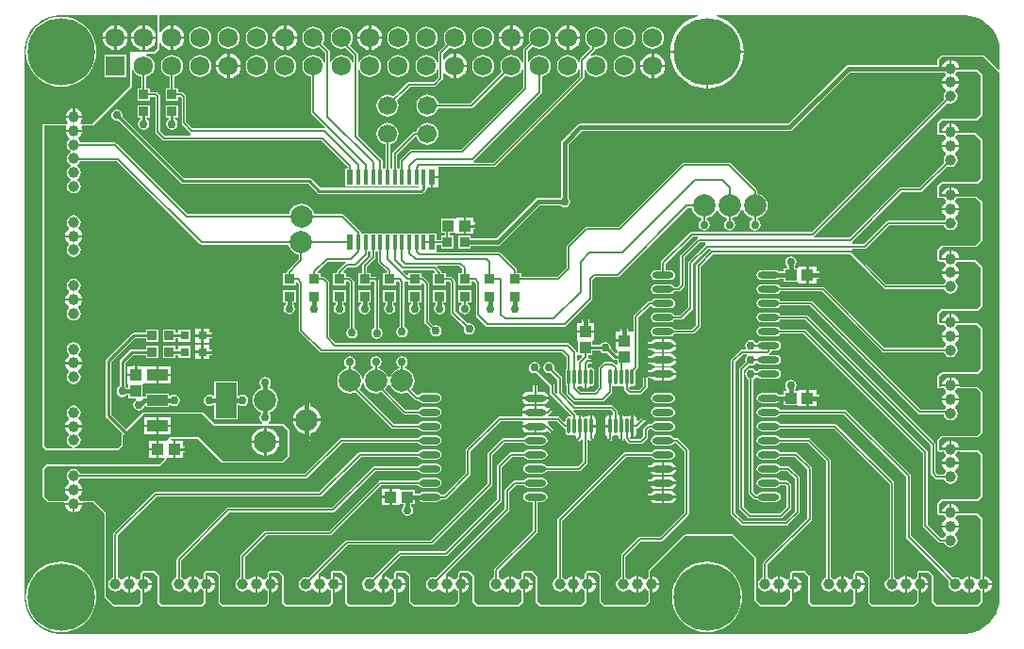
<source format=gtl>
G04*
G04 #@! TF.GenerationSoftware,Altium Limited,Altium Designer,20.2.6 (244)*
G04*
G04 Layer_Physical_Order=1*
G04 Layer_Color=255*
%FSLAX25Y25*%
%MOIN*%
G70*
G04*
G04 #@! TF.SameCoordinates,6014BA27-FBD2-41FC-A7C1-7B1D111333E3*
G04*
G04*
G04 #@! TF.FilePolarity,Positive*
G04*
G01*
G75*
%ADD15R,0.03543X0.03347*%
%ADD16R,0.03150X0.03150*%
%ADD17R,0.03347X0.03543*%
%ADD18R,0.04134X0.03937*%
%ADD19R,0.07284X0.12598*%
%ADD20R,0.07284X0.03937*%
%ADD21R,0.03937X0.04134*%
%ADD22C,0.07874*%
%ADD23O,0.07480X0.02362*%
%ADD24O,0.01181X0.05709*%
%ADD25R,0.02362X0.05315*%
%ADD26R,0.01575X0.05315*%
%ADD44C,0.01000*%
%ADD45C,0.00600*%
%ADD46C,0.01600*%
%ADD47C,0.00800*%
%ADD48C,0.03937*%
%ADD49C,0.23819*%
%ADD50C,0.06693*%
%ADD51C,0.06791*%
%ADD52R,0.06791X0.06791*%
%ADD53C,0.02953*%
G36*
X335219Y219455D02*
X336864Y219018D01*
X338438Y218369D01*
X339913Y217519D01*
X341264Y216484D01*
X342468Y215280D01*
X343503Y213929D01*
X344353Y212454D01*
X345002Y210880D01*
X345439Y209235D01*
X345657Y207547D01*
X345654Y206696D01*
X345654Y206694D01*
X345654Y206693D01*
Y200410D01*
X345192Y200219D01*
X340146Y205265D01*
X339764Y205423D01*
X339764Y205423D01*
X325276D01*
X325276Y205423D01*
X324893Y205265D01*
X323633Y204005D01*
X323633Y204005D01*
X323633Y204005D01*
X323565Y203840D01*
X323475Y203622D01*
X323475Y203622D01*
X323475Y203622D01*
X323475Y202427D01*
X323121Y202074D01*
X292087D01*
X291579Y201973D01*
X291149Y201685D01*
X270711Y181247D01*
X197323D01*
X196816Y181146D01*
X196386Y180859D01*
X190874Y175347D01*
X190586Y174917D01*
X190486Y174409D01*
Y155153D01*
X190386Y155086D01*
X190320Y154987D01*
X182441D01*
X181934Y154886D01*
X181504Y154599D01*
X167482Y140577D01*
X158571D01*
Y141524D01*
X154224D01*
Y136980D01*
X158571D01*
Y137926D01*
X168032D01*
X168539Y138027D01*
X168969Y138315D01*
X182990Y152336D01*
X190320D01*
X190386Y152236D01*
X191040Y151800D01*
X191811Y151646D01*
X192582Y151800D01*
X193236Y152236D01*
X193673Y152890D01*
X193826Y153661D01*
X193673Y154433D01*
X193236Y155086D01*
X193137Y155153D01*
Y173860D01*
X197872Y178596D01*
X271260D01*
X271767Y178697D01*
X272197Y178984D01*
X292636Y199423D01*
X326145D01*
X326449Y198968D01*
X326605Y198864D01*
X326563Y198291D01*
X326111Y197944D01*
X325635Y197324D01*
X325336Y196602D01*
X325287Y196227D01*
X328228D01*
X331170D01*
X331120Y196602D01*
X330821Y197324D01*
X330346Y197944D01*
X329894Y198291D01*
X329852Y198864D01*
X330008Y198968D01*
X330554Y199785D01*
X330558Y199807D01*
X331444D01*
X331509Y199775D01*
X331527Y199781D01*
X331545Y199774D01*
X337374D01*
X338869Y198279D01*
X338868Y184634D01*
X337217Y182982D01*
X325038D01*
X325038Y182982D01*
X324655Y182824D01*
X324655Y182824D01*
X323632Y181800D01*
X323632Y181800D01*
X323632Y181800D01*
X323555Y181614D01*
X323473Y181418D01*
X323473Y181418D01*
X323473Y181417D01*
X323475Y177874D01*
X323553Y177684D01*
X323633Y177491D01*
X323633Y177491D01*
X323633Y177491D01*
X323827Y177411D01*
X324016Y177333D01*
X324912D01*
X324929Y177340D01*
X324947Y177334D01*
X325012Y177366D01*
X325899D01*
X325903Y177344D01*
X326449Y176527D01*
X326605Y176423D01*
X326563Y175850D01*
X326111Y175503D01*
X325635Y174883D01*
X325336Y174161D01*
X325287Y173786D01*
X328228D01*
X331170D01*
X331120Y174161D01*
X330821Y174883D01*
X330346Y175503D01*
X329894Y175850D01*
X329852Y176423D01*
X330008Y176527D01*
X330554Y177344D01*
X330558Y177366D01*
X331444D01*
X331509Y177334D01*
X331527Y177340D01*
X331545Y177333D01*
X336941D01*
X338869Y175405D01*
X338868Y161957D01*
X337453Y160541D01*
X325037D01*
X325037Y160541D01*
X325037Y160541D01*
X324845Y160462D01*
X324655Y160383D01*
X324654Y160382D01*
X324654Y160382D01*
X323633Y159359D01*
X323633Y159359D01*
X323633Y159359D01*
X323633Y159359D01*
X323553Y159165D01*
X323475Y158976D01*
Y158976D01*
X323475Y158976D01*
X323475Y158976D01*
X323475Y155787D01*
X323475Y155787D01*
X323633Y155404D01*
X323987Y155050D01*
X324369Y154892D01*
X324369Y154892D01*
X324912D01*
X324929Y154899D01*
X324947Y154893D01*
X325012Y154925D01*
X325899D01*
X325903Y154903D01*
X326449Y154086D01*
X326605Y153982D01*
X326563Y153409D01*
X326111Y153062D01*
X325635Y152442D01*
X325336Y151720D01*
X325287Y151345D01*
X328228D01*
X331170D01*
X331120Y151720D01*
X330821Y152442D01*
X330346Y153062D01*
X329894Y153409D01*
X329852Y153982D01*
X330008Y154086D01*
X330554Y154903D01*
X330558Y154925D01*
X331445D01*
X331509Y154893D01*
X331527Y154899D01*
X331545Y154892D01*
X336938Y154892D01*
X338868Y153284D01*
X338868Y140106D01*
X336862Y138100D01*
X325354Y138100D01*
X324972Y137942D01*
X324972Y137942D01*
X323646Y136616D01*
X323567Y136425D01*
X323488Y136236D01*
X323476Y133349D01*
X323476Y133348D01*
X323476Y133347D01*
X323554Y133158D01*
X323633Y132965D01*
X323633Y132965D01*
X323633Y132965D01*
X323986Y132610D01*
X323987Y132610D01*
X323987Y132609D01*
X324177Y132531D01*
X324369Y132451D01*
X324369Y132451D01*
X324370Y132451D01*
X324912D01*
X324929Y132458D01*
X324948Y132452D01*
X325012Y132484D01*
X325899D01*
X325903Y132462D01*
X326449Y131646D01*
X326605Y131541D01*
X326563Y130968D01*
X326111Y130621D01*
X325635Y130001D01*
X325336Y129279D01*
X325287Y128904D01*
X328228D01*
X331170D01*
X331120Y129279D01*
X330821Y130001D01*
X330346Y130621D01*
X329894Y130968D01*
X329852Y131541D01*
X330008Y131646D01*
X330554Y132462D01*
X330558Y132484D01*
X331444D01*
X331509Y132452D01*
X331527Y132458D01*
X331545Y132451D01*
X336902D01*
X338868Y130485D01*
X338847Y116985D01*
X337521Y115659D01*
X325158D01*
X325157Y115659D01*
X324775Y115501D01*
X324775Y115501D01*
X323633Y114359D01*
X323633Y114359D01*
X323633Y114359D01*
X323558Y114178D01*
X323474Y113976D01*
X323474Y113976D01*
X323474Y113976D01*
X323474Y110905D01*
X323474Y110905D01*
X323633Y110522D01*
X323986Y110169D01*
X324369Y110010D01*
X324369Y110010D01*
X324912D01*
X324929Y110017D01*
X324948Y110011D01*
X325012Y110043D01*
X325899D01*
X325903Y110021D01*
X326449Y109205D01*
X326605Y109100D01*
X326563Y108527D01*
X326111Y108180D01*
X325635Y107560D01*
X325336Y106838D01*
X325287Y106463D01*
X328228D01*
X331170D01*
X331120Y106838D01*
X330821Y107560D01*
X330346Y108180D01*
X329894Y108527D01*
X329852Y109100D01*
X330008Y109205D01*
X330554Y110021D01*
X330558Y110043D01*
X331445D01*
X331509Y110011D01*
X331527Y110017D01*
X331545Y110010D01*
X337560D01*
X338868Y108702D01*
X338862Y94560D01*
X337521Y93218D01*
X325079D01*
X324696Y93060D01*
X324696Y93060D01*
X323633Y91997D01*
X323633Y91997D01*
X323474Y91614D01*
X323474Y91614D01*
Y88110D01*
X323633Y87727D01*
X324016Y87569D01*
X324917D01*
X324935Y87576D01*
X324953Y87570D01*
X325097Y87642D01*
X325899D01*
X325903Y87620D01*
X326449Y86803D01*
X326605Y86699D01*
X326563Y86125D01*
X326111Y85779D01*
X325635Y85158D01*
X325336Y84436D01*
X325287Y84061D01*
X328228D01*
X331170D01*
X331120Y84436D01*
X330821Y85158D01*
X330346Y85779D01*
X329894Y86125D01*
X329852Y86699D01*
X330008Y86803D01*
X330554Y87620D01*
X330558Y87642D01*
X331360D01*
X331504Y87570D01*
X331522Y87576D01*
X331539Y87569D01*
X337560D01*
X338868Y86261D01*
X338869Y71879D01*
X337768Y70777D01*
X325197D01*
X325197Y70777D01*
X324814Y70619D01*
X323634Y69438D01*
X323634Y69438D01*
X323634Y69438D01*
X323634Y69438D01*
X323603Y69365D01*
X323475Y69056D01*
X323475Y69055D01*
X323474Y66023D01*
X323474Y66023D01*
X323474Y66023D01*
X323542Y65859D01*
X323633Y65640D01*
X323633Y65640D01*
X323633Y65640D01*
X323986Y65287D01*
X323987Y65287D01*
X323987Y65287D01*
X324167Y65212D01*
X324369Y65128D01*
X324369Y65128D01*
X324369Y65128D01*
X324912D01*
X324929Y65135D01*
X324948Y65129D01*
X325012Y65161D01*
X325899D01*
X325903Y65139D01*
X326449Y64323D01*
X326605Y64218D01*
X326563Y63645D01*
X326111Y63298D01*
X325635Y62678D01*
X325336Y61956D01*
X325287Y61581D01*
X328228D01*
X331170D01*
X331120Y61956D01*
X330821Y62678D01*
X330346Y63298D01*
X329894Y63645D01*
X329852Y64218D01*
X330008Y64323D01*
X330554Y65139D01*
X330558Y65161D01*
X331445D01*
X331509Y65129D01*
X331527Y65135D01*
X331545Y65128D01*
X337807D01*
X338868Y64067D01*
X338869Y49685D01*
X337521Y48336D01*
X325197Y48336D01*
X324814Y48178D01*
X324814Y48178D01*
X323633Y46997D01*
X323474Y46614D01*
X323474Y46614D01*
X323475Y43228D01*
X323633Y42846D01*
X324016Y42687D01*
X324912D01*
X324930Y42694D01*
X324948Y42688D01*
X325012Y42720D01*
X325899D01*
X325903Y42698D01*
X326449Y41882D01*
X326605Y41778D01*
X326563Y41204D01*
X326111Y40857D01*
X325635Y40237D01*
X325336Y39515D01*
X325287Y39140D01*
X328228D01*
X331170D01*
X331120Y39515D01*
X330821Y40237D01*
X330346Y40857D01*
X329894Y41204D01*
X329852Y41778D01*
X330008Y41882D01*
X330554Y42698D01*
X330558Y42720D01*
X331445D01*
X331509Y42688D01*
X331527Y42694D01*
X331545Y42687D01*
X337560D01*
X338846Y41401D01*
X338846Y21547D01*
X338854Y21529D01*
X338848Y21511D01*
X338862Y21482D01*
Y20558D01*
X338840Y20554D01*
X338023Y20008D01*
X337919Y19852D01*
X337346Y19894D01*
X336999Y20346D01*
X336379Y20821D01*
X335657Y21120D01*
X335282Y21170D01*
Y18228D01*
Y15287D01*
X335657Y15336D01*
X336379Y15635D01*
X336999Y16111D01*
X337346Y16563D01*
X337919Y16605D01*
X338023Y16449D01*
X338840Y15903D01*
X338862Y15899D01*
Y14974D01*
X338848Y14945D01*
X338854Y14927D01*
X338846Y14910D01*
Y12250D01*
X337521Y10924D01*
X323385D01*
X322037Y12271D01*
Y21339D01*
X321879Y21721D01*
X321879Y21721D01*
X320776Y22824D01*
X320394Y22982D01*
X320394Y22982D01*
X316929D01*
X316546Y22824D01*
X316388Y22441D01*
Y21545D01*
X316395Y21527D01*
X316389Y21509D01*
X316421Y21444D01*
Y20558D01*
X316399Y20554D01*
X315582Y20008D01*
X315478Y19852D01*
X314905Y19894D01*
X314558Y20346D01*
X313938Y20821D01*
X313216Y21120D01*
X312841Y21170D01*
Y18228D01*
Y15287D01*
X313216Y15336D01*
X313938Y15635D01*
X314558Y16111D01*
X314905Y16563D01*
X315478Y16605D01*
X315582Y16449D01*
X316399Y15903D01*
X316421Y15899D01*
Y15012D01*
X316389Y14947D01*
X316395Y14930D01*
X316388Y14912D01*
Y12232D01*
X315080Y10924D01*
X300589D01*
X299596Y11917D01*
X299596Y20669D01*
X299596Y20669D01*
X299438Y21052D01*
X299438Y21052D01*
X297679Y22810D01*
Y22810D01*
X297679Y22810D01*
X297678Y22812D01*
X297487Y22891D01*
X297298Y22970D01*
X297295Y22970D01*
X297295Y22970D01*
X297295Y22970D01*
X294845Y22981D01*
X294844Y22981D01*
X294844Y22981D01*
X294655Y22903D01*
X294461Y22824D01*
X294461Y22823D01*
X294461Y22823D01*
X294106Y22470D01*
X294106Y22470D01*
X294106Y22469D01*
X294026Y22277D01*
X293947Y22088D01*
X293947Y22087D01*
X293947Y22087D01*
Y21545D01*
X293954Y21527D01*
X293948Y21509D01*
X293980Y21444D01*
Y20558D01*
X293958Y20554D01*
X293142Y20008D01*
X293037Y19852D01*
X292464Y19894D01*
X292117Y20346D01*
X291497Y20821D01*
X290775Y21120D01*
X290400Y21170D01*
Y18228D01*
Y15287D01*
X290775Y15336D01*
X291497Y15635D01*
X292117Y16111D01*
X292464Y16563D01*
X293037Y16605D01*
X293142Y16449D01*
X293958Y15903D01*
X293980Y15899D01*
Y15012D01*
X293948Y14947D01*
X293954Y14930D01*
X293947Y14912D01*
Y11878D01*
X292993Y10924D01*
X279408D01*
X278455Y11878D01*
Y21063D01*
X278376Y21252D01*
X278298Y21443D01*
X276937Y22821D01*
X276935Y22822D01*
X276935Y22824D01*
X276745Y22902D01*
X276555Y22982D01*
X276554Y22982D01*
X276552Y22982D01*
X272441Y22982D01*
X272441Y22982D01*
X272236Y22897D01*
X272058Y22824D01*
X272058Y22824D01*
X271665Y22430D01*
X271506Y22047D01*
X271506Y22047D01*
Y21545D01*
X271513Y21527D01*
X271507Y21509D01*
X271539Y21445D01*
Y20558D01*
X271517Y20554D01*
X270701Y20008D01*
X270596Y19852D01*
X270023Y19894D01*
X269676Y20346D01*
X269056Y20821D01*
X268334Y21120D01*
X267959Y21170D01*
Y18228D01*
Y15287D01*
X268334Y15336D01*
X269056Y15635D01*
X269676Y16111D01*
X270023Y16563D01*
X270596Y16605D01*
X270701Y16449D01*
X271517Y15903D01*
X271539Y15899D01*
Y15012D01*
X271507Y14947D01*
X271513Y14930D01*
X271506Y14912D01*
Y12744D01*
X269638Y10876D01*
X261228D01*
X259360Y12744D01*
Y27598D01*
X259202Y27981D01*
X259202Y27981D01*
X251367Y35816D01*
X250984Y35974D01*
X250984Y35974D01*
X234488D01*
X234105Y35816D01*
X234105Y35816D01*
X221546Y23257D01*
X221388Y22874D01*
X221388Y22874D01*
Y21545D01*
X221395Y21527D01*
X221389Y21509D01*
X221421Y21445D01*
Y20558D01*
X221399Y20554D01*
X220583Y20008D01*
X220478Y19852D01*
X219905Y19894D01*
X219558Y20346D01*
X218938Y20821D01*
X218216Y21121D01*
X217841Y21170D01*
Y18228D01*
Y15287D01*
X218216Y15336D01*
X218938Y15635D01*
X219558Y16111D01*
X219905Y16563D01*
X220478Y16605D01*
X220583Y16449D01*
X221399Y15903D01*
X221421Y15899D01*
Y15012D01*
X221389Y14947D01*
X221395Y14930D01*
X221388Y14912D01*
Y12232D01*
X220051Y10896D01*
X205972Y10896D01*
X204596Y12271D01*
Y21181D01*
X204596Y21181D01*
X204438Y21564D01*
X204438Y21564D01*
X203191Y22810D01*
Y22811D01*
X203191Y22811D01*
X203190Y22812D01*
X202999Y22891D01*
X202809Y22970D01*
X202807Y22970D01*
X202807Y22970D01*
X202807Y22970D01*
X199844Y22981D01*
X199844Y22981D01*
X199843Y22981D01*
X199655Y22903D01*
X199461Y22824D01*
X199461Y22823D01*
X199460Y22823D01*
X199106Y22470D01*
X199106Y22470D01*
X199106Y22470D01*
X199026Y22277D01*
X198947Y22088D01*
X198947Y22087D01*
X198947Y22087D01*
Y21545D01*
X198954Y21527D01*
X198948Y21509D01*
X198980Y21445D01*
Y20558D01*
X198958Y20554D01*
X198142Y20008D01*
X198037Y19852D01*
X197464Y19894D01*
X197117Y20346D01*
X196497Y20821D01*
X195775Y21121D01*
X195400Y21170D01*
Y18228D01*
Y15287D01*
X195775Y15336D01*
X196497Y15635D01*
X197117Y16111D01*
X197464Y16563D01*
X198037Y16605D01*
X198142Y16449D01*
X198958Y15903D01*
X198980Y15899D01*
Y15012D01*
X198948Y14947D01*
X198954Y14930D01*
X198947Y14912D01*
Y12232D01*
X197610Y10896D01*
X183531Y10896D01*
X182155Y12271D01*
Y21063D01*
X181997Y21446D01*
X181997Y21446D01*
X180620Y22822D01*
Y22822D01*
X180620Y22822D01*
X180620Y22822D01*
X180420Y22905D01*
X180238Y22981D01*
X180238D01*
X180238Y22981D01*
X180237Y22981D01*
X177401Y22982D01*
X177401Y22982D01*
X177401Y22982D01*
X177204Y22900D01*
X177018Y22824D01*
X177018Y22824D01*
X177018Y22824D01*
X176665Y22470D01*
X176665Y22470D01*
X176665Y22470D01*
X176592Y22295D01*
X176506Y22087D01*
X176506Y22087D01*
X176506Y22087D01*
Y21545D01*
X176513Y21527D01*
X176507Y21509D01*
X176539Y21444D01*
Y20558D01*
X176517Y20554D01*
X175701Y20008D01*
X175596Y19852D01*
X175023Y19894D01*
X174676Y20346D01*
X174056Y20821D01*
X173334Y21120D01*
X172959Y21170D01*
Y18228D01*
Y15287D01*
X173334Y15336D01*
X174056Y15635D01*
X174676Y16111D01*
X175023Y16563D01*
X175596Y16605D01*
X175701Y16449D01*
X176517Y15903D01*
X176539Y15899D01*
Y15012D01*
X176507Y14947D01*
X176513Y14930D01*
X176506Y14912D01*
Y12232D01*
X175170Y10895D01*
X161090Y10896D01*
X159714Y12271D01*
Y21112D01*
X159556Y21495D01*
X159556Y21495D01*
X158228Y22823D01*
Y22823D01*
X157845Y22982D01*
X157845Y22982D01*
X154960Y22982D01*
X154960Y22982D01*
X154577Y22823D01*
X154577Y22823D01*
X154224Y22470D01*
X154224Y22470D01*
X154065Y22087D01*
X154065Y22087D01*
Y21545D01*
X154072Y21527D01*
X154066Y21509D01*
X154098Y21444D01*
Y20558D01*
X154076Y20554D01*
X153260Y20008D01*
X153155Y19852D01*
X152582Y19894D01*
X152235Y20346D01*
X151615Y20821D01*
X150893Y21120D01*
X150518Y21170D01*
Y18228D01*
Y15287D01*
X150893Y15336D01*
X151615Y15635D01*
X152235Y16111D01*
X152582Y16563D01*
X153155Y16605D01*
X153260Y16449D01*
X154076Y15903D01*
X154098Y15899D01*
Y15012D01*
X154066Y14947D01*
X154072Y14930D01*
X154065Y14912D01*
X154065Y12232D01*
X152757Y10923D01*
X138649Y10896D01*
X137274Y12271D01*
X137274Y21142D01*
X137274Y21142D01*
X137115Y21524D01*
X137115Y21524D01*
X135816Y22824D01*
X135816Y22824D01*
X135433Y22982D01*
X135433Y22982D01*
X132165D01*
X131783Y22824D01*
X131624Y22441D01*
Y21545D01*
X131631Y21527D01*
X131625Y21509D01*
X131657Y21444D01*
Y20558D01*
X131635Y20554D01*
X130819Y20008D01*
X130714Y19852D01*
X130141Y19894D01*
X129794Y20346D01*
X129174Y20821D01*
X128452Y21120D01*
X128077Y21170D01*
Y18228D01*
Y15287D01*
X128452Y15336D01*
X129174Y15635D01*
X129794Y16111D01*
X130141Y16563D01*
X130714Y16605D01*
X130819Y16449D01*
X131635Y15903D01*
X131657Y15899D01*
Y15012D01*
X131625Y14947D01*
X131631Y14930D01*
X131624Y14912D01*
Y12232D01*
X130299Y10907D01*
X115866Y10896D01*
X115854D01*
X114832Y11917D01*
X114832Y21142D01*
X114832Y21142D01*
X114674Y21524D01*
X113375Y22824D01*
X112992Y22982D01*
X112992Y22982D01*
X109724Y22982D01*
X109342Y22824D01*
X109183Y22441D01*
Y21545D01*
X109190Y21527D01*
X109184Y21509D01*
X109216Y21444D01*
Y20558D01*
X109194Y20554D01*
X108378Y20008D01*
X108273Y19852D01*
X107700Y19894D01*
X107353Y20346D01*
X106733Y20821D01*
X106011Y21120D01*
X105636Y21170D01*
Y18228D01*
Y15287D01*
X106011Y15336D01*
X106733Y15635D01*
X107353Y16111D01*
X107700Y16563D01*
X108273Y16605D01*
X108378Y16449D01*
X109194Y15903D01*
X109216Y15899D01*
Y15012D01*
X109184Y14947D01*
X109190Y14930D01*
X109183Y14912D01*
Y11878D01*
X108201Y10896D01*
X93430Y10878D01*
X92392Y11917D01*
X92392Y21299D01*
X92233Y21682D01*
X92233Y21682D01*
X91091Y22824D01*
X91091Y22824D01*
X90709Y22982D01*
X90709Y22982D01*
X87637Y22982D01*
X87637Y22982D01*
X87254Y22824D01*
X86901Y22470D01*
X86742Y22087D01*
X86742Y22087D01*
Y21545D01*
X86750Y21527D01*
X86743Y21509D01*
X86775Y21444D01*
Y20558D01*
X86753Y20554D01*
X85937Y20008D01*
X85833Y19852D01*
X85259Y19894D01*
X84913Y20346D01*
X84292Y20821D01*
X83570Y21120D01*
X83195Y21170D01*
Y18228D01*
Y15287D01*
X83570Y15336D01*
X84292Y15635D01*
X84913Y16111D01*
X85259Y16563D01*
X85833Y16605D01*
X85937Y16449D01*
X86753Y15903D01*
X86775Y15899D01*
Y15012D01*
X86743Y14947D01*
X86750Y14930D01*
X86742Y14912D01*
Y11878D01*
X85760Y10896D01*
X70972Y10896D01*
X69951Y11917D01*
Y21299D01*
X69951Y21299D01*
X69792Y21682D01*
X69792Y21682D01*
X68650Y22824D01*
X68268Y22982D01*
X68268Y22982D01*
X64842Y22982D01*
X64460Y22824D01*
X64301Y22441D01*
Y21545D01*
X64309Y21527D01*
X64302Y21509D01*
X64334Y21444D01*
Y20558D01*
X64312Y20554D01*
X63496Y20008D01*
X63392Y19852D01*
X62818Y19894D01*
X62471Y20346D01*
X61851Y20821D01*
X61129Y21120D01*
X60754Y21170D01*
Y18228D01*
Y15287D01*
X61129Y15336D01*
X61851Y15635D01*
X62471Y16111D01*
X62818Y16563D01*
X63392Y16605D01*
X63496Y16449D01*
X64312Y15903D01*
X64334Y15899D01*
Y15012D01*
X64302Y14948D01*
X64309Y14930D01*
X64301Y14912D01*
X64301Y11878D01*
X63319Y10896D01*
X49505Y10907D01*
X48533Y11878D01*
Y21063D01*
X48533Y21063D01*
X48375Y21446D01*
X48375Y21446D01*
X47010Y22811D01*
Y22811D01*
X47010Y22811D01*
X47009Y22812D01*
X46817Y22891D01*
X46627Y22970D01*
X46626D01*
X46626Y22970D01*
X46626Y22970D01*
X42757Y22981D01*
X42757Y22981D01*
X42756Y22981D01*
X42566Y22903D01*
X42374Y22824D01*
X42374Y22823D01*
X42373Y22823D01*
X42019Y22470D01*
X42019Y22470D01*
X42019Y22470D01*
X41940Y22279D01*
X41860Y22088D01*
X41860Y22087D01*
X41860Y22087D01*
Y21545D01*
X41868Y21527D01*
X41862Y21509D01*
X41894Y21444D01*
Y20558D01*
X41872Y20554D01*
X41055Y20008D01*
X40951Y19852D01*
X40377Y19894D01*
X40031Y20346D01*
X39410Y20821D01*
X38688Y21120D01*
X38313Y21170D01*
Y18228D01*
Y15287D01*
X38688Y15336D01*
X39410Y15635D01*
X40031Y16111D01*
X40377Y16563D01*
X40951Y16605D01*
X41055Y16449D01*
X41872Y15903D01*
X41894Y15899D01*
Y15012D01*
X41862Y14947D01*
X41868Y14930D01*
X41860Y14912D01*
Y11878D01*
X40878Y10896D01*
X32548D01*
X29675Y13769D01*
Y43111D01*
X29517Y43494D01*
X25462Y47548D01*
X25080Y47706D01*
X25080Y47706D01*
X21545D01*
X21527Y47699D01*
X21509Y47705D01*
X21445Y47673D01*
X20558D01*
X20554Y47695D01*
X20008Y48512D01*
X19852Y48616D01*
X19894Y49190D01*
X20346Y49536D01*
X20821Y50156D01*
X21120Y50879D01*
X21170Y51253D01*
X18228D01*
X15287D01*
X15336Y50879D01*
X15635Y50156D01*
X16111Y49536D01*
X16563Y49190D01*
X16605Y48616D01*
X16449Y48512D01*
X15903Y47695D01*
X15899Y47673D01*
X15012D01*
X14947Y47705D01*
X14930Y47699D01*
X14912Y47706D01*
X9437D01*
X7707Y49437D01*
Y58949D01*
X8807Y60049D01*
X48480D01*
X48863Y60208D01*
X48863Y60208D01*
X50867Y62212D01*
X50908Y62311D01*
X50984Y62387D01*
Y62495D01*
X51025Y62594D01*
X51135Y62853D01*
X51363Y63095D01*
X53359D01*
Y66063D01*
Y69032D01*
X52886D01*
X52636Y69532D01*
X52758Y69695D01*
X62138Y69695D01*
X70483Y61350D01*
X70866Y61191D01*
X70866Y61191D01*
X91732D01*
X91732Y61191D01*
X92115Y61350D01*
X94202Y63436D01*
X94360Y63819D01*
X94360Y63819D01*
X94360Y72795D01*
X94360Y72795D01*
X94202Y73178D01*
X94201Y73178D01*
X92706Y74674D01*
X92706Y74674D01*
X92323Y74833D01*
X92323Y74832D01*
X87121D01*
X87064Y74914D01*
X87190Y75594D01*
X87409Y75740D01*
X87846Y76394D01*
X87999Y77165D01*
X87846Y77937D01*
X87409Y78590D01*
X87349Y78631D01*
X87367Y79116D01*
X88222Y79470D01*
X89149Y80182D01*
X89860Y81109D01*
X90307Y82188D01*
X90460Y83346D01*
X90307Y84504D01*
X89860Y85584D01*
X89149Y86511D01*
X88222Y87222D01*
X87366Y87576D01*
X87348Y88062D01*
X87409Y88103D01*
X87846Y88756D01*
X87999Y89528D01*
X87846Y90299D01*
X87409Y90952D01*
X86755Y91389D01*
X85984Y91543D01*
X85213Y91389D01*
X84559Y90952D01*
X84123Y90299D01*
X83969Y89528D01*
X84123Y88756D01*
X84559Y88103D01*
X84621Y88062D01*
X84602Y87576D01*
X83747Y87222D01*
X82820Y86511D01*
X82108Y85584D01*
X81661Y84504D01*
X81509Y83346D01*
X81661Y82188D01*
X82108Y81109D01*
X82820Y80182D01*
X83747Y79470D01*
X84602Y79116D01*
X84620Y78631D01*
X84559Y78590D01*
X84123Y77937D01*
X83969Y77165D01*
X84123Y76394D01*
X84559Y75740D01*
X84779Y75594D01*
X84905Y74914D01*
X84847Y74832D01*
X68019Y74832D01*
X63965Y78887D01*
X63583Y79045D01*
X63583Y79045D01*
X43031D01*
X42649Y78887D01*
X42649Y78887D01*
X36815Y73053D01*
X31571Y78296D01*
Y96900D01*
X39832Y105161D01*
X43693D01*
Y103909D01*
X48039D01*
Y108453D01*
X43693D01*
Y107201D01*
X39409D01*
X39019Y107123D01*
X38688Y106902D01*
X29830Y98044D01*
X29609Y97713D01*
X29532Y97323D01*
Y77874D01*
X29609Y77484D01*
X29830Y77153D01*
X35373Y71610D01*
X35247Y71485D01*
X35089Y71102D01*
X35089Y71102D01*
Y67468D01*
X33831Y66211D01*
X18550D01*
X18500Y66711D01*
X19192Y66848D01*
X20008Y67393D01*
X20554Y68210D01*
X20745Y69173D01*
X20554Y70136D01*
X20008Y70953D01*
X19852Y71057D01*
X19894Y71631D01*
X20346Y71977D01*
X20821Y72597D01*
X21120Y73320D01*
X21170Y73694D01*
X18228D01*
X15287D01*
X15336Y73320D01*
X15635Y72597D01*
X16111Y71977D01*
X16563Y71631D01*
X16605Y71057D01*
X16449Y70953D01*
X15903Y70136D01*
X15711Y69173D01*
X15903Y68210D01*
X16449Y67393D01*
X17265Y66848D01*
X17956Y66711D01*
X17907Y66211D01*
X8807D01*
X7707Y67311D01*
Y180601D01*
X15393D01*
X15542Y180413D01*
X15674Y180101D01*
X15415Y179476D01*
X15366Y179101D01*
X18307D01*
X21249D01*
X21199Y179476D01*
X20940Y180101D01*
X21072Y180413D01*
X21221Y180601D01*
X24724D01*
X25107Y180759D01*
X25107Y180759D01*
X38690Y194342D01*
X38848Y194724D01*
X38848Y194724D01*
Y200112D01*
X39348Y200211D01*
X39550Y199724D01*
X40174Y198910D01*
X40988Y198286D01*
X41936Y197894D01*
X42137Y197867D01*
Y193807D01*
X40681D01*
Y189461D01*
X45224D01*
Y190818D01*
X46965D01*
X47177Y190607D01*
Y178386D01*
X47176Y178386D01*
X47238Y178074D01*
X47415Y177809D01*
X49738Y175486D01*
X49738Y175486D01*
X50003Y175309D01*
X50315Y175247D01*
X50315Y175247D01*
X105961D01*
X115188Y166020D01*
Y165461D01*
X114323D01*
Y159146D01*
X140240D01*
X140494Y158646D01*
X140386Y158500D01*
X105344D01*
X102217Y161627D01*
X101886Y161847D01*
X101496Y161925D01*
X57233D01*
X35385Y183774D01*
X35480Y184252D01*
X35326Y185023D01*
X34890Y185677D01*
X34236Y186114D01*
X33465Y186267D01*
X32693Y186114D01*
X32040Y185677D01*
X31603Y185023D01*
X31449Y184252D01*
X31603Y183481D01*
X32040Y182827D01*
X32693Y182390D01*
X33465Y182237D01*
X33943Y182332D01*
X56090Y160185D01*
X56421Y159964D01*
X56811Y159886D01*
X101074D01*
X104200Y156759D01*
X104531Y156538D01*
X104921Y156461D01*
X141142D01*
X141532Y156538D01*
X141863Y156759D01*
X142729Y157625D01*
X142950Y157956D01*
X143027Y158346D01*
Y158646D01*
X144541D01*
Y162303D01*
X144941D01*
Y162703D01*
X147122D01*
Y165838D01*
X166850D01*
X166850Y165838D01*
X167163Y165900D01*
X167427Y166077D01*
X198535Y197184D01*
X198535Y197184D01*
X198712Y197449D01*
X198774Y197761D01*
Y200292D01*
X199274Y200392D01*
X199550Y199724D01*
X200174Y198910D01*
X200988Y198286D01*
X201936Y197894D01*
X202953Y197760D01*
X203970Y197894D01*
X204917Y198286D01*
X205731Y198910D01*
X206356Y199724D01*
X206748Y200672D01*
X206882Y201689D01*
X206748Y202706D01*
X206356Y203654D01*
X205731Y204467D01*
X204917Y205092D01*
X203970Y205484D01*
X202953Y205618D01*
X201936Y205484D01*
X201269Y205208D01*
X200985Y205632D01*
X202345Y206991D01*
X202522Y207256D01*
X202584Y207568D01*
X203007Y207767D01*
X203970Y207894D01*
X204917Y208286D01*
X205731Y208911D01*
X206356Y209724D01*
X206748Y210672D01*
X206882Y211689D01*
X206748Y212706D01*
X206356Y213654D01*
X205731Y214467D01*
X204917Y215092D01*
X203970Y215484D01*
X202953Y215618D01*
X201936Y215484D01*
X200988Y215092D01*
X200174Y214467D01*
X199550Y213654D01*
X199157Y212706D01*
X199023Y211689D01*
X199157Y210672D01*
X199550Y209724D01*
X200174Y208911D01*
X200874Y208374D01*
X200897Y207850D01*
X197381Y204335D01*
X197204Y204070D01*
X197142Y203758D01*
X197142Y203758D01*
Y203061D01*
X196642Y202962D01*
X196356Y203654D01*
X195731Y204467D01*
X194917Y205092D01*
X193970Y205484D01*
X192953Y205618D01*
X191936Y205484D01*
X190988Y205092D01*
X190174Y204467D01*
X189550Y203654D01*
X189157Y202706D01*
X189023Y201689D01*
X189157Y200672D01*
X189550Y199724D01*
X190174Y198910D01*
X190988Y198286D01*
X191936Y197894D01*
X192953Y197760D01*
X193970Y197894D01*
X194917Y198286D01*
X195731Y198910D01*
X196356Y199724D01*
X196642Y200416D01*
X197142Y200317D01*
Y198099D01*
X166513Y167469D01*
X159748D01*
X159597Y167969D01*
X159711Y168045D01*
X183529Y191864D01*
X183529Y191864D01*
X183706Y192129D01*
X183768Y192441D01*
Y197867D01*
X183970Y197894D01*
X184917Y198286D01*
X185731Y198910D01*
X186356Y199724D01*
X186748Y200672D01*
X186882Y201689D01*
X186748Y202706D01*
X186356Y203654D01*
X185731Y204467D01*
X184917Y205092D01*
X183970Y205484D01*
X182953Y205618D01*
X181936Y205484D01*
X180988Y205092D01*
X180174Y204467D01*
X179550Y203654D01*
X179263Y202962D01*
X178763Y203061D01*
Y206980D01*
X180468Y208685D01*
X180988Y208286D01*
X181936Y207894D01*
X182953Y207760D01*
X183970Y207894D01*
X184917Y208286D01*
X185731Y208911D01*
X186356Y209724D01*
X186748Y210672D01*
X186882Y211689D01*
X186748Y212706D01*
X186356Y213654D01*
X185731Y214467D01*
X184917Y215092D01*
X183970Y215484D01*
X182953Y215618D01*
X181936Y215484D01*
X180988Y215092D01*
X180174Y214467D01*
X179550Y213654D01*
X179157Y212706D01*
X179024Y211689D01*
X179157Y210672D01*
X179448Y209971D01*
X177371Y207894D01*
X177194Y207630D01*
X177132Y207318D01*
X177132Y207318D01*
Y203086D01*
X176632Y202987D01*
X176356Y203654D01*
X175731Y204467D01*
X174917Y205092D01*
X173970Y205484D01*
X172953Y205618D01*
X171936Y205484D01*
X170988Y205092D01*
X170174Y204467D01*
X169550Y203654D01*
X169157Y202706D01*
X169024Y201689D01*
X169157Y200672D01*
X169550Y199724D01*
X169674Y199563D01*
X158564Y188453D01*
X147040D01*
X147015Y188642D01*
X146628Y189578D01*
X146011Y190381D01*
X145208Y190998D01*
X144272Y191385D01*
X143268Y191517D01*
X142264Y191385D01*
X141328Y190998D01*
X140524Y190381D01*
X139908Y189578D01*
X139520Y188642D01*
X139388Y187638D01*
X139520Y186634D01*
X139908Y185698D01*
X140524Y184895D01*
X141328Y184278D01*
X142264Y183890D01*
X143268Y183758D01*
X144272Y183890D01*
X145208Y184278D01*
X146011Y184895D01*
X146628Y185698D01*
X147015Y186634D01*
X147040Y186822D01*
X158902D01*
X158902Y186822D01*
X159214Y186884D01*
X159478Y187061D01*
X170827Y198410D01*
X170988Y198286D01*
X171936Y197894D01*
X172953Y197760D01*
X173970Y197894D01*
X174917Y198286D01*
X175731Y198910D01*
X176356Y199724D01*
X176632Y200392D01*
X177132Y200292D01*
Y193915D01*
X155253Y172036D01*
X137599D01*
X137598Y172036D01*
X137286Y171974D01*
X137022Y171797D01*
X137022Y171797D01*
X133734Y168510D01*
X133557Y168245D01*
X133495Y167933D01*
X133495Y167933D01*
Y165461D01*
X132568D01*
Y170312D01*
X139001Y176745D01*
X139515Y176671D01*
X139520Y176634D01*
X139908Y175698D01*
X140524Y174894D01*
X141328Y174278D01*
X142264Y173890D01*
X143268Y173758D01*
X144272Y173890D01*
X145208Y174278D01*
X146011Y174894D01*
X146628Y175698D01*
X147015Y176634D01*
X147147Y177638D01*
X147015Y178642D01*
X146628Y179578D01*
X146011Y180381D01*
X145208Y180998D01*
X144272Y181385D01*
X143268Y181517D01*
X142264Y181385D01*
X141328Y180998D01*
X140524Y180381D01*
X139908Y179578D01*
X139520Y178642D01*
X139496Y178454D01*
X138740D01*
X138740Y178454D01*
X138428Y178391D01*
X138163Y178215D01*
X138163Y178215D01*
X131175Y171226D01*
X130998Y170962D01*
X130936Y170650D01*
X130936Y170650D01*
Y165461D01*
X130018D01*
Y173864D01*
X130217Y173890D01*
X131152Y174278D01*
X131956Y174894D01*
X132572Y175698D01*
X132960Y176634D01*
X133092Y177638D01*
X132960Y178642D01*
X132572Y179578D01*
X131956Y180381D01*
X131152Y180998D01*
X130217Y181385D01*
X129213Y181517D01*
X128208Y181385D01*
X127273Y180998D01*
X126469Y180381D01*
X125853Y179578D01*
X125465Y178642D01*
X125333Y177638D01*
X125465Y176634D01*
X125853Y175698D01*
X126469Y174894D01*
X127273Y174278D01*
X128208Y173890D01*
X128387Y173867D01*
Y165461D01*
X127450D01*
Y168051D01*
X127450Y168051D01*
X127387Y168363D01*
X127211Y168628D01*
X118774Y177065D01*
Y200292D01*
X119274Y200392D01*
X119550Y199724D01*
X120174Y198910D01*
X120988Y198286D01*
X121936Y197894D01*
X122953Y197760D01*
X123970Y197894D01*
X124917Y198286D01*
X125731Y198910D01*
X126356Y199724D01*
X126748Y200672D01*
X126882Y201689D01*
X126748Y202706D01*
X126356Y203654D01*
X125731Y204467D01*
X124917Y205092D01*
X123970Y205484D01*
X122953Y205618D01*
X121936Y205484D01*
X120988Y205092D01*
X120174Y204467D01*
X119550Y203654D01*
X119274Y202987D01*
X118774Y203086D01*
Y205625D01*
X118774Y205625D01*
X118711Y205937D01*
X118535Y206202D01*
X118535Y206202D01*
X115772Y208964D01*
X116356Y209724D01*
X116748Y210672D01*
X116882Y211689D01*
X116748Y212706D01*
X116356Y213654D01*
X115731Y214467D01*
X114917Y215092D01*
X113970Y215484D01*
X112953Y215618D01*
X111936Y215484D01*
X110988Y215092D01*
X110174Y214467D01*
X109550Y213654D01*
X109157Y212706D01*
X109023Y211689D01*
X109157Y210672D01*
X109550Y209724D01*
X110174Y208911D01*
X110988Y208286D01*
X111936Y207894D01*
X112953Y207760D01*
X113970Y207894D01*
X114370Y208059D01*
X117142Y205287D01*
Y203061D01*
X116642Y202962D01*
X116356Y203654D01*
X115731Y204467D01*
X114917Y205092D01*
X113970Y205484D01*
X112953Y205618D01*
X111936Y205484D01*
X110988Y205092D01*
X110174Y204467D01*
X109550Y203654D01*
X109274Y202987D01*
X108774Y203086D01*
Y206684D01*
X108774Y206684D01*
X108712Y206996D01*
X108535Y207261D01*
X108535Y207261D01*
X106232Y209563D01*
X106356Y209724D01*
X106748Y210672D01*
X106882Y211689D01*
X106748Y212706D01*
X106356Y213654D01*
X105731Y214467D01*
X104917Y215092D01*
X103970Y215484D01*
X102953Y215618D01*
X101936Y215484D01*
X100988Y215092D01*
X100174Y214467D01*
X99550Y213654D01*
X99157Y212706D01*
X99023Y211689D01*
X99157Y210672D01*
X99550Y209724D01*
X100174Y208911D01*
X100988Y208286D01*
X101936Y207894D01*
X102953Y207760D01*
X103970Y207894D01*
X104917Y208286D01*
X105078Y208410D01*
X107142Y206346D01*
Y203061D01*
X106642Y202962D01*
X106356Y203654D01*
X105731Y204467D01*
X104917Y205092D01*
X103970Y205484D01*
X102953Y205618D01*
X101936Y205484D01*
X100988Y205092D01*
X100174Y204467D01*
X99550Y203654D01*
X99157Y202706D01*
X99023Y201689D01*
X99157Y200672D01*
X99550Y199724D01*
X100174Y198910D01*
X100988Y198286D01*
X101936Y197894D01*
X102137Y197867D01*
Y185315D01*
X102137Y185315D01*
X102199Y185003D01*
X102376Y184738D01*
X107147Y179967D01*
X106901Y179507D01*
X106850Y179516D01*
X106850Y179516D01*
X60299D01*
X57981Y181834D01*
Y190787D01*
X57981Y190787D01*
X57919Y191100D01*
X57742Y191364D01*
X57742Y191364D01*
X56896Y192211D01*
X56631Y192387D01*
X56319Y192449D01*
X56319Y192449D01*
X55224D01*
Y193807D01*
X53768D01*
Y197867D01*
X53970Y197894D01*
X54917Y198286D01*
X55731Y198910D01*
X56356Y199724D01*
X56748Y200672D01*
X56882Y201689D01*
X56748Y202706D01*
X56356Y203654D01*
X55731Y204467D01*
X54917Y205092D01*
X53970Y205484D01*
X52953Y205618D01*
X51936Y205484D01*
X50988Y205092D01*
X50174Y204467D01*
X49550Y203654D01*
X49157Y202706D01*
X49024Y201689D01*
X49157Y200672D01*
X49550Y199724D01*
X50174Y198910D01*
X50988Y198286D01*
X51936Y197894D01*
X52137Y197867D01*
Y193807D01*
X50681D01*
Y189461D01*
X55224D01*
Y190818D01*
X55981D01*
X56350Y190450D01*
Y181496D01*
X56350Y181496D01*
X56412Y181184D01*
X56589Y180919D01*
X59280Y178228D01*
X59384Y178124D01*
X59384Y178124D01*
X59384Y178124D01*
X59649Y177856D01*
X59649Y177399D01*
X59669Y177379D01*
X59461Y176879D01*
X50653D01*
X48808Y178724D01*
Y190945D01*
X48746Y191257D01*
X48569Y191522D01*
X48569Y191522D01*
X47880Y192211D01*
X47615Y192387D01*
X47303Y192449D01*
X47303Y192449D01*
X45224D01*
Y193807D01*
X43768D01*
Y197867D01*
X43970Y197894D01*
X44917Y198286D01*
X45731Y198910D01*
X46356Y199724D01*
X46748Y200672D01*
X46882Y201689D01*
X46748Y202706D01*
X46356Y203654D01*
X45731Y204467D01*
X44917Y205092D01*
X43970Y205484D01*
X44079Y205955D01*
X46614D01*
X46780Y206024D01*
X46952Y206073D01*
X48330Y207176D01*
X48346Y207204D01*
X48375Y207216D01*
X48443Y207381D01*
X48530Y207539D01*
X48521Y207569D01*
X48533Y207598D01*
Y209565D01*
X49033Y209665D01*
X49113Y209472D01*
X49818Y208554D01*
X50736Y207849D01*
X51805Y207406D01*
X52553Y207308D01*
Y211689D01*
Y216070D01*
X51805Y215971D01*
X50736Y215529D01*
X49818Y214824D01*
X49113Y213906D01*
X49033Y213713D01*
X48533Y213812D01*
Y219670D01*
X238737Y219670D01*
X238796Y219170D01*
X238124Y219008D01*
X236247Y218231D01*
X234514Y217169D01*
X232969Y215849D01*
X231650Y214304D01*
X230588Y212572D01*
X229810Y210695D01*
X229336Y208719D01*
X229208Y207093D01*
X255044D01*
X254916Y208719D01*
X254442Y210695D01*
X253664Y212572D01*
X252602Y214304D01*
X251283Y215849D01*
X249737Y217169D01*
X248005Y218231D01*
X246128Y219008D01*
X245456Y219170D01*
X245515Y219670D01*
X332677D01*
X332678Y219670D01*
X332680Y219670D01*
X333531Y219672D01*
X335219Y219455D01*
D02*
G37*
G36*
X13777Y219670D02*
X13778Y219670D01*
X13780Y219670D01*
X47992D01*
Y207598D01*
X46614Y206496D01*
X38307Y206496D01*
Y194724D01*
X24724Y181142D01*
X20719D01*
X20529Y181642D01*
X20900Y182125D01*
X21199Y182847D01*
X21249Y183222D01*
X18307D01*
X15366D01*
X15415Y182847D01*
X15714Y182125D01*
X16085Y181642D01*
X15895Y181142D01*
X7165D01*
Y67087D01*
X8583Y65669D01*
X34055D01*
X35630Y67244D01*
Y71102D01*
X43031Y78504D01*
X63583D01*
X67795Y74291D01*
X92323Y74291D01*
X93819Y72795D01*
X93819Y63819D01*
X91732Y61732D01*
X70866D01*
X62362Y70236D01*
X52283Y70236D01*
X51320Y69273D01*
X50920Y69032D01*
X50523Y69032D01*
X48253D01*
Y66063D01*
Y63095D01*
X50277D01*
X50484Y62594D01*
X48480Y60590D01*
X8583D01*
X7165Y59173D01*
Y49213D01*
X9213Y47165D01*
X14912D01*
X14941Y47132D01*
X18228D01*
X21516D01*
X21545Y47165D01*
X25080D01*
X29134Y43111D01*
Y13545D01*
X32324Y10354D01*
X41102D01*
X42402Y11654D01*
Y14912D01*
X42435Y14941D01*
Y18228D01*
Y21516D01*
X42402Y21545D01*
Y22087D01*
X42756Y22440D01*
X46626Y22429D01*
X47992Y21063D01*
Y11654D01*
X49280Y10366D01*
X63543Y10354D01*
X64842Y11654D01*
X64842Y14912D01*
X64876Y14941D01*
Y18228D01*
Y21516D01*
X64842Y21545D01*
Y22441D01*
X68268Y22441D01*
X69409Y21299D01*
Y11693D01*
X70748Y10354D01*
X85984Y10354D01*
X87283Y11654D01*
Y14912D01*
X87317Y14941D01*
Y18228D01*
Y21516D01*
X87283Y21545D01*
Y22087D01*
X87637Y22441D01*
X90709Y22441D01*
X91850Y21299D01*
X91850Y11693D01*
X93206Y10337D01*
X108426Y10355D01*
X109724Y11654D01*
Y14912D01*
X109757Y14941D01*
Y18228D01*
Y21516D01*
X109724Y21545D01*
Y22441D01*
X112992Y22441D01*
X114291Y21142D01*
X114291Y11693D01*
X115630Y10354D01*
X115866Y10354D01*
X130523Y10366D01*
X132165Y12008D01*
Y14912D01*
X132198Y14941D01*
Y18228D01*
Y21516D01*
X132165Y21545D01*
Y22441D01*
X135433D01*
X136732Y21142D01*
X136732Y12047D01*
X138425Y10354D01*
X152981Y10383D01*
X154606Y12008D01*
X154606Y14912D01*
X154639Y14941D01*
Y18228D01*
Y21516D01*
X154606Y21545D01*
Y22087D01*
X154960Y22441D01*
X157845Y22441D01*
X159173Y21112D01*
Y12047D01*
X160866Y10354D01*
X175394Y10354D01*
X177047Y12008D01*
Y14912D01*
X177080Y14941D01*
Y18228D01*
Y21516D01*
X177047Y21545D01*
Y22087D01*
X177401Y22441D01*
X180238Y22440D01*
X181614Y21063D01*
Y12047D01*
X183307Y10354D01*
X197835Y10354D01*
X199488Y12008D01*
Y14912D01*
X199521Y14941D01*
Y18228D01*
Y21516D01*
X199488Y21545D01*
Y22087D01*
X199842Y22440D01*
X202807Y22429D01*
X204055Y21181D01*
Y12047D01*
X205748Y10354D01*
X220276Y10354D01*
X221929Y12008D01*
Y14912D01*
X221962Y14941D01*
Y18228D01*
Y21516D01*
X221929Y21545D01*
Y22874D01*
X234488Y35433D01*
X250984D01*
X258819Y27598D01*
Y12520D01*
X261004Y10335D01*
X269862D01*
X272047Y12520D01*
Y14912D01*
X272080Y14941D01*
Y18228D01*
Y21516D01*
X272047Y21545D01*
Y22047D01*
X272441Y22441D01*
X276552Y22441D01*
X277913Y21063D01*
Y11654D01*
X279184Y10383D01*
X293217D01*
X294488Y11654D01*
Y14912D01*
X294521Y14941D01*
Y18228D01*
Y21516D01*
X294488Y21545D01*
Y22087D01*
X294843Y22440D01*
X297295Y22429D01*
X299055Y20669D01*
X299055Y11693D01*
X300365Y10383D01*
X315304D01*
X316929Y12008D01*
Y14912D01*
X316962Y14941D01*
Y18228D01*
Y21516D01*
X316929Y21545D01*
Y22441D01*
X320394D01*
X321496Y21339D01*
Y12047D01*
X323161Y10383D01*
X337745D01*
X339388Y12025D01*
Y14910D01*
X339403Y14923D01*
Y18228D01*
Y21533D01*
X339388Y21547D01*
X339388Y41625D01*
X337784Y43228D01*
X331545D01*
X331516Y43261D01*
X328228D01*
X324941D01*
X324912Y43228D01*
X324016D01*
X324016Y46614D01*
X325197Y47795D01*
X337745Y47795D01*
X339410Y49461D01*
X339410Y64291D01*
X338032Y65669D01*
X331545D01*
X331516Y65702D01*
X328228D01*
X324941D01*
X324912Y65669D01*
X324369D01*
X324016Y66023D01*
X324016Y69056D01*
X325197Y70236D01*
X337992D01*
X339410Y71654D01*
X339410Y86485D01*
X337784Y88110D01*
X331539D01*
X331476Y88183D01*
X328228D01*
X324981D01*
X324917Y88110D01*
X324016D01*
Y91614D01*
X325079Y92677D01*
X337745D01*
X339404Y94336D01*
X339409Y108926D01*
X337784Y110551D01*
X331545D01*
X331516Y110584D01*
X328228D01*
X324941D01*
X324912Y110551D01*
X324369D01*
X324016Y110905D01*
X324016Y113976D01*
X325157Y115118D01*
X337745D01*
X339388Y116761D01*
X339409Y130709D01*
X339331Y130787D01*
X337126Y132992D01*
X331545D01*
X331516Y133025D01*
X328228D01*
X324941D01*
X324912Y132992D01*
X324370D01*
X324017Y133346D01*
X324029Y136233D01*
X325354Y137559D01*
X337087Y137559D01*
X339409Y139882D01*
X339410Y153538D01*
X337134Y155433D01*
X331545Y155433D01*
X331516Y155466D01*
X328228D01*
X324941D01*
X324912Y155433D01*
X324369D01*
X324016Y155787D01*
X324016Y158976D01*
X325037Y160000D01*
X337677D01*
X339409Y161732D01*
X339410Y175630D01*
X337165Y177874D01*
X331545D01*
X331516Y177907D01*
X328228D01*
X324941D01*
X324912Y177874D01*
X324016D01*
X324015Y181418D01*
X325038Y182441D01*
X337441D01*
X339409Y184409D01*
X339410Y198503D01*
X337598Y200315D01*
X331545D01*
X331516Y200348D01*
X328228D01*
X324941D01*
X324912Y200315D01*
X324016D01*
X324016Y203622D01*
X325276Y204882D01*
X339764D01*
X345654Y198992D01*
X345654Y13780D01*
X345654Y13778D01*
X345654Y13777D01*
X345657Y12926D01*
X345439Y11238D01*
X345002Y9592D01*
X344353Y8019D01*
X343503Y6543D01*
X342468Y5192D01*
X341264Y3989D01*
X339913Y2953D01*
X338438Y2104D01*
X336864Y1455D01*
X335219Y1018D01*
X333531Y800D01*
X332680Y803D01*
X332678Y802D01*
X332677Y803D01*
X13780D01*
X13778Y802D01*
X13777Y803D01*
X12926Y800D01*
X11238Y1018D01*
X9592Y1455D01*
X8019Y2104D01*
X6543Y2953D01*
X5192Y3989D01*
X3989Y5192D01*
X2953Y6543D01*
X2104Y8019D01*
X1455Y9592D01*
X1018Y11238D01*
X800Y12926D01*
X803Y13777D01*
X802Y13778D01*
X803Y13780D01*
Y206693D01*
X802Y206694D01*
X803Y206696D01*
X800Y207547D01*
X1018Y209235D01*
X1455Y210880D01*
X2104Y212454D01*
X2953Y213929D01*
X3989Y215280D01*
X5192Y216484D01*
X6543Y217519D01*
X8019Y218369D01*
X9592Y219018D01*
X11238Y219455D01*
X12926Y219672D01*
X13777Y219670D01*
D02*
G37*
%LPC*%
G36*
X193353Y216070D02*
Y212089D01*
X197334D01*
X197235Y212837D01*
X196792Y213906D01*
X196088Y214824D01*
X195170Y215529D01*
X194100Y215971D01*
X193353Y216070D01*
D02*
G37*
G36*
X173353D02*
Y212089D01*
X177334D01*
X177235Y212837D01*
X176792Y213906D01*
X176088Y214824D01*
X175170Y215529D01*
X174100Y215971D01*
X173353Y216070D01*
D02*
G37*
G36*
X123353D02*
Y212089D01*
X127334D01*
X127235Y212837D01*
X126792Y213906D01*
X126088Y214824D01*
X125170Y215529D01*
X124100Y215971D01*
X123353Y216070D01*
D02*
G37*
G36*
X93353D02*
Y212089D01*
X97334D01*
X97235Y212837D01*
X96792Y213906D01*
X96088Y214824D01*
X95170Y215529D01*
X94100Y215971D01*
X93353Y216070D01*
D02*
G37*
G36*
X53353D02*
Y212089D01*
X57334D01*
X57235Y212837D01*
X56792Y213906D01*
X56088Y214824D01*
X55170Y215529D01*
X54100Y215971D01*
X53353Y216070D01*
D02*
G37*
G36*
X192553D02*
X191805Y215971D01*
X190736Y215529D01*
X189818Y214824D01*
X189113Y213906D01*
X188670Y212837D01*
X188572Y212089D01*
X192553D01*
Y216070D01*
D02*
G37*
G36*
X172553D02*
X171805Y215971D01*
X170736Y215529D01*
X169818Y214824D01*
X169113Y213906D01*
X168670Y212837D01*
X168572Y212089D01*
X172553D01*
Y216070D01*
D02*
G37*
G36*
X122553D02*
X121805Y215971D01*
X120736Y215529D01*
X119818Y214824D01*
X119113Y213906D01*
X118670Y212837D01*
X118572Y212089D01*
X122553D01*
Y216070D01*
D02*
G37*
G36*
X92553D02*
X91805Y215971D01*
X90736Y215529D01*
X89818Y214824D01*
X89113Y213906D01*
X88670Y212837D01*
X88572Y212089D01*
X92553D01*
Y216070D01*
D02*
G37*
G36*
X222953Y215618D02*
X221936Y215484D01*
X220988Y215092D01*
X220174Y214467D01*
X219550Y213654D01*
X219157Y212706D01*
X219023Y211689D01*
X219157Y210672D01*
X219550Y209724D01*
X220174Y208911D01*
X220988Y208286D01*
X221936Y207894D01*
X222953Y207760D01*
X223970Y207894D01*
X224917Y208286D01*
X225731Y208911D01*
X226356Y209724D01*
X226748Y210672D01*
X226882Y211689D01*
X226748Y212706D01*
X226356Y213654D01*
X225731Y214467D01*
X224917Y215092D01*
X223970Y215484D01*
X222953Y215618D01*
D02*
G37*
G36*
X212953D02*
X211936Y215484D01*
X210988Y215092D01*
X210174Y214467D01*
X209550Y213654D01*
X209157Y212706D01*
X209023Y211689D01*
X209157Y210672D01*
X209550Y209724D01*
X210174Y208911D01*
X210988Y208286D01*
X211936Y207894D01*
X212953Y207760D01*
X213970Y207894D01*
X214917Y208286D01*
X215731Y208911D01*
X216356Y209724D01*
X216748Y210672D01*
X216882Y211689D01*
X216748Y212706D01*
X216356Y213654D01*
X215731Y214467D01*
X214917Y215092D01*
X213970Y215484D01*
X212953Y215618D01*
D02*
G37*
G36*
X162953D02*
X161936Y215484D01*
X160988Y215092D01*
X160174Y214467D01*
X159550Y213654D01*
X159157Y212706D01*
X159023Y211689D01*
X159157Y210672D01*
X159550Y209724D01*
X160174Y208911D01*
X160988Y208286D01*
X161936Y207894D01*
X162953Y207760D01*
X163970Y207894D01*
X164917Y208286D01*
X165731Y208911D01*
X166356Y209724D01*
X166748Y210672D01*
X166882Y211689D01*
X166748Y212706D01*
X166356Y213654D01*
X165731Y214467D01*
X164917Y215092D01*
X163970Y215484D01*
X162953Y215618D01*
D02*
G37*
G36*
X152953D02*
X151936Y215484D01*
X150988Y215092D01*
X150174Y214467D01*
X149550Y213654D01*
X149157Y212706D01*
X149023Y211689D01*
X149157Y210672D01*
X149550Y209724D01*
X149826Y209365D01*
X147371Y206910D01*
X147194Y206646D01*
X147132Y206333D01*
X147132Y206333D01*
Y203086D01*
X146632Y202987D01*
X146356Y203654D01*
X145731Y204467D01*
X144917Y205092D01*
X143970Y205484D01*
X142953Y205618D01*
X141936Y205484D01*
X140988Y205092D01*
X140174Y204467D01*
X139550Y203654D01*
X139157Y202706D01*
X139023Y201689D01*
X139157Y200672D01*
X139550Y199724D01*
X140174Y198910D01*
X140988Y198286D01*
X141936Y197894D01*
X142953Y197760D01*
X143970Y197894D01*
X144917Y198286D01*
X145731Y198910D01*
X146356Y199724D01*
X146632Y200392D01*
X147132Y200292D01*
Y197695D01*
X145410Y195973D01*
X136732D01*
X136420Y195911D01*
X136155Y195734D01*
X136155Y195734D01*
X131303Y190882D01*
X131152Y190998D01*
X130217Y191385D01*
X129213Y191517D01*
X128208Y191385D01*
X127273Y190998D01*
X126469Y190381D01*
X125853Y189578D01*
X125465Y188642D01*
X125333Y187638D01*
X125465Y186634D01*
X125853Y185698D01*
X126469Y184895D01*
X127273Y184278D01*
X128208Y183890D01*
X129213Y183758D01*
X130217Y183890D01*
X131152Y184278D01*
X131956Y184895D01*
X132572Y185698D01*
X132960Y186634D01*
X133092Y187638D01*
X132960Y188642D01*
X132572Y189578D01*
X132457Y189728D01*
X137070Y194342D01*
X145748D01*
X145748Y194342D01*
X146060Y194404D01*
X146325Y194581D01*
X148524Y196780D01*
X148524Y196780D01*
X148701Y197045D01*
X148763Y197357D01*
X148763Y197357D01*
Y199107D01*
X149263Y199276D01*
X149818Y198554D01*
X150736Y197849D01*
X151805Y197406D01*
X152553Y197308D01*
Y201689D01*
Y206070D01*
X151805Y205972D01*
X150736Y205529D01*
X149818Y204824D01*
X149263Y204101D01*
X148763Y204271D01*
Y205996D01*
X151035Y208267D01*
X151936Y207894D01*
X152953Y207760D01*
X153970Y207894D01*
X154917Y208286D01*
X155731Y208911D01*
X156356Y209724D01*
X156748Y210672D01*
X156882Y211689D01*
X156748Y212706D01*
X156356Y213654D01*
X155731Y214467D01*
X154917Y215092D01*
X153970Y215484D01*
X152953Y215618D01*
D02*
G37*
G36*
X142953D02*
X141936Y215484D01*
X140988Y215092D01*
X140174Y214467D01*
X139550Y213654D01*
X139157Y212706D01*
X139023Y211689D01*
X139157Y210672D01*
X139550Y209724D01*
X140174Y208911D01*
X140988Y208286D01*
X141936Y207894D01*
X142953Y207760D01*
X143970Y207894D01*
X144917Y208286D01*
X145731Y208911D01*
X146356Y209724D01*
X146748Y210672D01*
X146882Y211689D01*
X146748Y212706D01*
X146356Y213654D01*
X145731Y214467D01*
X144917Y215092D01*
X143970Y215484D01*
X142953Y215618D01*
D02*
G37*
G36*
X132953D02*
X131936Y215484D01*
X130988Y215092D01*
X130174Y214467D01*
X129550Y213654D01*
X129157Y212706D01*
X129024Y211689D01*
X129157Y210672D01*
X129550Y209724D01*
X130174Y208911D01*
X130988Y208286D01*
X131936Y207894D01*
X132953Y207760D01*
X133970Y207894D01*
X134917Y208286D01*
X135731Y208911D01*
X136356Y209724D01*
X136748Y210672D01*
X136882Y211689D01*
X136748Y212706D01*
X136356Y213654D01*
X135731Y214467D01*
X134917Y215092D01*
X133970Y215484D01*
X132953Y215618D01*
D02*
G37*
G36*
X82953D02*
X81936Y215484D01*
X80988Y215092D01*
X80174Y214467D01*
X79550Y213654D01*
X79157Y212706D01*
X79023Y211689D01*
X79157Y210672D01*
X79550Y209724D01*
X80174Y208911D01*
X80988Y208286D01*
X81936Y207894D01*
X82953Y207760D01*
X83970Y207894D01*
X84917Y208286D01*
X85731Y208911D01*
X86356Y209724D01*
X86748Y210672D01*
X86882Y211689D01*
X86748Y212706D01*
X86356Y213654D01*
X85731Y214467D01*
X84917Y215092D01*
X83970Y215484D01*
X82953Y215618D01*
D02*
G37*
G36*
X72953D02*
X71936Y215484D01*
X70988Y215092D01*
X70174Y214467D01*
X69550Y213654D01*
X69157Y212706D01*
X69024Y211689D01*
X69157Y210672D01*
X69550Y209724D01*
X70174Y208911D01*
X70988Y208286D01*
X71936Y207894D01*
X72953Y207760D01*
X73970Y207894D01*
X74917Y208286D01*
X75731Y208911D01*
X76356Y209724D01*
X76748Y210672D01*
X76882Y211689D01*
X76748Y212706D01*
X76356Y213654D01*
X75731Y214467D01*
X74917Y215092D01*
X73970Y215484D01*
X72953Y215618D01*
D02*
G37*
G36*
X62953D02*
X61936Y215484D01*
X60988Y215092D01*
X60174Y214467D01*
X59550Y213654D01*
X59157Y212706D01*
X59023Y211689D01*
X59157Y210672D01*
X59550Y209724D01*
X60174Y208911D01*
X60988Y208286D01*
X61936Y207894D01*
X62953Y207760D01*
X63970Y207894D01*
X64917Y208286D01*
X65731Y208911D01*
X66356Y209724D01*
X66748Y210672D01*
X66882Y211689D01*
X66748Y212706D01*
X66356Y213654D01*
X65731Y214467D01*
X64917Y215092D01*
X63970Y215484D01*
X62953Y215618D01*
D02*
G37*
G36*
X197334Y211289D02*
X193353D01*
Y207308D01*
X194100Y207406D01*
X195170Y207849D01*
X196088Y208554D01*
X196792Y209472D01*
X197235Y210542D01*
X197334Y211289D01*
D02*
G37*
G36*
X177334D02*
X173353D01*
Y207308D01*
X174100Y207406D01*
X175170Y207849D01*
X176088Y208554D01*
X176792Y209472D01*
X177235Y210542D01*
X177334Y211289D01*
D02*
G37*
G36*
X127334D02*
X123353D01*
Y207308D01*
X124100Y207406D01*
X125170Y207849D01*
X126088Y208554D01*
X126792Y209472D01*
X127235Y210542D01*
X127334Y211289D01*
D02*
G37*
G36*
X97334D02*
X93353D01*
Y207308D01*
X94100Y207406D01*
X95170Y207849D01*
X96088Y208554D01*
X96792Y209472D01*
X97235Y210542D01*
X97334Y211289D01*
D02*
G37*
G36*
X57334D02*
X53353D01*
Y207308D01*
X54100Y207406D01*
X55170Y207849D01*
X56088Y208554D01*
X56792Y209472D01*
X57235Y210542D01*
X57334Y211289D01*
D02*
G37*
G36*
X192553D02*
X188572D01*
X188670Y210542D01*
X189113Y209472D01*
X189818Y208554D01*
X190736Y207849D01*
X191805Y207406D01*
X192553Y207308D01*
Y211289D01*
D02*
G37*
G36*
X172553D02*
X168572D01*
X168670Y210542D01*
X169113Y209472D01*
X169818Y208554D01*
X170736Y207849D01*
X171805Y207406D01*
X172553Y207308D01*
Y211289D01*
D02*
G37*
G36*
X122553D02*
X118572D01*
X118670Y210542D01*
X119113Y209472D01*
X119818Y208554D01*
X120736Y207849D01*
X121805Y207406D01*
X122553Y207308D01*
Y211289D01*
D02*
G37*
G36*
X92553D02*
X88572D01*
X88670Y210542D01*
X89113Y209472D01*
X89818Y208554D01*
X90736Y207849D01*
X91805Y207406D01*
X92553Y207308D01*
Y211289D01*
D02*
G37*
G36*
X223353Y206070D02*
Y202089D01*
X227334D01*
X227235Y202836D01*
X226792Y203906D01*
X226088Y204824D01*
X225170Y205529D01*
X224100Y205972D01*
X223353Y206070D01*
D02*
G37*
G36*
X153353D02*
Y202089D01*
X157334D01*
X157235Y202836D01*
X156792Y203906D01*
X156088Y204824D01*
X155170Y205529D01*
X154100Y205972D01*
X153353Y206070D01*
D02*
G37*
G36*
X73353D02*
Y202089D01*
X77334D01*
X77235Y202836D01*
X76792Y203906D01*
X76088Y204824D01*
X75170Y205529D01*
X74100Y205972D01*
X73353Y206070D01*
D02*
G37*
G36*
X222553D02*
X221805Y205972D01*
X220736Y205529D01*
X219818Y204824D01*
X219113Y203906D01*
X218670Y202836D01*
X218572Y202089D01*
X222553D01*
Y206070D01*
D02*
G37*
G36*
X72553D02*
X71805Y205972D01*
X70736Y205529D01*
X69818Y204824D01*
X69113Y203906D01*
X68670Y202836D01*
X68572Y202089D01*
X72553D01*
Y206070D01*
D02*
G37*
G36*
X212953Y205618D02*
X211936Y205484D01*
X210988Y205092D01*
X210174Y204467D01*
X209550Y203654D01*
X209157Y202706D01*
X209023Y201689D01*
X209157Y200672D01*
X209550Y199724D01*
X210174Y198910D01*
X210988Y198286D01*
X211936Y197894D01*
X212953Y197760D01*
X213970Y197894D01*
X214917Y198286D01*
X215731Y198910D01*
X216356Y199724D01*
X216748Y200672D01*
X216882Y201689D01*
X216748Y202706D01*
X216356Y203654D01*
X215731Y204467D01*
X214917Y205092D01*
X213970Y205484D01*
X212953Y205618D01*
D02*
G37*
G36*
X162953D02*
X161936Y205484D01*
X160988Y205092D01*
X160174Y204467D01*
X159550Y203654D01*
X159157Y202706D01*
X159023Y201689D01*
X159157Y200672D01*
X159550Y199724D01*
X160174Y198910D01*
X160988Y198286D01*
X161936Y197894D01*
X162953Y197760D01*
X163970Y197894D01*
X164917Y198286D01*
X165731Y198910D01*
X166356Y199724D01*
X166748Y200672D01*
X166882Y201689D01*
X166748Y202706D01*
X166356Y203654D01*
X165731Y204467D01*
X164917Y205092D01*
X163970Y205484D01*
X162953Y205618D01*
D02*
G37*
G36*
X132953D02*
X131936Y205484D01*
X130988Y205092D01*
X130174Y204467D01*
X129550Y203654D01*
X129157Y202706D01*
X129024Y201689D01*
X129157Y200672D01*
X129550Y199724D01*
X130174Y198910D01*
X130988Y198286D01*
X131936Y197894D01*
X132953Y197760D01*
X133970Y197894D01*
X134917Y198286D01*
X135731Y198910D01*
X136356Y199724D01*
X136748Y200672D01*
X136882Y201689D01*
X136748Y202706D01*
X136356Y203654D01*
X135731Y204467D01*
X134917Y205092D01*
X133970Y205484D01*
X132953Y205618D01*
D02*
G37*
G36*
X92953D02*
X91936Y205484D01*
X90988Y205092D01*
X90174Y204467D01*
X89550Y203654D01*
X89157Y202706D01*
X89024Y201689D01*
X89157Y200672D01*
X89550Y199724D01*
X90174Y198910D01*
X90988Y198286D01*
X91936Y197894D01*
X92953Y197760D01*
X93970Y197894D01*
X94917Y198286D01*
X95731Y198910D01*
X96356Y199724D01*
X96748Y200672D01*
X96882Y201689D01*
X96748Y202706D01*
X96356Y203654D01*
X95731Y204467D01*
X94917Y205092D01*
X93970Y205484D01*
X92953Y205618D01*
D02*
G37*
G36*
X82953D02*
X81936Y205484D01*
X80988Y205092D01*
X80174Y204467D01*
X79550Y203654D01*
X79157Y202706D01*
X79023Y201689D01*
X79157Y200672D01*
X79550Y199724D01*
X80174Y198910D01*
X80988Y198286D01*
X81936Y197894D01*
X82953Y197760D01*
X83970Y197894D01*
X84917Y198286D01*
X85731Y198910D01*
X86356Y199724D01*
X86748Y200672D01*
X86882Y201689D01*
X86748Y202706D01*
X86356Y203654D01*
X85731Y204467D01*
X84917Y205092D01*
X83970Y205484D01*
X82953Y205618D01*
D02*
G37*
G36*
X62953D02*
X61936Y205484D01*
X60988Y205092D01*
X60174Y204467D01*
X59550Y203654D01*
X59157Y202706D01*
X59023Y201689D01*
X59157Y200672D01*
X59550Y199724D01*
X60174Y198910D01*
X60988Y198286D01*
X61936Y197894D01*
X62953Y197760D01*
X63970Y197894D01*
X64917Y198286D01*
X65731Y198910D01*
X66356Y199724D01*
X66748Y200672D01*
X66882Y201689D01*
X66748Y202706D01*
X66356Y203654D01*
X65731Y204467D01*
X64917Y205092D01*
X63970Y205484D01*
X62953Y205618D01*
D02*
G37*
G36*
X227334Y201289D02*
X223353D01*
Y197308D01*
X224100Y197406D01*
X225170Y197849D01*
X226088Y198554D01*
X226792Y199472D01*
X227235Y200541D01*
X227334Y201289D01*
D02*
G37*
G36*
X157334D02*
X153353D01*
Y197308D01*
X154100Y197406D01*
X155170Y197849D01*
X156088Y198554D01*
X156792Y199472D01*
X157235Y200541D01*
X157334Y201289D01*
D02*
G37*
G36*
X77334D02*
X73353D01*
Y197308D01*
X74100Y197406D01*
X75170Y197849D01*
X76088Y198554D01*
X76792Y199472D01*
X77235Y200541D01*
X77334Y201289D01*
D02*
G37*
G36*
X222553D02*
X218572D01*
X218670Y200541D01*
X219113Y199472D01*
X219818Y198554D01*
X220736Y197849D01*
X221805Y197406D01*
X222553Y197308D01*
Y201289D01*
D02*
G37*
G36*
X72553D02*
X68572D01*
X68670Y200541D01*
X69113Y199472D01*
X69818Y198554D01*
X70736Y197849D01*
X71805Y197406D01*
X72553Y197308D01*
Y201289D01*
D02*
G37*
G36*
X255044Y206293D02*
X242526D01*
Y193775D01*
X244152Y193903D01*
X246128Y194377D01*
X248005Y195155D01*
X249737Y196217D01*
X251283Y197536D01*
X252602Y199082D01*
X253664Y200814D01*
X254442Y202691D01*
X254916Y204667D01*
X255044Y206293D01*
D02*
G37*
G36*
X241726D02*
X229208D01*
X229336Y204667D01*
X229810Y202691D01*
X230588Y200814D01*
X231650Y199082D01*
X232969Y197536D01*
X234514Y196217D01*
X236247Y195155D01*
X238124Y194377D01*
X240100Y193903D01*
X241726Y193775D01*
Y206293D01*
D02*
G37*
G36*
X331170Y195427D02*
X328228D01*
X325287D01*
X325336Y195052D01*
X325635Y194330D01*
X326111Y193710D01*
X326563Y193363D01*
X326605Y192789D01*
X326449Y192685D01*
X325903Y191869D01*
X325711Y190905D01*
X325903Y189942D01*
X325987Y189817D01*
X279111Y142942D01*
X236732D01*
X236420Y142880D01*
X236156Y142703D01*
X236156Y142703D01*
X225959Y132506D01*
X225782Y132241D01*
X225720Y131929D01*
X225720Y131929D01*
Y129372D01*
X223976D01*
X223320Y129241D01*
X222764Y128869D01*
X222393Y128313D01*
X222262Y127657D01*
X222393Y127002D01*
X222764Y126445D01*
X223320Y126074D01*
X223976Y125943D01*
X229095D01*
X229750Y126074D01*
X230307Y126445D01*
X230678Y127002D01*
X230808Y127657D01*
X230678Y128313D01*
X230307Y128869D01*
X229750Y129241D01*
X229095Y129372D01*
X227351D01*
Y131591D01*
X237070Y141310D01*
X238716D01*
X238868Y140810D01*
X238754Y140734D01*
X232809Y134789D01*
X232632Y134525D01*
X232570Y134213D01*
X232570Y134213D01*
Y124354D01*
X231690Y123473D01*
X230571D01*
X230307Y123870D01*
X229750Y124241D01*
X229095Y124372D01*
X223976D01*
X223320Y124241D01*
X222764Y123870D01*
X222393Y123313D01*
X222262Y122658D01*
X222393Y122002D01*
X222764Y121446D01*
X223320Y121074D01*
X223976Y120943D01*
X229095D01*
X229750Y121074D01*
X230307Y121446D01*
X230571Y121842D01*
X232028D01*
X232028Y121842D01*
X232340Y121904D01*
X232604Y122081D01*
X233963Y123439D01*
X233963Y123439D01*
X234139Y123704D01*
X234202Y124016D01*
X234202Y124016D01*
Y133875D01*
X239669Y139342D01*
X240961D01*
X241019Y139340D01*
X241457Y139201D01*
X241654Y139004D01*
X241536Y138416D01*
X241471Y138372D01*
X241470Y138372D01*
X235762Y132663D01*
X235585Y132399D01*
X235523Y132087D01*
X235523Y132087D01*
Y116361D01*
X232635Y113473D01*
X230571D01*
X230307Y113870D01*
X229750Y114241D01*
X229095Y114372D01*
X223976D01*
X223320Y114241D01*
X222764Y113870D01*
X222393Y113313D01*
X222262Y112657D01*
X222393Y112002D01*
X222764Y111445D01*
X223320Y111074D01*
X223976Y110943D01*
X229095D01*
X229750Y111074D01*
X230307Y111445D01*
X230571Y111842D01*
X232972D01*
X232972Y111842D01*
X233285Y111904D01*
X233549Y112081D01*
X236915Y115447D01*
X236915Y115447D01*
X237092Y115711D01*
X237154Y116024D01*
Y131749D01*
X242385Y136980D01*
X243204D01*
X243356Y136480D01*
X243242Y136404D01*
X243242Y136404D01*
X238478Y131640D01*
X238301Y131375D01*
X238239Y131063D01*
X238239Y131063D01*
Y110023D01*
X236690Y108473D01*
X230571D01*
X230307Y108870D01*
X229750Y109241D01*
X229095Y109371D01*
X223976D01*
X223320Y109241D01*
X222764Y108870D01*
X222393Y108313D01*
X222262Y107658D01*
X222393Y107001D01*
X222764Y106446D01*
X223320Y106074D01*
X223976Y105943D01*
X229095D01*
X229750Y106074D01*
X230307Y106446D01*
X230571Y106842D01*
X237028D01*
X237028Y106842D01*
X237340Y106904D01*
X237604Y107081D01*
X239632Y109108D01*
X239632Y109108D01*
X239809Y109373D01*
X239871Y109685D01*
X239871Y109685D01*
Y130725D01*
X244157Y135011D01*
X292694D01*
X304699Y123006D01*
X304699Y123006D01*
X304963Y122829D01*
X305276Y122767D01*
X325874D01*
X325903Y122620D01*
X326449Y121803D01*
X327265Y121257D01*
X328228Y121066D01*
X329191Y121257D01*
X330008Y121803D01*
X330554Y122620D01*
X330745Y123583D01*
X330554Y124546D01*
X330008Y125362D01*
X329852Y125467D01*
X329894Y126040D01*
X330346Y126387D01*
X330821Y127007D01*
X331120Y127729D01*
X331170Y128104D01*
X328228D01*
X325287D01*
X325336Y127729D01*
X325635Y127007D01*
X326111Y126387D01*
X326563Y126040D01*
X326605Y125467D01*
X326449Y125362D01*
X325903Y124546D01*
X325874Y124398D01*
X305613D01*
X293608Y136404D01*
X293494Y136480D01*
X293646Y136980D01*
X297913D01*
X297913Y136980D01*
X298225Y137042D01*
X298490Y137218D01*
X306480Y145208D01*
X325874D01*
X325903Y145061D01*
X326449Y144244D01*
X327265Y143698D01*
X328228Y143507D01*
X329191Y143698D01*
X330008Y144244D01*
X330554Y145061D01*
X330745Y146024D01*
X330554Y146987D01*
X330008Y147803D01*
X329852Y147908D01*
X329894Y148481D01*
X330346Y148828D01*
X330821Y149448D01*
X331120Y150170D01*
X331170Y150545D01*
X328228D01*
X325287D01*
X325336Y150170D01*
X325635Y149448D01*
X326111Y148828D01*
X326563Y148481D01*
X326605Y147908D01*
X326449Y147803D01*
X325903Y146987D01*
X325874Y146839D01*
X306142D01*
X306142Y146839D01*
X305830Y146777D01*
X305565Y146600D01*
X305565Y146600D01*
X297575Y138611D01*
X294503D01*
X294007Y138622D01*
X293532Y139098D01*
X293490Y139581D01*
X293623Y139714D01*
X310968Y157058D01*
X317638D01*
X317638Y157058D01*
X317950Y157120D01*
X318215Y157297D01*
X327140Y166223D01*
X327265Y166139D01*
X328228Y165948D01*
X329191Y166139D01*
X330008Y166685D01*
X330554Y167501D01*
X330745Y168465D01*
X330554Y169428D01*
X330008Y170244D01*
X329852Y170349D01*
X329894Y170922D01*
X330346Y171269D01*
X330821Y171889D01*
X331120Y172611D01*
X331170Y172986D01*
X328228D01*
X325287D01*
X325336Y172611D01*
X325635Y171889D01*
X326111Y171269D01*
X326563Y170922D01*
X326605Y170349D01*
X326449Y170244D01*
X325903Y169428D01*
X325711Y168465D01*
X325903Y167501D01*
X325987Y167376D01*
X317300Y158690D01*
X310630D01*
X310630Y158690D01*
X310318Y158628D01*
X310053Y158451D01*
X310053Y158451D01*
X292576Y140973D01*
X280063D01*
X279912Y141473D01*
X280026Y141549D01*
X327140Y188664D01*
X327265Y188580D01*
X328228Y188389D01*
X329191Y188580D01*
X330008Y189126D01*
X330554Y189942D01*
X330745Y190905D01*
X330554Y191869D01*
X330008Y192685D01*
X329852Y192789D01*
X329894Y193363D01*
X330346Y193710D01*
X330821Y194330D01*
X331120Y195052D01*
X331170Y195427D01*
D02*
G37*
G36*
X55224Y187705D02*
X50681D01*
Y183358D01*
X51933D01*
Y182837D01*
X51528Y182567D01*
X51091Y181913D01*
X50938Y181142D01*
X51091Y180371D01*
X51528Y179717D01*
X52182Y179280D01*
X52953Y179127D01*
X53724Y179280D01*
X54378Y179717D01*
X54814Y180371D01*
X54968Y181142D01*
X54814Y181913D01*
X54378Y182567D01*
X53972Y182837D01*
Y183358D01*
X55224D01*
Y187705D01*
D02*
G37*
G36*
X45224D02*
X40681D01*
Y183358D01*
X41933D01*
Y182837D01*
X41528Y182567D01*
X41091Y181913D01*
X40938Y181142D01*
X41091Y180371D01*
X41528Y179717D01*
X42182Y179280D01*
X42953Y179127D01*
X43724Y179280D01*
X44378Y179717D01*
X44815Y180371D01*
X44968Y181142D01*
X44815Y181913D01*
X44378Y182567D01*
X43972Y182837D01*
Y183358D01*
X45224D01*
Y187705D01*
D02*
G37*
G36*
X147122Y161903D02*
X145341D01*
Y158646D01*
X147122D01*
Y161903D01*
D02*
G37*
G36*
X21249Y178301D02*
X18307D01*
X15366D01*
X15415Y177926D01*
X15714Y177204D01*
X16190Y176584D01*
X16642Y176237D01*
X16683Y175663D01*
X16527Y175559D01*
X15982Y174743D01*
X15790Y173779D01*
X15982Y172816D01*
X16527Y172000D01*
X17113Y171609D01*
Y171029D01*
X16527Y170638D01*
X15982Y169821D01*
X15790Y168858D01*
X15982Y167895D01*
X16527Y167079D01*
X17113Y166687D01*
Y166108D01*
X16527Y165717D01*
X15982Y164900D01*
X15790Y163937D01*
X15982Y162974D01*
X16527Y162157D01*
X17113Y161766D01*
Y161187D01*
X16527Y160795D01*
X15982Y159979D01*
X15790Y159016D01*
X15982Y158053D01*
X16527Y157236D01*
X17344Y156691D01*
X18307Y156499D01*
X19270Y156691D01*
X20087Y157236D01*
X20632Y158053D01*
X20824Y159016D01*
X20632Y159979D01*
X20087Y160795D01*
X19501Y161187D01*
Y161766D01*
X20087Y162157D01*
X20632Y162974D01*
X20824Y163937D01*
X20632Y164900D01*
X20087Y165717D01*
X19501Y166108D01*
Y166687D01*
X20087Y167079D01*
X20632Y167895D01*
X20654Y168003D01*
X33639D01*
X62943Y138699D01*
X63207Y138522D01*
X63519Y138460D01*
X63519Y138460D01*
X94287D01*
X94332Y138118D01*
X94780Y137038D01*
X95491Y136111D01*
X96418Y135400D01*
X97497Y134953D01*
X97840Y134908D01*
Y133324D01*
X96707Y132191D01*
X96707Y132191D01*
X93872Y129356D01*
X93695Y129092D01*
X93633Y128779D01*
X93348Y128374D01*
X92177D01*
Y124028D01*
X96720D01*
Y125149D01*
X97220Y125287D01*
X97806Y124701D01*
Y108071D01*
X97806Y108071D01*
X97869Y107759D01*
X98045Y107494D01*
X105132Y100408D01*
X105132Y100408D01*
X105396Y100231D01*
X105709Y100169D01*
X190804D01*
X192413Y98560D01*
Y94541D01*
X192201Y94225D01*
X192116Y93799D01*
Y89272D01*
X192201Y88846D01*
X192413Y88529D01*
Y86024D01*
X192413Y86024D01*
X192475Y85711D01*
X192652Y85447D01*
X195014Y83085D01*
X195014Y83085D01*
X195278Y82908D01*
X195591Y82846D01*
X195591Y82846D01*
X205039D01*
X205039Y82846D01*
X205351Y82908D01*
X205616Y83085D01*
X208372Y85841D01*
X208549Y86105D01*
X208611Y86417D01*
X208611Y86417D01*
Y88175D01*
X208671Y88226D01*
X209106Y88394D01*
X209120Y88391D01*
X209338Y88244D01*
X209764Y88160D01*
X210189Y88244D01*
X210408Y88391D01*
X210748Y88450D01*
X211088Y88391D01*
X211307Y88244D01*
X211732Y88160D01*
X212158Y88244D01*
X212377Y88391D01*
X212554Y88125D01*
X212885Y87904D01*
Y87205D01*
X212885Y87205D01*
X212947Y86893D01*
X213124Y86628D01*
X214108Y85644D01*
X214373Y85467D01*
X214685Y85405D01*
X214685Y85405D01*
X218425D01*
X218425Y85405D01*
X218737Y85467D01*
X219002Y85644D01*
X220813Y87455D01*
X220813Y87455D01*
X220990Y87719D01*
X221052Y88032D01*
Y91263D01*
X222285D01*
X222404Y91085D01*
X223125Y90603D01*
X223976Y90434D01*
X226135D01*
Y92658D01*
Y94881D01*
X223976D01*
X223125Y94712D01*
X222404Y94230D01*
X222193Y93914D01*
X220305D01*
X219798Y93813D01*
X219368Y93526D01*
X219080Y93096D01*
X218980Y92589D01*
X219080Y92081D01*
X219368Y91651D01*
X219421Y91616D01*
Y88369D01*
X218087Y87036D01*
X215023D01*
X214608Y87451D01*
X214645Y87989D01*
X214847Y88125D01*
X215025Y88391D01*
X215244Y88244D01*
X215669Y88160D01*
X216095Y88244D01*
X216456Y88485D01*
X216697Y88846D01*
X216781Y89272D01*
Y93758D01*
X217585Y94561D01*
X217585Y94561D01*
X217761Y94826D01*
X217824Y95138D01*
Y112615D01*
X222032Y116823D01*
X222531Y116795D01*
X222764Y116446D01*
X223320Y116074D01*
X223976Y115943D01*
X229095D01*
X229750Y116074D01*
X230307Y116446D01*
X230678Y117001D01*
X230808Y117657D01*
X230678Y118313D01*
X230307Y118869D01*
X229750Y119241D01*
X229095Y119371D01*
X223976D01*
X223320Y119241D01*
X222764Y118869D01*
X222500Y118473D01*
X221713D01*
X221713Y118473D01*
X221400Y118411D01*
X221136Y118234D01*
X221136Y118234D01*
X216431Y113530D01*
X216254Y113265D01*
X216192Y112953D01*
X216192Y112953D01*
Y107887D01*
X215882Y107516D01*
X215692Y107516D01*
X214239D01*
Y109213D01*
X214138Y109720D01*
X213851Y110150D01*
X213421Y110437D01*
X212913Y110538D01*
X212406Y110437D01*
X211976Y110150D01*
X211689Y109720D01*
X211588Y109213D01*
Y107516D01*
X209945D01*
Y104849D01*
X212913D01*
Y104049D01*
X209945D01*
Y101382D01*
X210057D01*
X210445Y101110D01*
X210445Y100882D01*
Y100011D01*
X209945Y99804D01*
X208048Y101701D01*
X208078Y101850D01*
X207925Y102622D01*
X207488Y103275D01*
X206834Y103712D01*
X206063Y103866D01*
X205292Y103712D01*
X204638Y103275D01*
X204367Y102870D01*
X201956D01*
X201602Y103224D01*
X201602Y104417D01*
X201990Y104689D01*
X202102D01*
Y107356D01*
X196165D01*
Y104689D01*
X196278D01*
X196665Y104417D01*
X196665Y104189D01*
Y99283D01*
X197751D01*
X197958Y98783D01*
X196517Y97342D01*
X196512Y97336D01*
X196012Y97487D01*
Y100394D01*
X196012Y100394D01*
X195950Y100706D01*
X195774Y100970D01*
X195774Y100970D01*
X193411Y103333D01*
X193147Y103509D01*
X192835Y103572D01*
X192835Y103572D01*
X110889D01*
X108532Y105928D01*
Y125079D01*
X108470Y125391D01*
X108293Y125655D01*
X108293Y125655D01*
X107171Y126778D01*
X106907Y126954D01*
X106595Y127016D01*
X106594Y127016D01*
X105579D01*
Y128374D01*
X104644D01*
X104437Y128874D01*
X108054Y132491D01*
X114355D01*
X114374Y132443D01*
X114438Y131991D01*
X114266Y131876D01*
X111589Y129199D01*
X111412Y128934D01*
X111350Y128622D01*
X110960Y128374D01*
X109894D01*
Y124028D01*
X114437D01*
Y125385D01*
X115233D01*
X115759Y124859D01*
Y109037D01*
X115150Y108630D01*
X114713Y107976D01*
X114560Y107205D01*
X114713Y106434D01*
X115150Y105780D01*
X115804Y105343D01*
X116575Y105190D01*
X117346Y105343D01*
X118000Y105780D01*
X118437Y106434D01*
X118590Y107205D01*
X118437Y107976D01*
X118000Y108630D01*
X117391Y109037D01*
Y125197D01*
X117328Y125509D01*
X117152Y125774D01*
X117151Y125774D01*
X116148Y126778D01*
X115883Y126954D01*
X115571Y127016D01*
X115571Y127016D01*
X114437D01*
Y128374D01*
X113724D01*
X113533Y128836D01*
X115180Y130483D01*
X117913D01*
X117913Y130483D01*
X118226Y130546D01*
X118490Y130722D01*
X122092Y134325D01*
X122092Y134325D01*
X122269Y134589D01*
X122331Y134901D01*
Y136114D01*
X123259D01*
Y134351D01*
X120447Y131539D01*
X120270Y131274D01*
X120208Y130962D01*
X120208Y130962D01*
Y128374D01*
X118752D01*
Y124028D01*
X123295D01*
Y125385D01*
X124389D01*
X124598Y125177D01*
Y108978D01*
X123988Y108571D01*
X123552Y107917D01*
X123398Y107146D01*
X123552Y106375D01*
X123988Y105721D01*
X124642Y105284D01*
X125413Y105131D01*
X126184Y105284D01*
X126838Y105721D01*
X127275Y106375D01*
X127428Y107146D01*
X127275Y107917D01*
X126838Y108571D01*
X126229Y108978D01*
Y125515D01*
X126229Y125515D01*
X126167Y125827D01*
X125990Y126091D01*
X125304Y126778D01*
X125039Y126954D01*
X124727Y127016D01*
X124727Y127016D01*
X123295D01*
Y128374D01*
X121839D01*
Y130624D01*
X124652Y133437D01*
X124652Y133437D01*
X124828Y133701D01*
X124890Y134013D01*
Y136114D01*
X125818D01*
Y132421D01*
X125818Y132421D01*
X125880Y132109D01*
X126057Y131844D01*
X129028Y128874D01*
X128973Y128374D01*
X127610D01*
Y124028D01*
X132153D01*
Y125385D01*
X133028D01*
X133515Y124898D01*
Y109391D01*
X132906Y108984D01*
X132469Y108330D01*
X132316Y107559D01*
X132469Y106788D01*
X132906Y106134D01*
X133560Y105697D01*
X134331Y105544D01*
X135102Y105697D01*
X135756Y106134D01*
X136192Y106788D01*
X136346Y107559D01*
X136192Y108330D01*
X135756Y108984D01*
X135146Y109391D01*
Y125236D01*
X135146Y125236D01*
X135136Y125287D01*
X135596Y125537D01*
X135731Y125447D01*
X136043Y125385D01*
X136469D01*
Y124028D01*
X141012D01*
Y124883D01*
X141512Y125091D01*
X142255Y124347D01*
Y111063D01*
X142255Y111063D01*
X142317Y110751D01*
X142494Y110486D01*
X144388Y108593D01*
X144245Y107874D01*
X144398Y107103D01*
X144835Y106449D01*
X145489Y106012D01*
X146260Y105859D01*
X147031Y106012D01*
X147685Y106449D01*
X148122Y107103D01*
X148275Y107874D01*
X148122Y108645D01*
X147685Y109299D01*
X147031Y109736D01*
X146260Y109889D01*
X145541Y109746D01*
X143886Y111401D01*
Y124685D01*
X143887Y124685D01*
X143825Y124997D01*
X143648Y125262D01*
X143648Y125262D01*
X142132Y126778D01*
X141867Y126954D01*
X141555Y127016D01*
X141555Y127016D01*
X141012D01*
Y128374D01*
X136469D01*
Y127740D01*
X136007Y127549D01*
X134674Y128881D01*
X134881Y129381D01*
X145450D01*
X145995Y128836D01*
X145803Y128374D01*
X145327D01*
Y124028D01*
X149870D01*
Y125385D01*
X151099D01*
X151389Y125095D01*
Y114488D01*
X151389Y114488D01*
X151451Y114176D01*
X151628Y113911D01*
X156192Y109347D01*
X156170Y109315D01*
X156016Y108543D01*
X156170Y107772D01*
X156607Y107118D01*
X157260Y106682D01*
X158031Y106528D01*
X158803Y106682D01*
X159456Y107118D01*
X159893Y107772D01*
X160047Y108543D01*
X159893Y109315D01*
X159456Y109968D01*
X158803Y110405D01*
X158031Y110558D01*
X157411Y110435D01*
X153020Y114826D01*
Y125433D01*
X153020Y125433D01*
X152958Y125745D01*
X152781Y126010D01*
X152014Y126778D01*
X151749Y126954D01*
X151437Y127016D01*
X151437Y127016D01*
X149870D01*
Y128374D01*
X148378D01*
Y128422D01*
X148315Y128735D01*
X148139Y128999D01*
X148138Y128999D01*
X146642Y130495D01*
X146850Y130995D01*
X154623D01*
X155641Y129977D01*
Y128374D01*
X154185D01*
Y124028D01*
X158728D01*
Y125385D01*
X159721D01*
X160405Y124701D01*
Y113504D01*
X160405Y113504D01*
X160467Y113192D01*
X160644Y112927D01*
X163911Y109660D01*
X163911Y109659D01*
X164176Y109483D01*
X164488Y109421D01*
X191732D01*
X191732Y109421D01*
X192044Y109483D01*
X192309Y109659D01*
X201403Y118754D01*
X201580Y119019D01*
X201642Y119331D01*
X201642Y119331D01*
Y125961D01*
X202582Y126901D01*
X210354D01*
X210354Y126901D01*
X210666Y126963D01*
X210931Y127140D01*
X235141Y151350D01*
X236774D01*
X236819Y151008D01*
X237266Y149928D01*
X237977Y149001D01*
X238904Y148290D01*
X239983Y147843D01*
X240326Y147798D01*
Y147304D01*
X239717Y146897D01*
X239280Y146244D01*
X239127Y145472D01*
X239280Y144701D01*
X239717Y144048D01*
X240371Y143611D01*
X241142Y143457D01*
X241913Y143611D01*
X242567Y144048D01*
X243003Y144701D01*
X243157Y145472D01*
X243003Y146244D01*
X242567Y146897D01*
X241957Y147304D01*
Y147798D01*
X242300Y147843D01*
X243379Y148290D01*
X244306Y149001D01*
X245017Y149928D01*
X245359Y150754D01*
X245901D01*
X246242Y149928D01*
X246954Y149001D01*
X247881Y148290D01*
X248960Y147843D01*
X249302Y147798D01*
Y147304D01*
X248693Y146897D01*
X248256Y146244D01*
X248103Y145472D01*
X248256Y144701D01*
X248693Y144048D01*
X249347Y143611D01*
X250118Y143457D01*
X250889Y143611D01*
X251543Y144048D01*
X251980Y144701D01*
X252133Y145472D01*
X251980Y146244D01*
X251543Y146897D01*
X250934Y147304D01*
Y147798D01*
X251276Y147843D01*
X252356Y148290D01*
X253283Y149001D01*
X253994Y149928D01*
X254336Y150753D01*
X254877D01*
X255219Y149928D01*
X255930Y149001D01*
X256857Y148290D01*
X257936Y147843D01*
X258279Y147798D01*
Y147304D01*
X257670Y146897D01*
X257233Y146244D01*
X257079Y145472D01*
X257233Y144701D01*
X257670Y144048D01*
X258323Y143611D01*
X259095Y143457D01*
X259866Y143611D01*
X260519Y144048D01*
X260956Y144701D01*
X261110Y145472D01*
X260956Y146244D01*
X260519Y146897D01*
X259910Y147304D01*
Y147798D01*
X260253Y147843D01*
X261332Y148290D01*
X262259Y149001D01*
X262970Y149928D01*
X263417Y151008D01*
X263570Y152166D01*
X263417Y153324D01*
X262970Y154403D01*
X262259Y155330D01*
X261332Y156042D01*
X260253Y156489D01*
X259871Y156539D01*
Y157441D01*
X259871Y157441D01*
X259809Y157753D01*
X259632Y158018D01*
X259632Y158018D01*
X250419Y167230D01*
X250155Y167407D01*
X249843Y167469D01*
X249843Y167469D01*
X233937D01*
X233625Y167407D01*
X233360Y167230D01*
X233360Y167230D01*
X222612Y156482D01*
X222612Y156482D01*
X210843Y144713D01*
X199606D01*
X199294Y144651D01*
X199030Y144474D01*
X199030Y144474D01*
X192730Y138175D01*
X192553Y137911D01*
X192491Y137598D01*
X192491Y137598D01*
Y130377D01*
X189131Y127016D01*
X176445D01*
Y128374D01*
X174989D01*
Y129291D01*
X174927Y129604D01*
X174750Y129868D01*
X174750Y129868D01*
X169199Y135419D01*
X168934Y135596D01*
X168622Y135658D01*
X168622Y135658D01*
X146728D01*
X146622Y136114D01*
X146622D01*
Y138436D01*
X148122D01*
Y136980D01*
X152469D01*
Y141524D01*
X151111D01*
Y142689D01*
X153157Y142689D01*
X153429Y142301D01*
Y142189D01*
X156096D01*
Y145158D01*
Y148126D01*
X153429D01*
Y148013D01*
X153157Y147626D01*
X152929Y147626D01*
X148024D01*
Y142689D01*
X149480D01*
Y141524D01*
X148122D01*
Y140068D01*
X146622D01*
Y142429D01*
X120254D01*
X119772Y142539D01*
X119710Y142851D01*
X119533Y143116D01*
X119533Y143116D01*
X113702Y148947D01*
X113438Y149124D01*
X113126Y149186D01*
X113126Y149186D01*
X103181D01*
X103136Y149529D01*
X102689Y150608D01*
X101977Y151535D01*
X101050Y152246D01*
X99971Y152693D01*
X98813Y152846D01*
X97654Y152693D01*
X96575Y152246D01*
X95648Y151535D01*
X94937Y150608D01*
X94490Y149529D01*
X94445Y149186D01*
X58424D01*
X33254Y174356D01*
X32989Y174533D01*
X32677Y174595D01*
X32677Y174595D01*
X20662D01*
X20632Y174743D01*
X20087Y175559D01*
X19931Y175663D01*
X19973Y176237D01*
X20424Y176584D01*
X20900Y177204D01*
X21199Y177926D01*
X21249Y178301D01*
D02*
G37*
G36*
X159563Y148126D02*
X156896D01*
Y145158D01*
Y142189D01*
X159563D01*
Y144138D01*
X161142D01*
X161532Y144216D01*
X161863Y144437D01*
X162084Y144767D01*
X162161Y145158D01*
X162084Y145548D01*
X161863Y145878D01*
X161532Y146099D01*
X161142Y146177D01*
X159563D01*
Y148126D01*
D02*
G37*
G36*
X18228Y148855D02*
X17265Y148664D01*
X16449Y148118D01*
X15903Y147302D01*
X15711Y146339D01*
X15903Y145375D01*
X16449Y144559D01*
X16605Y144455D01*
X16563Y143881D01*
X16111Y143535D01*
X15635Y142914D01*
X15336Y142192D01*
X15287Y141817D01*
X18228D01*
X21170D01*
X21120Y142192D01*
X20821Y142914D01*
X20346Y143535D01*
X19894Y143881D01*
X19852Y144455D01*
X20008Y144559D01*
X20554Y145375D01*
X20745Y146339D01*
X20554Y147302D01*
X20008Y148118D01*
X19192Y148664D01*
X18228Y148855D01*
D02*
G37*
G36*
X21170Y141017D02*
X18228D01*
X15287D01*
X15336Y140642D01*
X15635Y139920D01*
X16111Y139300D01*
X16563Y138953D01*
X16605Y138380D01*
X16449Y138276D01*
X15903Y137459D01*
X15711Y136496D01*
X15903Y135533D01*
X16449Y134716D01*
X17265Y134171D01*
X18228Y133979D01*
X19192Y134171D01*
X20008Y134716D01*
X20554Y135533D01*
X20745Y136496D01*
X20554Y137459D01*
X20008Y138276D01*
X19852Y138380D01*
X19894Y138953D01*
X20346Y139300D01*
X20821Y139920D01*
X21120Y140642D01*
X21170Y141017D01*
D02*
G37*
G36*
X271732Y134299D02*
X270961Y134145D01*
X270307Y133708D01*
X269871Y133055D01*
X269717Y132283D01*
X269871Y131512D01*
X270307Y130859D01*
X270407Y130792D01*
Y130126D01*
X269165D01*
Y128983D01*
X267538D01*
X267152Y129241D01*
X266496Y129372D01*
X261378D01*
X260722Y129241D01*
X260166Y128869D01*
X259794Y128313D01*
X259664Y127657D01*
X259794Y127002D01*
X260166Y126445D01*
X260722Y126074D01*
X261378Y125943D01*
X266496D01*
X267152Y126074D01*
X267538Y126332D01*
X269165D01*
Y125189D01*
X274071D01*
X274299Y125189D01*
X274571Y124802D01*
Y124689D01*
X277238D01*
Y127657D01*
Y130626D01*
X274571D01*
Y130513D01*
X274299Y130126D01*
X274071Y130126D01*
X273058D01*
Y130792D01*
X273157Y130859D01*
X273594Y131512D01*
X273747Y132283D01*
X273594Y133055D01*
X273157Y133708D01*
X272503Y134145D01*
X271732Y134299D01*
D02*
G37*
G36*
X280705Y130626D02*
X278038D01*
Y127657D01*
Y124689D01*
X280705D01*
Y126332D01*
X282677D01*
X283184Y126433D01*
X283614Y126720D01*
X283902Y127150D01*
X284003Y127657D01*
X283902Y128165D01*
X283614Y128595D01*
X283184Y128882D01*
X282677Y128983D01*
X280705D01*
Y130626D01*
D02*
G37*
G36*
X18228Y126415D02*
X17265Y126223D01*
X16449Y125677D01*
X15903Y124861D01*
X15711Y123898D01*
X15903Y122934D01*
X16449Y122118D01*
X16605Y122014D01*
X16563Y121440D01*
X16111Y121093D01*
X15635Y120473D01*
X15336Y119751D01*
X15287Y119376D01*
X18228D01*
X21170D01*
X21120Y119751D01*
X20821Y120473D01*
X20346Y121093D01*
X19894Y121440D01*
X19852Y122014D01*
X20008Y122118D01*
X20554Y122934D01*
X20745Y123898D01*
X20554Y124861D01*
X20008Y125677D01*
X19192Y126223D01*
X18228Y126415D01*
D02*
G37*
G36*
X158728Y122272D02*
X154185D01*
Y117925D01*
X155258D01*
X155409Y117425D01*
X155032Y117173D01*
X154595Y116519D01*
X154442Y115748D01*
X154595Y114977D01*
X155032Y114323D01*
X155685Y113886D01*
X156457Y113733D01*
X157228Y113886D01*
X157882Y114323D01*
X158318Y114977D01*
X158472Y115748D01*
X158318Y116519D01*
X157882Y117173D01*
X157504Y117425D01*
X157656Y117925D01*
X158728D01*
Y122272D01*
D02*
G37*
G36*
X149870D02*
X145327D01*
Y117925D01*
X146273D01*
Y117239D01*
X146174Y117173D01*
X145737Y116519D01*
X145583Y115748D01*
X145737Y114977D01*
X146174Y114323D01*
X146827Y113886D01*
X147598Y113733D01*
X148370Y113886D01*
X149023Y114323D01*
X149460Y114977D01*
X149613Y115748D01*
X149460Y116519D01*
X149023Y117173D01*
X148924Y117239D01*
Y117925D01*
X149870D01*
Y122272D01*
D02*
G37*
G36*
X141012D02*
X136469D01*
Y117925D01*
X137415D01*
Y117239D01*
X137315Y117173D01*
X136878Y116519D01*
X136725Y115748D01*
X136878Y114977D01*
X137315Y114323D01*
X137969Y113886D01*
X138740Y113733D01*
X139511Y113886D01*
X140165Y114323D01*
X140602Y114977D01*
X140755Y115748D01*
X140602Y116519D01*
X140165Y117173D01*
X140066Y117239D01*
Y117925D01*
X141012D01*
Y122272D01*
D02*
G37*
G36*
X132153D02*
X127610D01*
Y117925D01*
X128556D01*
Y117239D01*
X128457Y117173D01*
X128020Y116519D01*
X127867Y115748D01*
X128020Y114977D01*
X128457Y114323D01*
X129111Y113886D01*
X129882Y113733D01*
X130653Y113886D01*
X131307Y114323D01*
X131744Y114977D01*
X131897Y115748D01*
X131744Y116519D01*
X131307Y117173D01*
X131207Y117239D01*
Y117925D01*
X132153D01*
Y122272D01*
D02*
G37*
G36*
X123295D02*
X118752D01*
Y117925D01*
X119698D01*
Y117239D01*
X119599Y117173D01*
X119162Y116519D01*
X119009Y115748D01*
X119162Y114977D01*
X119599Y114323D01*
X120253Y113886D01*
X121024Y113733D01*
X121795Y113886D01*
X122449Y114323D01*
X122885Y114977D01*
X123039Y115748D01*
X122885Y116519D01*
X122449Y117173D01*
X122349Y117239D01*
Y117925D01*
X123295D01*
Y122272D01*
D02*
G37*
G36*
X114437D02*
X109894D01*
Y117925D01*
X110840D01*
Y117239D01*
X110740Y117173D01*
X110304Y116519D01*
X110150Y115748D01*
X110304Y114977D01*
X110740Y114323D01*
X111394Y113886D01*
X112165Y113733D01*
X112936Y113886D01*
X113590Y114323D01*
X114027Y114977D01*
X114180Y115748D01*
X114027Y116519D01*
X113590Y117173D01*
X113491Y117239D01*
Y117925D01*
X114437D01*
Y122272D01*
D02*
G37*
G36*
X96720D02*
X92177D01*
Y117925D01*
X93123D01*
Y117239D01*
X93024Y117173D01*
X92587Y116519D01*
X92434Y115748D01*
X92587Y114977D01*
X93024Y114323D01*
X93678Y113886D01*
X94449Y113733D01*
X95220Y113886D01*
X95874Y114323D01*
X96311Y114977D01*
X96464Y115748D01*
X96311Y116519D01*
X95874Y117173D01*
X95774Y117239D01*
Y117925D01*
X96720D01*
Y122272D01*
D02*
G37*
G36*
X21170Y118576D02*
X18228D01*
X15287D01*
X15336Y118201D01*
X15635Y117479D01*
X16111Y116859D01*
X16563Y116513D01*
X16605Y115939D01*
X16449Y115835D01*
X15903Y115018D01*
X15711Y114055D01*
X15903Y113092D01*
X16449Y112275D01*
X17265Y111730D01*
X18228Y111538D01*
X19192Y111730D01*
X20008Y112275D01*
X20554Y113092D01*
X20745Y114055D01*
X20554Y115018D01*
X20008Y115835D01*
X19852Y115939D01*
X19894Y116513D01*
X20346Y116859D01*
X20821Y117479D01*
X21120Y118201D01*
X21170Y118576D01*
D02*
G37*
G36*
X199213Y113845D02*
X198705Y113744D01*
X198275Y113457D01*
X197988Y113027D01*
X197887Y112520D01*
Y110823D01*
X196165D01*
Y108156D01*
X202102D01*
Y110823D01*
X200538D01*
Y112520D01*
X200437Y113027D01*
X200150Y113457D01*
X199720Y113744D01*
X199213Y113845D01*
D02*
G37*
G36*
X63281Y108756D02*
X61106D01*
Y106581D01*
X63281D01*
Y108756D01*
D02*
G37*
G36*
X54142Y108453D02*
X49795D01*
Y103909D01*
X54142D01*
Y105161D01*
X55307D01*
Y104106D01*
X59457D01*
Y108256D01*
X55307D01*
Y107201D01*
X54142D01*
Y108453D01*
D02*
G37*
G36*
X66256Y108756D02*
X64081D01*
Y106181D01*
Y103606D01*
X66256D01*
Y105161D01*
X68012D01*
X68402Y105239D01*
X68733Y105460D01*
X68954Y105791D01*
X69031Y106181D01*
X68954Y106571D01*
X68733Y106902D01*
X68402Y107123D01*
X68012Y107201D01*
X66256D01*
Y108756D01*
D02*
G37*
G36*
X63281Y105781D02*
X61106D01*
Y103606D01*
X63281D01*
Y105781D01*
D02*
G37*
G36*
X229095Y104881D02*
X226935D01*
Y103058D01*
X231239D01*
X231149Y103508D01*
X230667Y104230D01*
X229945Y104712D01*
X229095Y104881D01*
D02*
G37*
G36*
X257638Y104672D02*
X256867Y104518D01*
X256213Y104082D01*
X255776Y103428D01*
X255623Y102657D01*
X255776Y101885D01*
X255907Y101690D01*
X255671Y101249D01*
X254488D01*
X254488Y101249D01*
X254176Y101187D01*
X253911Y101010D01*
X253911Y101010D01*
X250722Y97821D01*
X250546Y97556D01*
X250483Y97244D01*
X250483Y97244D01*
Y43307D01*
X250483Y43307D01*
X250546Y42995D01*
X250722Y42730D01*
X254187Y39266D01*
X254187Y39266D01*
X254452Y39089D01*
X254764Y39027D01*
X254764Y39027D01*
X270118D01*
X270118Y39027D01*
X270430Y39089D01*
X270695Y39266D01*
X274592Y43163D01*
X274592Y43163D01*
X274769Y43428D01*
X274831Y43740D01*
X274831Y43740D01*
Y55984D01*
X274831Y55984D01*
X274769Y56296D01*
X274592Y56561D01*
X274592Y56561D01*
X271423Y59730D01*
X271159Y59907D01*
X270847Y59969D01*
X270847Y59969D01*
X267973D01*
X267708Y60365D01*
X267152Y60737D01*
X266496Y60868D01*
X261378D01*
X260722Y60737D01*
X260166Y60365D01*
X259794Y59809D01*
X259664Y59153D01*
X259794Y58498D01*
X260166Y57942D01*
X260722Y57570D01*
X261378Y57440D01*
X266496D01*
X267152Y57570D01*
X267708Y57942D01*
X267973Y58338D01*
X270509D01*
X273200Y55647D01*
Y44078D01*
X269780Y40658D01*
X255102D01*
X252115Y43645D01*
Y96906D01*
X254826Y99617D01*
X256115D01*
X256266Y99117D01*
X256213Y99082D01*
X255776Y98428D01*
X255623Y97657D01*
X255766Y96939D01*
X253636Y94809D01*
X253459Y94544D01*
X253397Y94232D01*
X253397Y94232D01*
Y45472D01*
X253397Y45472D01*
X253459Y45160D01*
X253636Y44896D01*
X256667Y41864D01*
X256667Y41864D01*
X256932Y41687D01*
X257244Y41625D01*
X257244Y41625D01*
X268307D01*
X268307Y41625D01*
X268619Y41687D01*
X268884Y41864D01*
X271640Y44620D01*
X271640Y44620D01*
X271817Y44885D01*
X271879Y45197D01*
X271879Y45197D01*
Y53268D01*
X271879Y53268D01*
X271817Y53580D01*
X271640Y53844D01*
X271640Y53844D01*
X270754Y54730D01*
X270489Y54907D01*
X270177Y54969D01*
X270177Y54969D01*
X267973D01*
X267708Y55366D01*
X267152Y55737D01*
X266496Y55868D01*
X261378D01*
X260722Y55737D01*
X260166Y55366D01*
X259794Y54809D01*
X259664Y54154D01*
X259794Y53498D01*
X260166Y52942D01*
X260722Y52570D01*
X261378Y52439D01*
X266496D01*
X267152Y52570D01*
X267708Y52942D01*
X267973Y53338D01*
X269839D01*
X270247Y52930D01*
Y45535D01*
X267969Y43257D01*
X257582D01*
X255028Y45810D01*
Y93894D01*
X256919Y95785D01*
X257638Y95642D01*
X258409Y95795D01*
X259063Y96232D01*
X259439Y96795D01*
X259932Y96795D01*
X260166Y96446D01*
X260722Y96074D01*
X261378Y95943D01*
X266496D01*
X267152Y96074D01*
X267708Y96446D01*
X268080Y97001D01*
X268210Y97658D01*
X268080Y98313D01*
X267708Y98870D01*
X267152Y99241D01*
X266496Y99371D01*
X264337D01*
X264180Y99806D01*
X264177Y99871D01*
X264514Y100208D01*
X264514Y100208D01*
X264691Y100472D01*
X264753Y100785D01*
X265202Y100943D01*
X266496D01*
X267152Y101074D01*
X267708Y101445D01*
X268080Y102002D01*
X268210Y102657D01*
X268080Y103313D01*
X267708Y103869D01*
X267152Y104241D01*
X266496Y104372D01*
X261378D01*
X260722Y104241D01*
X260166Y103869D01*
X259931Y103518D01*
X259439D01*
X259063Y104082D01*
X258409Y104518D01*
X257638Y104672D01*
D02*
G37*
G36*
X63301Y103047D02*
X61126D01*
Y100872D01*
X63301D01*
Y103047D01*
D02*
G37*
G36*
X231239Y102258D02*
X226935D01*
Y100434D01*
X229095D01*
X229945Y100603D01*
X230667Y101085D01*
X231149Y101806D01*
X231239Y102258D01*
D02*
G37*
G36*
X226135Y104881D02*
X223976D01*
X223125Y104712D01*
X222404Y104230D01*
X222239Y103983D01*
X220236D01*
X219729Y103882D01*
X219299Y103595D01*
X219012Y103165D01*
X218911Y102657D01*
X219012Y102150D01*
X219299Y101720D01*
X219729Y101433D01*
X220236Y101332D01*
X222239D01*
X222404Y101085D01*
X223125Y100603D01*
X223976Y100434D01*
X226135D01*
Y102657D01*
Y104881D01*
D02*
G37*
G36*
X266496Y124372D02*
X261378D01*
X260722Y124241D01*
X260166Y123870D01*
X259794Y123313D01*
X259664Y122658D01*
X259794Y122002D01*
X260166Y121446D01*
X260722Y121074D01*
X261378Y120943D01*
X266496D01*
X267152Y121074D01*
X267708Y121446D01*
X267973Y121842D01*
X282697D01*
X303974Y100565D01*
X303974Y100565D01*
X304239Y100388D01*
X304551Y100326D01*
X325874D01*
X325903Y100179D01*
X326449Y99362D01*
X327265Y98817D01*
X328228Y98625D01*
X329191Y98817D01*
X330008Y99362D01*
X330554Y100179D01*
X330745Y101142D01*
X330554Y102105D01*
X330008Y102921D01*
X329852Y103026D01*
X329894Y103599D01*
X330346Y103946D01*
X330821Y104566D01*
X331120Y105288D01*
X331170Y105663D01*
X328228D01*
X325287D01*
X325336Y105288D01*
X325635Y104566D01*
X326111Y103946D01*
X326563Y103599D01*
X326605Y103026D01*
X326449Y102921D01*
X325903Y102105D01*
X325874Y101957D01*
X304889D01*
X283612Y123234D01*
X283347Y123411D01*
X283035Y123473D01*
X283035Y123473D01*
X267973D01*
X267708Y123870D01*
X267152Y124241D01*
X266496Y124372D01*
D02*
G37*
G36*
X54161Y102744D02*
X49815D01*
Y98201D01*
X54161D01*
Y99453D01*
X55327D01*
Y98398D01*
X59476D01*
Y102547D01*
X55327D01*
Y101492D01*
X54161D01*
Y102744D01*
D02*
G37*
G36*
X48059D02*
X43713D01*
Y101492D01*
X38898D01*
X38508Y101414D01*
X38177Y101193D01*
X34673Y97689D01*
X34452Y97359D01*
X34374Y96969D01*
Y88191D01*
X33969Y87921D01*
X33532Y87267D01*
X33379Y86496D01*
X33532Y85725D01*
X33969Y85071D01*
X34623Y84634D01*
X35394Y84481D01*
X36165Y84634D01*
X36819Y85071D01*
X36885Y85170D01*
X37610D01*
Y83929D01*
X40129D01*
X40281Y83429D01*
X39874Y83157D01*
X39437Y82503D01*
X39284Y81732D01*
X39437Y80961D01*
X39874Y80307D01*
X40528Y79871D01*
X41299Y79717D01*
X42070Y79871D01*
X42724Y80307D01*
X43161Y80961D01*
X43211Y81215D01*
X43712Y81166D01*
Y80878D01*
X51995D01*
Y81569D01*
X52495Y81801D01*
X52969Y81485D01*
X53740Y81331D01*
X54511Y81485D01*
X55165Y81921D01*
X55602Y82575D01*
X55755Y83346D01*
X55602Y84117D01*
X55165Y84771D01*
X54511Y85208D01*
X53740Y85361D01*
X52969Y85208D01*
X52495Y84891D01*
X51995Y85123D01*
Y85815D01*
X43712D01*
Y84672D01*
X43046D01*
X42934Y84649D01*
X42547Y84967D01*
Y88834D01*
X42547Y89063D01*
X42935Y89334D01*
X43047D01*
X43507Y89433D01*
X47453D01*
Y92401D01*
Y95370D01*
X43507D01*
X43047Y95468D01*
X42752Y95468D01*
X41098D01*
Y96968D01*
X41021Y97358D01*
X40800Y97689D01*
X40469Y97910D01*
X40079Y97988D01*
X39689Y97910D01*
X39358Y97689D01*
X39137Y97358D01*
X39059Y96968D01*
Y95468D01*
X37110D01*
Y92801D01*
X40079D01*
Y92001D01*
X37110D01*
Y89334D01*
X37223D01*
X37610Y89063D01*
X37610Y88834D01*
Y87821D01*
X36885D01*
X36819Y87921D01*
X36413Y88191D01*
Y96546D01*
X39320Y99453D01*
X43713D01*
Y98201D01*
X48059D01*
Y102744D01*
D02*
G37*
G36*
X229095Y99881D02*
X226935D01*
Y98058D01*
X231239D01*
X231149Y98509D01*
X230667Y99230D01*
X229945Y99712D01*
X229095Y99881D01*
D02*
G37*
G36*
X66276Y103047D02*
X64101D01*
Y100472D01*
Y97898D01*
X66276D01*
Y99335D01*
X68012D01*
X68402Y99412D01*
X68733Y99633D01*
X68954Y99964D01*
X69031Y100354D01*
X68954Y100744D01*
X68733Y101075D01*
X68402Y101296D01*
X68012Y101374D01*
X66276D01*
Y103047D01*
D02*
G37*
G36*
X63301Y100072D02*
X61126D01*
Y97898D01*
X63301D01*
Y100072D01*
D02*
G37*
G36*
X18228Y103974D02*
X17265Y103782D01*
X16449Y103236D01*
X15903Y102420D01*
X15711Y101457D01*
X15903Y100494D01*
X16449Y99677D01*
X16605Y99573D01*
X16563Y98999D01*
X16111Y98653D01*
X15635Y98032D01*
X15336Y97310D01*
X15287Y96935D01*
X18228D01*
X21170D01*
X21120Y97310D01*
X20821Y98032D01*
X20346Y98653D01*
X19894Y98999D01*
X19852Y99573D01*
X20008Y99677D01*
X20554Y100494D01*
X20745Y101457D01*
X20554Y102420D01*
X20008Y103236D01*
X19192Y103782D01*
X18228Y103974D01*
D02*
G37*
G36*
X231239Y97258D02*
X226935D01*
Y95434D01*
X229095D01*
X229945Y95603D01*
X230667Y96085D01*
X231149Y96806D01*
X231239Y97258D01*
D02*
G37*
G36*
X226135Y99881D02*
X223976D01*
X223125Y99712D01*
X222404Y99230D01*
X222219Y98953D01*
X220266D01*
X219759Y98852D01*
X219328Y98565D01*
X219041Y98135D01*
X218940Y97628D01*
X219041Y97121D01*
X219328Y96691D01*
X219759Y96403D01*
X220266Y96302D01*
X222259D01*
X222404Y96085D01*
X223125Y95603D01*
X223976Y95434D01*
X226135D01*
Y97658D01*
Y99881D01*
D02*
G37*
G36*
X229095Y94881D02*
X226935D01*
Y93058D01*
X231239D01*
X231149Y93508D01*
X230667Y94230D01*
X229945Y94712D01*
X229095Y94881D01*
D02*
G37*
G36*
X48253Y95370D02*
Y92801D01*
X52495D01*
Y95370D01*
X48253D01*
D02*
G37*
G36*
X134252Y98905D02*
X133481Y98751D01*
X132827Y98315D01*
X132390Y97661D01*
X132237Y96890D01*
X132390Y96119D01*
X132827Y95465D01*
X133375Y95099D01*
X133384Y94597D01*
X133094Y94559D01*
X132014Y94112D01*
X131087Y93401D01*
X130376Y92474D01*
X129929Y91395D01*
X129898Y91157D01*
X129393D01*
X129362Y91395D01*
X128915Y92474D01*
X128204Y93401D01*
X127277Y94112D01*
X126198Y94559D01*
X125908Y94597D01*
X125917Y95099D01*
X126464Y95465D01*
X126901Y96119D01*
X127055Y96890D01*
X126901Y97661D01*
X126464Y98315D01*
X125811Y98751D01*
X125039Y98905D01*
X124268Y98751D01*
X123615Y98315D01*
X123178Y97661D01*
X123024Y96890D01*
X123178Y96119D01*
X123615Y95465D01*
X124162Y95099D01*
X124171Y94597D01*
X123881Y94559D01*
X122802Y94112D01*
X121875Y93401D01*
X121164Y92474D01*
X120717Y91395D01*
X120685Y91157D01*
X120181D01*
X120150Y91395D01*
X119702Y92474D01*
X118991Y93401D01*
X118064Y94112D01*
X116985Y94559D01*
X116695Y94597D01*
X116704Y95099D01*
X117252Y95465D01*
X117689Y96119D01*
X117842Y96890D01*
X117689Y97661D01*
X117252Y98315D01*
X116598Y98751D01*
X115827Y98905D01*
X115056Y98751D01*
X114402Y98315D01*
X113965Y97661D01*
X113812Y96890D01*
X113965Y96119D01*
X114402Y95465D01*
X114950Y95099D01*
X114959Y94597D01*
X114669Y94559D01*
X113589Y94112D01*
X112662Y93401D01*
X111951Y92474D01*
X111504Y91395D01*
X111352Y90236D01*
X111504Y89078D01*
X111951Y87999D01*
X112662Y87072D01*
X113589Y86361D01*
X114669Y85913D01*
X115827Y85761D01*
X116985Y85913D01*
X117795Y86249D01*
X130466Y73577D01*
X130466Y73577D01*
X130731Y73400D01*
X131043Y73338D01*
X139980D01*
X140245Y72941D01*
X140801Y72570D01*
X141457Y72439D01*
X146575D01*
X147231Y72570D01*
X147787Y72941D01*
X148158Y73498D01*
X148289Y74154D01*
X148158Y74809D01*
X147787Y75366D01*
X147231Y75737D01*
X146575Y75868D01*
X141457D01*
X140801Y75737D01*
X140245Y75366D01*
X139980Y74969D01*
X131381D01*
X119116Y87234D01*
X119702Y87999D01*
X120150Y89078D01*
X120181Y89316D01*
X120685D01*
X120717Y89078D01*
X121164Y87999D01*
X121875Y87072D01*
X122802Y86361D01*
X123881Y85913D01*
X125039Y85761D01*
X126198Y85913D01*
X127007Y86249D01*
X134679Y78577D01*
X134679Y78577D01*
X134944Y78400D01*
X135256Y78338D01*
X135256Y78338D01*
X139980D01*
X140245Y77942D01*
X140801Y77570D01*
X141457Y77439D01*
X146575D01*
X147231Y77570D01*
X147787Y77942D01*
X148158Y78498D01*
X148289Y79154D01*
X148158Y79809D01*
X147787Y80366D01*
X147231Y80737D01*
X146575Y80868D01*
X141457D01*
X140801Y80737D01*
X140245Y80366D01*
X139980Y79969D01*
X135594D01*
X128329Y87234D01*
X128915Y87999D01*
X129362Y89078D01*
X129393Y89316D01*
X129898D01*
X129929Y89078D01*
X130376Y87999D01*
X131087Y87072D01*
X132014Y86361D01*
X133094Y85913D01*
X134252Y85761D01*
X135410Y85913D01*
X136220Y86249D01*
X138892Y83577D01*
X138892Y83577D01*
X139156Y83400D01*
X139469Y83338D01*
X139469Y83338D01*
X139980D01*
X140245Y82942D01*
X140801Y82570D01*
X141457Y82440D01*
X146575D01*
X147231Y82570D01*
X147787Y82942D01*
X148158Y83498D01*
X148289Y84153D01*
X148158Y84809D01*
X147787Y85365D01*
X147231Y85737D01*
X146575Y85868D01*
X141457D01*
X140801Y85737D01*
X140245Y85365D01*
X140181Y85271D01*
X139558Y85217D01*
X137541Y87234D01*
X138128Y87999D01*
X138575Y89078D01*
X138727Y90236D01*
X138575Y91395D01*
X138128Y92474D01*
X137417Y93401D01*
X136490Y94112D01*
X135410Y94559D01*
X135120Y94597D01*
X135129Y95099D01*
X135677Y95465D01*
X136114Y96119D01*
X136267Y96890D01*
X136114Y97661D01*
X135677Y98315D01*
X135023Y98751D01*
X134252Y98905D01*
D02*
G37*
G36*
X257642Y94668D02*
X256871Y94515D01*
X256217Y94078D01*
X255781Y93424D01*
X255627Y92653D01*
X255781Y91882D01*
X256217Y91228D01*
X256827Y90821D01*
Y50665D01*
X256827Y50665D01*
X256889Y50353D01*
X257066Y50088D01*
X258577Y48577D01*
X258577Y48577D01*
X258841Y48400D01*
X259154Y48338D01*
X259901D01*
X260166Y47941D01*
X260722Y47570D01*
X261378Y47440D01*
X266496D01*
X267152Y47570D01*
X267708Y47941D01*
X268080Y48498D01*
X268210Y49154D01*
X268080Y49810D01*
X267708Y50366D01*
X267152Y50737D01*
X266496Y50868D01*
X261378D01*
X260722Y50737D01*
X260166Y50366D01*
X259957Y50053D01*
X259440Y50020D01*
X258458Y51003D01*
Y90821D01*
X259067Y91228D01*
X259442Y91789D01*
X259937D01*
X260166Y91445D01*
X260722Y91074D01*
X261378Y90943D01*
X266496D01*
X267152Y91074D01*
X267708Y91445D01*
X268080Y92001D01*
X268210Y92658D01*
X268080Y93313D01*
X267708Y93870D01*
X267152Y94241D01*
X266496Y94371D01*
X261378D01*
X260722Y94241D01*
X260166Y93870D01*
X259934Y93522D01*
X259439D01*
X259067Y94078D01*
X258414Y94515D01*
X257642Y94668D01*
D02*
G37*
G36*
X231239Y92257D02*
X226935D01*
Y90434D01*
X229095D01*
X229945Y90603D01*
X230667Y91085D01*
X231149Y91806D01*
X231239Y92257D01*
D02*
G37*
G36*
X52495Y92001D02*
X48253D01*
Y89433D01*
X52495D01*
Y92001D01*
D02*
G37*
G36*
X21170Y96135D02*
X18228D01*
X15287D01*
X15336Y95761D01*
X15635Y95038D01*
X16111Y94418D01*
X16563Y94072D01*
X16605Y93498D01*
X16449Y93394D01*
X15903Y92577D01*
X15711Y91614D01*
X15903Y90651D01*
X16449Y89834D01*
X17265Y89289D01*
X18228Y89097D01*
X19192Y89289D01*
X20008Y89834D01*
X20554Y90651D01*
X20745Y91614D01*
X20554Y92577D01*
X20008Y93394D01*
X19852Y93498D01*
X19894Y94072D01*
X20346Y94418D01*
X20821Y95038D01*
X21120Y95761D01*
X21170Y96135D01*
D02*
G37*
G36*
X186221Y96897D02*
X185449Y96744D01*
X184796Y96307D01*
X184359Y95653D01*
X184205Y94882D01*
X184359Y94111D01*
X184796Y93457D01*
X185449Y93020D01*
X186221Y92867D01*
X186939Y93010D01*
X189342Y90607D01*
Y85827D01*
X189342Y85827D01*
X189357Y85751D01*
X188896Y85505D01*
X188217Y86184D01*
Y88543D01*
X188217Y88543D01*
X188155Y88855D01*
X187978Y89120D01*
X187978Y89120D01*
X182975Y94124D01*
X183117Y94842D01*
X182964Y95614D01*
X182527Y96267D01*
X181874Y96704D01*
X181102Y96858D01*
X180331Y96704D01*
X179677Y96267D01*
X179241Y95614D01*
X179087Y94842D01*
X179241Y94071D01*
X179677Y93418D01*
X180331Y92981D01*
X181102Y92827D01*
X181821Y92970D01*
X186586Y88205D01*
Y85846D01*
X186586Y85846D01*
X186648Y85534D01*
X186825Y85269D01*
X194115Y77979D01*
X194082Y77819D01*
X193654Y77504D01*
X193228Y77588D01*
X192803Y77504D01*
X192442Y77263D01*
X192201Y76902D01*
X192116Y76476D01*
Y75871D01*
X191655Y75680D01*
X189986Y77348D01*
X189722Y77525D01*
X189409Y77587D01*
X189409Y77587D01*
X186249D01*
X185983Y78046D01*
X186153Y78375D01*
X186277Y78400D01*
X186541Y78577D01*
X188372Y80408D01*
X188549Y80672D01*
X188611Y80984D01*
X188549Y81296D01*
X188372Y81561D01*
X188107Y81738D01*
X187795Y81800D01*
X187483Y81738D01*
X187218Y81561D01*
X186162Y80504D01*
X185664Y80553D01*
X185549Y80726D01*
X184827Y81208D01*
X183976Y81377D01*
X181817D01*
Y79154D01*
X181417D01*
Y78754D01*
X176714D01*
X176804Y78303D01*
X176987Y78028D01*
X176751Y77587D01*
X168740D01*
X168740Y77587D01*
X168428Y77525D01*
X168163Y77348D01*
X168163Y77348D01*
X157022Y66207D01*
X156845Y65942D01*
X156783Y65630D01*
X156783Y65630D01*
Y57543D01*
X149209Y49969D01*
X148052D01*
X147787Y50366D01*
X147231Y50737D01*
X146575Y50868D01*
X141457D01*
X140801Y50737D01*
X140415Y50479D01*
X138787D01*
Y51602D01*
X133882D01*
X133654Y51602D01*
X133382Y51990D01*
Y52102D01*
X130715D01*
Y49134D01*
Y46165D01*
X133382D01*
Y46278D01*
X133654Y46665D01*
X133882Y46665D01*
X134895D01*
Y45979D01*
X134796Y45913D01*
X134359Y45259D01*
X134205Y44488D01*
X134359Y43717D01*
X134796Y43063D01*
X135449Y42627D01*
X136221Y42473D01*
X136992Y42627D01*
X137645Y43063D01*
X138082Y43717D01*
X138236Y44488D01*
X138082Y45259D01*
X137645Y45913D01*
X137546Y45979D01*
Y46665D01*
X138787D01*
Y47828D01*
X140415D01*
X140801Y47570D01*
X141457Y47440D01*
X146575D01*
X147231Y47570D01*
X147787Y47942D01*
X148052Y48338D01*
X149547D01*
X149547Y48338D01*
X149859Y48400D01*
X150124Y48577D01*
X158175Y56628D01*
X158175Y56628D01*
X158352Y56893D01*
X158414Y57205D01*
X158414Y57205D01*
Y65292D01*
X169078Y75956D01*
X176838D01*
X177105Y75456D01*
X176804Y75005D01*
X176714Y74554D01*
X181417D01*
Y74154D01*
X181817D01*
Y71930D01*
X183976D01*
X184827Y72099D01*
X185549Y72581D01*
X185879Y72614D01*
X187612Y70880D01*
X187877Y70703D01*
X188189Y70641D01*
X188501Y70703D01*
X188766Y70880D01*
X188943Y71144D01*
X189005Y71457D01*
X188943Y71769D01*
X188766Y72034D01*
X186148Y74651D01*
X186094Y74687D01*
X186031Y75005D01*
X185729Y75456D01*
X185997Y75956D01*
X189072D01*
X191392Y73636D01*
X191656Y73459D01*
X191969Y73397D01*
X192116Y72940D01*
Y71949D01*
X192201Y71523D01*
X192442Y71163D01*
X192803Y70922D01*
X193228Y70837D01*
X193654Y70922D01*
X193873Y71068D01*
X194213Y71128D01*
X194553Y71068D01*
X194771Y70922D01*
X195197Y70837D01*
X195562Y70910D01*
X195824Y70747D01*
X195915Y70669D01*
X195926Y70125D01*
X195053Y69252D01*
X194876Y68988D01*
X194814Y68676D01*
X194814Y68676D01*
Y68386D01*
X194876Y68074D01*
X195053Y67809D01*
X195318Y67632D01*
X195630Y67570D01*
X195942Y67632D01*
X196207Y67809D01*
X196384Y68074D01*
X196434Y68326D01*
X197742Y69634D01*
X197742Y69634D01*
X198240Y69502D01*
X198318Y69446D01*
Y61716D01*
X196572Y59969D01*
X185453D01*
X185188Y60365D01*
X184632Y60737D01*
X183976Y60868D01*
X178858D01*
X178202Y60737D01*
X177646Y60365D01*
X177275Y59809D01*
X177144Y59153D01*
X177275Y58498D01*
X177646Y57942D01*
X178202Y57570D01*
X178858Y57440D01*
X183976D01*
X184632Y57570D01*
X185188Y57942D01*
X185453Y58338D01*
X196909D01*
X196909Y58338D01*
X197222Y58400D01*
X197486Y58577D01*
X199711Y60801D01*
X199711Y60801D01*
X199887Y61066D01*
X199950Y61378D01*
X199950Y61378D01*
Y69353D01*
X200449Y69504D01*
X200526Y69391D01*
X201232Y68685D01*
Y68386D01*
X201294Y68074D01*
X201470Y67809D01*
X201735Y67632D01*
X202047Y67570D01*
X202359Y67632D01*
X202624Y67809D01*
X202801Y68074D01*
X202863Y68386D01*
Y69022D01*
X202863Y69023D01*
X202801Y69335D01*
X202624Y69599D01*
X202624Y69599D01*
X202081Y70142D01*
X202125Y70719D01*
X202249Y70802D01*
X202601Y71328D01*
X202724Y71949D01*
Y73813D01*
X201102D01*
Y74213D01*
X200702D01*
Y78018D01*
X200482Y77975D01*
X199956Y77623D01*
X199778Y77358D01*
X199559Y77504D01*
X199134Y77588D01*
X198708Y77504D01*
X198489Y77358D01*
X198312Y77623D01*
X197786Y77975D01*
X197565Y78018D01*
Y74213D01*
X196765D01*
Y78018D01*
X196545Y77975D01*
X196512Y77953D01*
X196338Y77987D01*
X195983Y78201D01*
X195950Y78363D01*
X195774Y78628D01*
X195774Y78628D01*
X194954Y79447D01*
X195200Y79908D01*
X195276Y79893D01*
X208048D01*
X208948Y78993D01*
Y78220D01*
X208448Y77953D01*
X208416Y77975D01*
X208195Y78018D01*
Y74213D01*
X207795D01*
Y73813D01*
X206174D01*
Y71949D01*
X206297Y71328D01*
X206649Y70802D01*
X206918Y70622D01*
X206948Y70116D01*
X206431Y69599D01*
X206254Y69335D01*
X206192Y69023D01*
X206192Y69022D01*
Y68386D01*
X206254Y68074D01*
X206431Y67809D01*
X206696Y67632D01*
X207008Y67570D01*
X207320Y67632D01*
X207585Y67809D01*
X207762Y68074D01*
X207823Y68386D01*
Y68685D01*
X208372Y69233D01*
X208372Y69233D01*
X208549Y69498D01*
X208611Y69810D01*
X208611Y69810D01*
Y70581D01*
X208942Y70802D01*
X209120Y71068D01*
X209338Y70922D01*
X209764Y70837D01*
X210189Y70922D01*
X210408Y71068D01*
X210586Y70802D01*
X210917Y70581D01*
Y70069D01*
X210447Y69599D01*
X210270Y69335D01*
X210208Y69023D01*
X210208Y69022D01*
Y68386D01*
X210270Y68074D01*
X210447Y67809D01*
X210712Y67632D01*
X211024Y67570D01*
X211336Y67632D01*
X211600Y67809D01*
X211777Y68074D01*
X211839Y68386D01*
Y68685D01*
X212309Y69154D01*
X212486Y69419D01*
X212493Y69457D01*
X212604Y69494D01*
X213014Y69510D01*
X213124Y69345D01*
X214266Y68203D01*
X214530Y68026D01*
X214843Y67964D01*
X214843Y67964D01*
X218779D01*
X218779Y67964D01*
X219092Y68026D01*
X219356Y68203D01*
X220931Y69778D01*
X220931Y69778D01*
X221108Y70042D01*
X221170Y70354D01*
Y72772D01*
X221736Y73338D01*
X222500D01*
X222764Y72941D01*
X223320Y72570D01*
X223976Y72439D01*
X229095D01*
X229750Y72570D01*
X230307Y72941D01*
X230678Y73498D01*
X230808Y74154D01*
X230678Y74809D01*
X230307Y75366D01*
X229750Y75737D01*
X229095Y75868D01*
X223976D01*
X223320Y75737D01*
X222764Y75366D01*
X222500Y74969D01*
X221398D01*
X221398Y74969D01*
X221086Y74907D01*
X220821Y74730D01*
X219778Y73687D01*
X219601Y73422D01*
X219539Y73110D01*
X219539Y73110D01*
Y70692D01*
X218442Y69595D01*
X215180D01*
X214680Y70096D01*
X214974Y70454D01*
X215017Y70472D01*
X215049Y70451D01*
X215269Y70407D01*
Y74213D01*
Y78018D01*
X215049Y77975D01*
X214523Y77623D01*
X214345Y77358D01*
X214126Y77504D01*
X213701Y77588D01*
X213275Y77504D01*
X213056Y77358D01*
X212879Y77623D01*
X212353Y77975D01*
X212132Y78018D01*
Y74213D01*
X211332D01*
Y78018D01*
X211112Y77975D01*
X211079Y77953D01*
X210579Y78220D01*
Y79331D01*
X210579Y79331D01*
X210517Y79643D01*
X210340Y79908D01*
X210340Y79908D01*
X208963Y81285D01*
X208698Y81462D01*
X208386Y81524D01*
X208386Y81524D01*
X195614D01*
X190973Y86165D01*
Y90945D01*
X190911Y91257D01*
X190734Y91522D01*
X190734Y91522D01*
X188093Y94163D01*
X188236Y94882D01*
X188082Y95653D01*
X187645Y96307D01*
X186992Y96744D01*
X186221Y96897D01*
D02*
G37*
G36*
X271732Y90598D02*
X270961Y90444D01*
X270307Y90008D01*
X269871Y89354D01*
X269717Y88583D01*
X269871Y87811D01*
X270307Y87158D01*
X270105Y86702D01*
X270031Y86622D01*
X269165D01*
Y85479D01*
X267538D01*
X267152Y85737D01*
X266496Y85868D01*
X261378D01*
X260722Y85737D01*
X260166Y85365D01*
X259794Y84809D01*
X259664Y84153D01*
X259794Y83498D01*
X260166Y82942D01*
X260722Y82570D01*
X261378Y82440D01*
X266496D01*
X267152Y82570D01*
X267538Y82828D01*
X269165D01*
Y81685D01*
X274071D01*
X274299Y81685D01*
X274571Y81298D01*
Y81185D01*
X277238D01*
Y84153D01*
Y87122D01*
X274571D01*
Y87010D01*
X274299Y86622D01*
X274071Y86622D01*
X273434D01*
X273360Y86702D01*
X273157Y87158D01*
X273594Y87811D01*
X273747Y88583D01*
X273594Y89354D01*
X273157Y90008D01*
X272503Y90444D01*
X271732Y90598D01*
D02*
G37*
G36*
X76208Y90145D02*
X67924D01*
Y85127D01*
X67424Y84893D01*
X66952Y85208D01*
X66181Y85361D01*
X65410Y85208D01*
X64756Y84771D01*
X64319Y84117D01*
X64166Y83346D01*
X64319Y82575D01*
X64756Y81921D01*
X65410Y81485D01*
X66181Y81331D01*
X66952Y81485D01*
X67424Y81800D01*
X67924Y81566D01*
Y76547D01*
X76208D01*
Y81569D01*
X76708Y81801D01*
X77182Y81485D01*
X77953Y81331D01*
X78724Y81485D01*
X79378Y81921D01*
X79814Y82575D01*
X79968Y83346D01*
X79814Y84117D01*
X79378Y84771D01*
X78724Y85208D01*
X77953Y85361D01*
X77182Y85208D01*
X76708Y84891D01*
X76208Y85123D01*
Y90145D01*
D02*
G37*
G36*
X181417Y90973D02*
X181105Y90911D01*
X180841Y90734D01*
X180664Y90470D01*
X180602Y90158D01*
Y86377D01*
X178858D01*
X178007Y86208D01*
X177286Y85726D01*
X176804Y85005D01*
X176714Y84554D01*
X181417D01*
X186121D01*
X186031Y85005D01*
X185549Y85726D01*
X184827Y86208D01*
X183976Y86377D01*
X182233D01*
Y90158D01*
X182171Y90470D01*
X181994Y90734D01*
X181729Y90911D01*
X181417Y90973D01*
D02*
G37*
G36*
X229095Y85868D02*
X223976D01*
X223320Y85737D01*
X222764Y85365D01*
X222393Y84809D01*
X222262Y84153D01*
X222393Y83498D01*
X222764Y82942D01*
X223320Y82570D01*
X223976Y82440D01*
X229095D01*
X229750Y82570D01*
X230307Y82942D01*
X230678Y83498D01*
X230808Y84153D01*
X230678Y84809D01*
X230307Y85365D01*
X229750Y85737D01*
X229095Y85868D01*
D02*
G37*
G36*
X186121Y83754D02*
X181817D01*
Y81930D01*
X183976D01*
X184827Y82099D01*
X185549Y82581D01*
X186031Y83302D01*
X186121Y83754D01*
D02*
G37*
G36*
X181017D02*
X176714D01*
X176804Y83302D01*
X177286Y82581D01*
X178007Y82099D01*
X178858Y81930D01*
X181017D01*
Y83754D01*
D02*
G37*
G36*
X280705Y87122D02*
X278038D01*
Y84153D01*
Y81185D01*
X280705D01*
Y82828D01*
X282677D01*
X283184Y82929D01*
X283614Y83216D01*
X283902Y83646D01*
X284003Y84153D01*
X283902Y84661D01*
X283614Y85091D01*
X283184Y85378D01*
X282677Y85479D01*
X280705D01*
Y87122D01*
D02*
G37*
G36*
X181017Y81377D02*
X178858D01*
X178007Y81208D01*
X177286Y80726D01*
X176804Y80005D01*
X176714Y79554D01*
X181017D01*
Y81377D01*
D02*
G37*
G36*
X229095Y80868D02*
X223976D01*
X223320Y80737D01*
X222764Y80366D01*
X222393Y79809D01*
X222262Y79154D01*
X222393Y78498D01*
X222764Y77942D01*
X223320Y77570D01*
X223976Y77439D01*
X229095D01*
X229750Y77570D01*
X230307Y77942D01*
X230678Y78498D01*
X230808Y79154D01*
X230678Y79809D01*
X230307Y80366D01*
X229750Y80737D01*
X229095Y80868D01*
D02*
G37*
G36*
X100669Y84278D02*
X100162Y84177D01*
X99732Y83890D01*
X99445Y83460D01*
X99344Y82953D01*
Y81251D01*
X98180Y80769D01*
X97148Y79978D01*
X96357Y78947D01*
X95859Y77745D01*
X95742Y76857D01*
X105596D01*
X105479Y77745D01*
X104982Y78947D01*
X104190Y79978D01*
X103159Y80769D01*
X101995Y81251D01*
Y82953D01*
X101894Y83460D01*
X101607Y83890D01*
X101177Y84177D01*
X100669Y84278D01*
D02*
G37*
G36*
X266496Y119371D02*
X261378D01*
X260722Y119241D01*
X260166Y118869D01*
X259794Y118313D01*
X259664Y117657D01*
X259794Y117001D01*
X260166Y116446D01*
X260722Y116074D01*
X261378Y115943D01*
X266496D01*
X267152Y116074D01*
X267708Y116446D01*
X267973Y116842D01*
X278461D01*
X316679Y78625D01*
X316679Y78624D01*
X316943Y78448D01*
X317255Y78386D01*
X325782D01*
X325903Y77777D01*
X326449Y76960D01*
X327265Y76415D01*
X328228Y76223D01*
X329191Y76415D01*
X330008Y76960D01*
X330554Y77777D01*
X330745Y78740D01*
X330554Y79703D01*
X330008Y80520D01*
X329852Y80624D01*
X329894Y81198D01*
X330346Y81544D01*
X330821Y82164D01*
X331120Y82886D01*
X331170Y83261D01*
X328228D01*
X325287D01*
X325336Y82886D01*
X325635Y82164D01*
X326111Y81544D01*
X326563Y81198D01*
X326605Y80624D01*
X326449Y80520D01*
X326113Y80017D01*
X317593D01*
X279376Y118234D01*
X279111Y118411D01*
X278799Y118473D01*
X278799Y118473D01*
X267973D01*
X267708Y118869D01*
X267152Y119241D01*
X266496Y119371D01*
D02*
G37*
G36*
X220433Y78335D02*
X220121Y78273D01*
X219856Y78096D01*
X217753Y75993D01*
X217291Y76184D01*
Y76476D01*
X217168Y77097D01*
X216816Y77623D01*
X216290Y77975D01*
X216069Y78018D01*
Y74213D01*
Y70407D01*
X216290Y70451D01*
X216816Y70802D01*
X217168Y71328D01*
X217291Y71949D01*
Y73430D01*
X217438Y73459D01*
X217703Y73636D01*
X221010Y76943D01*
X221187Y77208D01*
X221249Y77520D01*
X221187Y77832D01*
X221010Y78096D01*
X220745Y78273D01*
X220433Y78335D01*
D02*
G37*
G36*
X201502Y78018D02*
Y74613D01*
X202724D01*
Y76476D01*
X202601Y77097D01*
X202249Y77623D01*
X201723Y77975D01*
X201502Y78018D01*
D02*
G37*
G36*
X207395D02*
X207175Y77975D01*
X206649Y77623D01*
X206297Y77097D01*
X206174Y76476D01*
Y74613D01*
X207395D01*
Y78018D01*
D02*
G37*
G36*
X18228Y81533D02*
X17265Y81341D01*
X16449Y80795D01*
X15903Y79979D01*
X15711Y79016D01*
X15903Y78053D01*
X16449Y77236D01*
X16605Y77132D01*
X16563Y76558D01*
X16111Y76212D01*
X15635Y75591D01*
X15336Y74869D01*
X15287Y74494D01*
X18228D01*
X21170D01*
X21120Y74869D01*
X20821Y75591D01*
X20346Y76212D01*
X19894Y76558D01*
X19852Y77132D01*
X20008Y77236D01*
X20554Y78053D01*
X20745Y79016D01*
X20554Y79979D01*
X20008Y80795D01*
X19192Y81341D01*
X18228Y81533D01*
D02*
G37*
G36*
X181017Y73754D02*
X176714D01*
X176804Y73303D01*
X177286Y72581D01*
X178007Y72099D01*
X178858Y71930D01*
X181017D01*
Y73754D01*
D02*
G37*
G36*
X183976Y70868D02*
X178858D01*
X178202Y70737D01*
X177646Y70366D01*
X177381Y69969D01*
X170295D01*
X170295Y69969D01*
X169983Y69907D01*
X169719Y69730D01*
X164817Y64829D01*
X164640Y64564D01*
X164578Y64252D01*
X164578Y64252D01*
Y53881D01*
X144505Y33808D01*
X114954D01*
X114642Y33746D01*
X114378Y33569D01*
X114378Y33569D01*
X101329Y20520D01*
X101278Y20554D01*
X100315Y20745D01*
X99352Y20554D01*
X98535Y20008D01*
X97990Y19192D01*
X97798Y18228D01*
X97990Y17265D01*
X98535Y16449D01*
X99352Y15903D01*
X100315Y15711D01*
X101278Y15903D01*
X102095Y16449D01*
X102199Y16605D01*
X102772Y16563D01*
X103119Y16111D01*
X103739Y15635D01*
X104461Y15336D01*
X104836Y15287D01*
Y18228D01*
Y21559D01*
X104783Y21667D01*
X115292Y32177D01*
X144843D01*
X144843Y32176D01*
X145155Y32239D01*
X145419Y32415D01*
X165970Y52966D01*
X165971Y52966D01*
X166147Y53231D01*
X166209Y53543D01*
Y63914D01*
X170633Y68338D01*
X177381D01*
X177646Y67941D01*
X178202Y67570D01*
X178858Y67440D01*
X183976D01*
X184632Y67570D01*
X185188Y67941D01*
X185560Y68498D01*
X185690Y69153D01*
X185560Y69810D01*
X185188Y70366D01*
X184632Y70737D01*
X183976Y70868D01*
D02*
G37*
G36*
X105596Y76057D02*
X95742D01*
X95859Y75168D01*
X96357Y73967D01*
X97148Y72936D01*
X98180Y72144D01*
X99344Y71662D01*
Y69961D01*
X99445Y69453D01*
X99732Y69023D01*
X100162Y68736D01*
X100669Y68635D01*
X101177Y68736D01*
X101607Y69023D01*
X101894Y69453D01*
X101995Y69961D01*
Y71662D01*
X103159Y72144D01*
X104190Y72936D01*
X104982Y73967D01*
X105479Y75168D01*
X105596Y76057D01*
D02*
G37*
G36*
X146575Y70868D02*
X141457D01*
X140801Y70737D01*
X140245Y70366D01*
X139967Y69950D01*
X112874D01*
X112562Y69887D01*
X112297Y69711D01*
X112297Y69711D01*
X99977Y57390D01*
X20583D01*
X20554Y57538D01*
X20008Y58355D01*
X19192Y58900D01*
X18228Y59092D01*
X17265Y58900D01*
X16449Y58355D01*
X15903Y57538D01*
X15711Y56575D01*
X15903Y55612D01*
X16449Y54795D01*
X16605Y54691D01*
X16563Y54117D01*
X16111Y53771D01*
X15635Y53151D01*
X15336Y52429D01*
X15287Y52053D01*
X18228D01*
X21170D01*
X21120Y52429D01*
X20821Y53151D01*
X20346Y53771D01*
X19894Y54117D01*
X19852Y54691D01*
X20008Y54795D01*
X20554Y55612D01*
X20583Y55759D01*
X100315D01*
X100315Y55759D01*
X100627Y55821D01*
X100892Y55998D01*
X113212Y68318D01*
X139993D01*
X140245Y67941D01*
X140801Y67570D01*
X141457Y67440D01*
X146575D01*
X147231Y67570D01*
X147787Y67941D01*
X148158Y68498D01*
X148289Y69153D01*
X148158Y69810D01*
X147787Y70366D01*
X147231Y70737D01*
X146575Y70868D01*
D02*
G37*
G36*
X229095Y65868D02*
X223976D01*
X223320Y65737D01*
X222764Y65365D01*
X222500Y64969D01*
X213169D01*
X213169Y64969D01*
X212857Y64907D01*
X212593Y64730D01*
X189502Y41640D01*
X189325Y41375D01*
X189263Y41063D01*
X189263Y41063D01*
Y20583D01*
X189116Y20554D01*
X188299Y20008D01*
X187753Y19192D01*
X187562Y18228D01*
X187753Y17265D01*
X188299Y16449D01*
X189116Y15903D01*
X190079Y15711D01*
X191042Y15903D01*
X191858Y16449D01*
X191963Y16605D01*
X192536Y16563D01*
X192883Y16111D01*
X193503Y15635D01*
X194225Y15336D01*
X194600Y15287D01*
Y18228D01*
Y21170D01*
X194225Y21121D01*
X193503Y20821D01*
X192883Y20346D01*
X192536Y19894D01*
X191963Y19852D01*
X191858Y20008D01*
X191042Y20554D01*
X190894Y20583D01*
Y40725D01*
X213507Y63338D01*
X222500D01*
X222764Y62941D01*
X223320Y62570D01*
X223976Y62440D01*
X229095D01*
X229750Y62570D01*
X230307Y62941D01*
X230678Y63498D01*
X230808Y64153D01*
X230678Y64810D01*
X230307Y65365D01*
X229750Y65737D01*
X229095Y65868D01*
D02*
G37*
G36*
X56826Y69032D02*
X54159D01*
Y66063D01*
Y63095D01*
X56826D01*
Y65043D01*
X58365D01*
X58755Y65121D01*
X59086Y65342D01*
X59307Y65673D01*
X59385Y66063D01*
X59307Y66453D01*
X59086Y66784D01*
X58755Y67005D01*
X58365Y67083D01*
X56826D01*
Y69032D01*
D02*
G37*
G36*
X183976Y65868D02*
X178858D01*
X178202Y65737D01*
X177646Y65365D01*
X177381Y64969D01*
X172894D01*
X172582Y64907D01*
X172317Y64730D01*
X172317Y64730D01*
X168163Y60577D01*
X167987Y60312D01*
X167924Y60000D01*
X167924Y60000D01*
Y48212D01*
X149623Y29910D01*
X133498D01*
X133498Y29910D01*
X133186Y29848D01*
X132921Y29671D01*
X132921Y29671D01*
X123770Y20520D01*
X123719Y20554D01*
X122756Y20745D01*
X121793Y20554D01*
X120976Y20008D01*
X120431Y19192D01*
X120239Y18228D01*
X120431Y17265D01*
X120976Y16449D01*
X121793Y15903D01*
X122756Y15711D01*
X123719Y15903D01*
X124536Y16449D01*
X124640Y16605D01*
X125213Y16563D01*
X125560Y16111D01*
X126180Y15635D01*
X126902Y15336D01*
X127277Y15287D01*
Y18228D01*
Y21559D01*
X127224Y21667D01*
X133836Y28279D01*
X149961D01*
X149961Y28279D01*
X150273Y28341D01*
X150537Y28518D01*
X169317Y47297D01*
X169317Y47297D01*
X169494Y47562D01*
X169556Y47874D01*
X169556Y47874D01*
Y59662D01*
X173232Y63338D01*
X177381D01*
X177646Y62941D01*
X178202Y62570D01*
X178858Y62440D01*
X183976D01*
X184632Y62570D01*
X185188Y62941D01*
X185560Y63498D01*
X185690Y64153D01*
X185560Y64810D01*
X185188Y65365D01*
X184632Y65737D01*
X183976Y65868D01*
D02*
G37*
G36*
X146575D02*
X141457D01*
X140801Y65737D01*
X140245Y65365D01*
X139980Y64969D01*
X119390D01*
X119078Y64907D01*
X118813Y64730D01*
X118813Y64730D01*
X104938Y50855D01*
X47126D01*
X47126Y50855D01*
X46814Y50793D01*
X46549Y50616D01*
X46549Y50616D01*
X32415Y36482D01*
X32239Y36218D01*
X32176Y35906D01*
X32177Y35906D01*
Y20583D01*
X32029Y20554D01*
X31212Y20008D01*
X30667Y19192D01*
X30475Y18228D01*
X30667Y17265D01*
X31212Y16449D01*
X32029Y15903D01*
X32992Y15711D01*
X33955Y15903D01*
X34772Y16449D01*
X34876Y16605D01*
X35450Y16563D01*
X35796Y16111D01*
X36416Y15635D01*
X37139Y15336D01*
X37513Y15287D01*
Y18228D01*
Y21170D01*
X37139Y21120D01*
X36416Y20821D01*
X35796Y20346D01*
X35450Y19894D01*
X34876Y19852D01*
X34772Y20008D01*
X33955Y20554D01*
X33808Y20583D01*
Y35568D01*
X47464Y49224D01*
X105275D01*
X105276Y49224D01*
X105588Y49286D01*
X105852Y49463D01*
X119728Y63338D01*
X139980D01*
X140245Y62941D01*
X140801Y62570D01*
X141457Y62440D01*
X146575D01*
X147231Y62570D01*
X147787Y62941D01*
X148158Y63498D01*
X148289Y64153D01*
X148158Y64810D01*
X147787Y65365D01*
X147231Y65737D01*
X146575Y65868D01*
D02*
G37*
G36*
Y60868D02*
X141457D01*
X140801Y60737D01*
X140245Y60365D01*
X139980Y59969D01*
X124390D01*
X124390Y59969D01*
X124078Y59907D01*
X123813Y59730D01*
X123813Y59730D01*
X109465Y45383D01*
X72913D01*
X72601Y45320D01*
X72337Y45144D01*
X72337Y45144D01*
X54856Y27663D01*
X54680Y27399D01*
X54617Y27087D01*
X54617Y27087D01*
Y20583D01*
X54470Y20554D01*
X53653Y20008D01*
X53108Y19192D01*
X52916Y18228D01*
X53108Y17265D01*
X53653Y16449D01*
X54470Y15903D01*
X55433Y15711D01*
X56396Y15903D01*
X57213Y16449D01*
X57317Y16605D01*
X57890Y16563D01*
X58237Y16111D01*
X58857Y15635D01*
X59579Y15336D01*
X59954Y15287D01*
Y18228D01*
Y21170D01*
X59579Y21120D01*
X58857Y20821D01*
X58237Y20346D01*
X57890Y19894D01*
X57317Y19852D01*
X57213Y20008D01*
X56396Y20554D01*
X56249Y20583D01*
Y26749D01*
X73251Y43751D01*
X109803D01*
X109803Y43751D01*
X110115Y43813D01*
X110380Y43990D01*
X124728Y58338D01*
X139980D01*
X140245Y57942D01*
X140801Y57570D01*
X141457Y57440D01*
X146575D01*
X147231Y57570D01*
X147787Y57942D01*
X148158Y58498D01*
X148289Y59153D01*
X148158Y59809D01*
X147787Y60365D01*
X147231Y60737D01*
X146575Y60868D01*
D02*
G37*
G36*
X229095Y61377D02*
X226935D01*
Y59553D01*
X231239D01*
X231149Y60005D01*
X230667Y60726D01*
X229945Y61208D01*
X229095Y61377D01*
D02*
G37*
G36*
X231239Y58754D02*
X226935D01*
Y56930D01*
X229095D01*
X229945Y57099D01*
X230667Y57581D01*
X231149Y58302D01*
X231239Y58754D01*
D02*
G37*
G36*
X226135Y61377D02*
X223976D01*
X223125Y61208D01*
X222404Y60726D01*
X222239Y60479D01*
X220079D01*
X219571Y60378D01*
X219142Y60091D01*
X218854Y59661D01*
X218753Y59153D01*
X218854Y58646D01*
X219142Y58216D01*
X219571Y57929D01*
X220079Y57828D01*
X222239D01*
X222404Y57581D01*
X223125Y57099D01*
X223976Y56930D01*
X226135D01*
Y59153D01*
Y61377D01*
D02*
G37*
G36*
X229095Y56377D02*
X226935D01*
Y54554D01*
X231239D01*
X231149Y55005D01*
X230667Y55726D01*
X229945Y56208D01*
X229095Y56377D01*
D02*
G37*
G36*
X266496Y114372D02*
X261378D01*
X260722Y114241D01*
X260166Y113870D01*
X259794Y113313D01*
X259664Y112657D01*
X259794Y112002D01*
X260166Y111445D01*
X260722Y111074D01*
X261378Y110943D01*
X266496D01*
X267152Y111074D01*
X267708Y111445D01*
X267973Y111842D01*
X276768D01*
X321232Y67379D01*
Y57520D01*
X321232Y57520D01*
X321294Y57208D01*
X321470Y56943D01*
X322730Y55683D01*
X322995Y55506D01*
X323307Y55444D01*
X323307Y55444D01*
X325874D01*
X325903Y55297D01*
X326449Y54480D01*
X327265Y53935D01*
X328228Y53743D01*
X329191Y53935D01*
X330008Y54480D01*
X330554Y55297D01*
X330745Y56260D01*
X330554Y57223D01*
X330008Y58040D01*
X329852Y58144D01*
X329894Y58717D01*
X330346Y59064D01*
X330821Y59684D01*
X331120Y60406D01*
X331170Y60781D01*
X328228D01*
X325287D01*
X325336Y60406D01*
X325635Y59684D01*
X326111Y59064D01*
X326563Y58717D01*
X326605Y58144D01*
X326449Y58040D01*
X325903Y57223D01*
X325874Y57076D01*
X323645D01*
X322863Y57858D01*
Y67716D01*
X322801Y68029D01*
X322624Y68293D01*
X322624Y68293D01*
X277683Y113234D01*
X277418Y113411D01*
X277106Y113473D01*
X277106Y113473D01*
X267973D01*
X267708Y113870D01*
X267152Y114241D01*
X266496Y114372D01*
D02*
G37*
G36*
X183976Y55868D02*
X178858D01*
X178202Y55737D01*
X177646Y55366D01*
X177381Y54969D01*
X174311D01*
X173999Y54907D01*
X173734Y54730D01*
X173734Y54730D01*
X170841Y51837D01*
X170664Y51572D01*
X170602Y51260D01*
X170602Y51260D01*
Y44911D01*
X158315Y32624D01*
X158315Y32624D01*
X158315Y32624D01*
X146211Y20520D01*
X146160Y20554D01*
X145197Y20745D01*
X144234Y20554D01*
X143417Y20008D01*
X142872Y19192D01*
X142680Y18228D01*
X142872Y17265D01*
X143417Y16449D01*
X144234Y15903D01*
X145197Y15711D01*
X146160Y15903D01*
X146976Y16449D01*
X147081Y16605D01*
X147654Y16563D01*
X148001Y16111D01*
X148621Y15635D01*
X149343Y15336D01*
X149718Y15287D01*
Y18228D01*
Y21559D01*
X149665Y21667D01*
X159468Y31470D01*
X159468Y31471D01*
X171994Y43996D01*
X172171Y44261D01*
X172233Y44573D01*
X172233Y44573D01*
Y50922D01*
X174649Y53338D01*
X177381D01*
X177646Y52942D01*
X178202Y52570D01*
X178858Y52439D01*
X183976D01*
X184632Y52570D01*
X185188Y52942D01*
X185560Y53498D01*
X185690Y54154D01*
X185560Y54809D01*
X185188Y55366D01*
X184632Y55737D01*
X183976Y55868D01*
D02*
G37*
G36*
X146575D02*
X141457D01*
X140801Y55737D01*
X140245Y55366D01*
X139980Y54969D01*
X126594D01*
X126282Y54907D01*
X126018Y54730D01*
X126018Y54730D01*
X108442Y37154D01*
X86181D01*
X86181Y37154D01*
X85869Y37092D01*
X85604Y36915D01*
X77297Y28608D01*
X77121Y28344D01*
X77058Y28032D01*
X77058Y28032D01*
Y20583D01*
X76911Y20554D01*
X76094Y20008D01*
X75549Y19192D01*
X75357Y18228D01*
X75549Y17265D01*
X76094Y16449D01*
X76911Y15903D01*
X77874Y15711D01*
X78837Y15903D01*
X79654Y16449D01*
X79758Y16605D01*
X80331Y16563D01*
X80678Y16111D01*
X81298Y15635D01*
X82020Y15336D01*
X82395Y15287D01*
Y18228D01*
Y21170D01*
X82020Y21120D01*
X81298Y20821D01*
X80678Y20346D01*
X80331Y19894D01*
X79758Y19852D01*
X79654Y20008D01*
X78837Y20554D01*
X78690Y20583D01*
Y27694D01*
X86519Y35523D01*
X108780D01*
X108780Y35523D01*
X109092Y35585D01*
X109356Y35762D01*
X126932Y53338D01*
X139980D01*
X140245Y52942D01*
X140801Y52570D01*
X141457Y52439D01*
X146575D01*
X147231Y52570D01*
X147787Y52942D01*
X148158Y53498D01*
X148289Y54154D01*
X148158Y54809D01*
X147787Y55366D01*
X147231Y55737D01*
X146575Y55868D01*
D02*
G37*
G36*
X231239Y53754D02*
X226935D01*
Y51930D01*
X229095D01*
X229945Y52099D01*
X230667Y52581D01*
X231149Y53303D01*
X231239Y53754D01*
D02*
G37*
G36*
X226135Y56377D02*
X223976D01*
X223125Y56208D01*
X222404Y55726D01*
X222239Y55479D01*
X220079D01*
X219571Y55378D01*
X219142Y55091D01*
X218854Y54661D01*
X218753Y54154D01*
X218854Y53646D01*
X219142Y53216D01*
X219571Y52929D01*
X220079Y52828D01*
X222239D01*
X222404Y52581D01*
X223125Y52099D01*
X223976Y51930D01*
X226135D01*
Y54154D01*
Y56377D01*
D02*
G37*
G36*
X229095Y51377D02*
X226935D01*
Y49553D01*
X231239D01*
X231149Y50005D01*
X230667Y50726D01*
X229945Y51208D01*
X229095Y51377D01*
D02*
G37*
G36*
X129915Y52102D02*
X127248D01*
Y49534D01*
X129915D01*
Y52102D01*
D02*
G37*
G36*
X231239Y48753D02*
X226935D01*
Y46930D01*
X229095D01*
X229945Y47099D01*
X230667Y47581D01*
X231149Y48303D01*
X231239Y48753D01*
D02*
G37*
G36*
X226135Y51377D02*
X223976D01*
X223125Y51208D01*
X222404Y50726D01*
X222239Y50479D01*
X220079D01*
X219571Y50378D01*
X219142Y50091D01*
X218854Y49661D01*
X218753Y49154D01*
X218854Y48646D01*
X219142Y48216D01*
X219571Y47929D01*
X220079Y47828D01*
X222239D01*
X222404Y47581D01*
X223125Y47099D01*
X223976Y46930D01*
X226135D01*
Y49154D01*
Y51377D01*
D02*
G37*
G36*
X129915Y48734D02*
X127248D01*
Y46165D01*
X129915D01*
Y48734D01*
D02*
G37*
G36*
X229095Y70868D02*
X223976D01*
X223320Y70737D01*
X222764Y70366D01*
X222393Y69810D01*
X222262Y69153D01*
X222393Y68498D01*
X222764Y67941D01*
X223320Y67570D01*
X223976Y67440D01*
X229095D01*
X229750Y67570D01*
X230307Y67941D01*
X230571Y68338D01*
X231138D01*
X234066Y65410D01*
Y43684D01*
X225449Y35068D01*
X218504D01*
X218192Y35006D01*
X217927Y34829D01*
X217927Y34829D01*
X211943Y28844D01*
X211766Y28580D01*
X211704Y28268D01*
X211704Y28268D01*
Y20583D01*
X211557Y20554D01*
X210740Y20008D01*
X210194Y19192D01*
X210003Y18228D01*
X210194Y17265D01*
X210740Y16449D01*
X211557Y15903D01*
X212520Y15711D01*
X213483Y15903D01*
X214299Y16449D01*
X214404Y16605D01*
X214977Y16563D01*
X215324Y16111D01*
X215944Y15635D01*
X216666Y15336D01*
X217041Y15287D01*
Y18228D01*
Y21170D01*
X216666Y21121D01*
X215944Y20821D01*
X215324Y20346D01*
X214977Y19894D01*
X214404Y19852D01*
X214299Y20008D01*
X213483Y20554D01*
X213335Y20583D01*
Y27930D01*
X218842Y33436D01*
X225787D01*
X225787Y33436D01*
X226099Y33498D01*
X226364Y33675D01*
X235459Y42770D01*
X235635Y43034D01*
X235698Y43347D01*
X235698Y43347D01*
Y65748D01*
X235698Y65748D01*
X235635Y66060D01*
X235459Y66325D01*
X235459Y66325D01*
X232053Y69730D01*
X231788Y69907D01*
X231476Y69969D01*
X231476Y69969D01*
X230571D01*
X230307Y70366D01*
X229750Y70737D01*
X229095Y70868D01*
D02*
G37*
G36*
X266496Y109371D02*
X261378D01*
X260722Y109241D01*
X260166Y108870D01*
X259794Y108313D01*
X259664Y107658D01*
X259794Y107001D01*
X260166Y106446D01*
X260722Y106074D01*
X261378Y105943D01*
X266496D01*
X267152Y106074D01*
X267708Y106446D01*
X267973Y106842D01*
X276257D01*
X318476Y64623D01*
Y38976D01*
X318476Y38976D01*
X318538Y38664D01*
X318715Y38400D01*
X323872Y33242D01*
X323872Y33242D01*
X324137Y33065D01*
X324449Y33003D01*
X325874D01*
X325903Y32856D01*
X326449Y32039D01*
X327265Y31494D01*
X328228Y31302D01*
X329191Y31494D01*
X330008Y32039D01*
X330554Y32856D01*
X330745Y33819D01*
X330554Y34782D01*
X330008Y35599D01*
X329852Y35703D01*
X329894Y36276D01*
X330346Y36623D01*
X330821Y37243D01*
X331120Y37965D01*
X331170Y38340D01*
X328228D01*
X325287D01*
X325336Y37965D01*
X325635Y37243D01*
X326111Y36623D01*
X326563Y36276D01*
X326605Y35703D01*
X326449Y35599D01*
X325903Y34782D01*
X325874Y34635D01*
X324787D01*
X320107Y39314D01*
Y64961D01*
X320045Y65273D01*
X319868Y65537D01*
X319868Y65537D01*
X277171Y108234D01*
X276907Y108411D01*
X276594Y108473D01*
X276594Y108473D01*
X267973D01*
X267708Y108870D01*
X267152Y109241D01*
X266496Y109371D01*
D02*
G37*
G36*
Y65868D02*
X261378D01*
X260722Y65737D01*
X260166Y65365D01*
X259794Y64810D01*
X259664Y64153D01*
X259794Y63498D01*
X260166Y62941D01*
X260722Y62570D01*
X261378Y62440D01*
X266496D01*
X267152Y62570D01*
X267708Y62941D01*
X267973Y63338D01*
X273146D01*
X277531Y58953D01*
Y41558D01*
X262061Y26089D01*
X261884Y25824D01*
X261822Y25512D01*
X261822Y25512D01*
Y20583D01*
X261675Y20554D01*
X260858Y20008D01*
X260313Y19192D01*
X260121Y18228D01*
X260313Y17265D01*
X260858Y16449D01*
X261675Y15903D01*
X262638Y15711D01*
X263601Y15903D01*
X264418Y16449D01*
X264522Y16605D01*
X265095Y16563D01*
X265442Y16111D01*
X266062Y15635D01*
X266784Y15336D01*
X267159Y15287D01*
Y18228D01*
Y21170D01*
X266784Y21120D01*
X266062Y20821D01*
X265442Y20346D01*
X265095Y19894D01*
X264522Y19852D01*
X264418Y20008D01*
X263601Y20554D01*
X263454Y20583D01*
Y25174D01*
X278923Y40644D01*
X279100Y40908D01*
X279162Y41221D01*
X279162Y41221D01*
Y59291D01*
X279162Y59291D01*
X279100Y59604D01*
X278923Y59868D01*
X274061Y64730D01*
X273796Y64907D01*
X273484Y64969D01*
X273484Y64969D01*
X267973D01*
X267708Y65365D01*
X267152Y65737D01*
X266496Y65868D01*
D02*
G37*
G36*
Y70868D02*
X261378D01*
X260722Y70737D01*
X260166Y70366D01*
X259794Y69810D01*
X259664Y69153D01*
X259794Y68498D01*
X260166Y67941D01*
X260722Y67570D01*
X261378Y67440D01*
X266496D01*
X267152Y67570D01*
X267708Y67941D01*
X267973Y68338D01*
X277713D01*
X284263Y61788D01*
Y20583D01*
X284116Y20554D01*
X283299Y20008D01*
X282753Y19192D01*
X282562Y18228D01*
X282753Y17265D01*
X283299Y16449D01*
X284116Y15903D01*
X285079Y15711D01*
X286042Y15903D01*
X286858Y16449D01*
X286963Y16605D01*
X287536Y16563D01*
X287883Y16111D01*
X288503Y15635D01*
X289225Y15336D01*
X289600Y15287D01*
Y18228D01*
Y21170D01*
X289225Y21120D01*
X288503Y20821D01*
X287883Y20346D01*
X287536Y19894D01*
X286963Y19852D01*
X286858Y20008D01*
X286042Y20554D01*
X285894Y20583D01*
Y62126D01*
X285894Y62126D01*
X285832Y62438D01*
X285655Y62703D01*
X278628Y69730D01*
X278363Y69907D01*
X278051Y69969D01*
X278051Y69969D01*
X267973D01*
X267708Y70366D01*
X267152Y70737D01*
X266496Y70868D01*
D02*
G37*
G36*
Y75868D02*
X261378D01*
X260722Y75737D01*
X260166Y75366D01*
X259794Y74809D01*
X259664Y74154D01*
X259794Y73498D01*
X260166Y72941D01*
X260722Y72570D01*
X261378Y72439D01*
X266496D01*
X267152Y72570D01*
X267708Y72941D01*
X267973Y73338D01*
X286965D01*
X306704Y53599D01*
Y20583D01*
X306557Y20554D01*
X305740Y20008D01*
X305194Y19192D01*
X305003Y18228D01*
X305194Y17265D01*
X305740Y16449D01*
X306557Y15903D01*
X307520Y15711D01*
X308483Y15903D01*
X309299Y16449D01*
X309404Y16605D01*
X309977Y16563D01*
X310324Y16111D01*
X310944Y15635D01*
X311666Y15336D01*
X312041Y15287D01*
Y18228D01*
Y21170D01*
X311666Y21120D01*
X310944Y20821D01*
X310324Y20346D01*
X309977Y19894D01*
X309404Y19852D01*
X309299Y20008D01*
X308483Y20554D01*
X308335Y20583D01*
Y53937D01*
X308335Y53937D01*
X308273Y54249D01*
X308097Y54514D01*
X308096Y54514D01*
X287880Y74730D01*
X287615Y74907D01*
X287303Y74969D01*
X287303Y74969D01*
X267973D01*
X267708Y75366D01*
X267152Y75737D01*
X266496Y75868D01*
D02*
G37*
G36*
X183976Y50868D02*
X178858D01*
X178202Y50737D01*
X177646Y50366D01*
X177275Y49810D01*
X177144Y49154D01*
X177275Y48498D01*
X177646Y47942D01*
X178202Y47570D01*
X178858Y47440D01*
X180602D01*
Y37385D01*
X167061Y23844D01*
X166884Y23580D01*
X166822Y23268D01*
X166822Y23268D01*
Y20583D01*
X166675Y20554D01*
X165858Y20008D01*
X165313Y19192D01*
X165121Y18228D01*
X165313Y17265D01*
X165858Y16449D01*
X166675Y15903D01*
X167638Y15711D01*
X168601Y15903D01*
X169418Y16449D01*
X169522Y16605D01*
X170095Y16563D01*
X170442Y16111D01*
X171062Y15635D01*
X171784Y15336D01*
X172159Y15287D01*
Y18228D01*
Y21170D01*
X171784Y21120D01*
X171062Y20821D01*
X170442Y20346D01*
X170095Y19894D01*
X169522Y19852D01*
X169418Y20008D01*
X168601Y20554D01*
X168454Y20583D01*
Y22930D01*
X181994Y36470D01*
X182171Y36735D01*
X182233Y37047D01*
X182233Y37047D01*
Y47440D01*
X183976D01*
X184632Y47570D01*
X185188Y47942D01*
X185560Y48498D01*
X185690Y49154D01*
X185560Y49810D01*
X185188Y50366D01*
X184632Y50737D01*
X183976Y50868D01*
D02*
G37*
G36*
X266496Y80868D02*
X261378D01*
X260722Y80737D01*
X260166Y80366D01*
X259794Y79809D01*
X259664Y79154D01*
X259794Y78498D01*
X260166Y77942D01*
X260722Y77570D01*
X261378Y77439D01*
X266496D01*
X267152Y77570D01*
X267708Y77942D01*
X267973Y78338D01*
X290666D01*
X312570Y56434D01*
Y35039D01*
X312570Y35039D01*
X312632Y34727D01*
X312809Y34463D01*
X322258Y25014D01*
X322258Y25014D01*
X322258Y25014D01*
X327814Y19458D01*
X327635Y19192D01*
X327444Y18228D01*
X327635Y17265D01*
X328181Y16449D01*
X328997Y15903D01*
X329961Y15711D01*
X330924Y15903D01*
X331740Y16449D01*
X331845Y16605D01*
X332418Y16563D01*
X332765Y16111D01*
X333385Y15635D01*
X334107Y15336D01*
X334482Y15287D01*
Y18228D01*
Y21170D01*
X334107Y21120D01*
X333385Y20821D01*
X332765Y20346D01*
X332418Y19894D01*
X331845Y19852D01*
X331740Y20008D01*
X330924Y20554D01*
X329961Y20745D01*
X329021Y20558D01*
X323411Y26167D01*
X323411Y26167D01*
X314201Y35377D01*
Y56772D01*
X314139Y57084D01*
X313963Y57348D01*
X313963Y57348D01*
X291581Y79730D01*
X291316Y79907D01*
X291004Y79969D01*
X291004Y79969D01*
X267973D01*
X267708Y80366D01*
X267152Y80737D01*
X266496Y80868D01*
D02*
G37*
%LPD*%
G36*
X204638Y100426D02*
X205292Y99989D01*
X206063Y99835D01*
X206834Y99989D01*
X206859Y100006D01*
X209003Y97862D01*
X209334Y97641D01*
X209724Y97563D01*
X210445D01*
Y96140D01*
X209976Y95902D01*
X209238Y96640D01*
X208974Y96817D01*
X208661Y96879D01*
X208661Y96879D01*
X205945D01*
X205945Y96879D01*
X205633Y96817D01*
X205368Y96640D01*
X205368Y96640D01*
X204069Y95341D01*
X203892Y95076D01*
X203830Y94764D01*
X203830Y94764D01*
Y87858D01*
X202418Y86446D01*
X197543D01*
X196229Y87759D01*
X196228Y87762D01*
X196271Y87957D01*
X196740Y88244D01*
X197165Y88160D01*
X197591Y88244D01*
X197810Y88391D01*
X197987Y88125D01*
X198513Y87773D01*
X198734Y87730D01*
Y91535D01*
X199534D01*
Y87730D01*
X199754Y87773D01*
X200281Y88125D01*
X200458Y88391D01*
X200677Y88244D01*
X201102Y88160D01*
X201528Y88244D01*
X201889Y88485D01*
X202130Y88846D01*
X202214Y89272D01*
Y93799D01*
X202130Y94225D01*
X201889Y94586D01*
X201528Y94827D01*
X201102Y94911D01*
X200677Y94827D01*
X200458Y94680D01*
X200281Y94946D01*
X199950Y95167D01*
Y96040D01*
X200259Y96350D01*
X202353D01*
X202665Y96412D01*
X202929Y96589D01*
X203106Y96853D01*
X203168Y97165D01*
X203106Y97478D01*
X202929Y97742D01*
X202665Y97919D01*
X202353Y97981D01*
X200363D01*
X200268Y98063D01*
X200016Y98481D01*
X200051Y98661D01*
Y99283D01*
X201602D01*
Y100831D01*
X204367D01*
X204638Y100426D01*
D02*
G37*
%LPC*%
G36*
X43353Y216070D02*
Y212089D01*
X47334D01*
X47235Y212837D01*
X46792Y213906D01*
X46088Y214824D01*
X45170Y215529D01*
X44100Y215971D01*
X43353Y216070D01*
D02*
G37*
G36*
X33353D02*
Y212089D01*
X37334D01*
X37235Y212837D01*
X36792Y213906D01*
X36088Y214824D01*
X35170Y215529D01*
X34100Y215971D01*
X33353Y216070D01*
D02*
G37*
G36*
X42553D02*
X41805Y215971D01*
X40736Y215529D01*
X39818Y214824D01*
X39113Y213906D01*
X38670Y212837D01*
X38572Y212089D01*
X42553D01*
Y216070D01*
D02*
G37*
G36*
X32553D02*
X31805Y215971D01*
X30736Y215529D01*
X29818Y214824D01*
X29113Y213906D01*
X28670Y212837D01*
X28572Y212089D01*
X32553D01*
Y216070D01*
D02*
G37*
G36*
X47334Y211289D02*
X43353D01*
Y207308D01*
X44100Y207406D01*
X45170Y207849D01*
X46088Y208554D01*
X46792Y209472D01*
X47235Y210542D01*
X47334Y211289D01*
D02*
G37*
G36*
X37334D02*
X33353D01*
Y207308D01*
X34100Y207406D01*
X35170Y207849D01*
X36088Y208554D01*
X36792Y209472D01*
X37235Y210542D01*
X37334Y211289D01*
D02*
G37*
G36*
X42553D02*
X38572D01*
X38670Y210542D01*
X39113Y209472D01*
X39818Y208554D01*
X40736Y207849D01*
X41805Y207406D01*
X42553Y207308D01*
Y211289D01*
D02*
G37*
G36*
X32553D02*
X28572D01*
X28670Y210542D01*
X29113Y209472D01*
X29818Y208554D01*
X30736Y207849D01*
X31805Y207406D01*
X32553Y207308D01*
Y211289D01*
D02*
G37*
G36*
X328628Y203690D02*
Y201148D01*
X331170D01*
X331120Y201523D01*
X330821Y202245D01*
X330346Y202865D01*
X329725Y203341D01*
X329003Y203640D01*
X328628Y203690D01*
D02*
G37*
G36*
X327828D02*
X327453Y203640D01*
X326731Y203341D01*
X326111Y202865D01*
X325635Y202245D01*
X325336Y201523D01*
X325287Y201148D01*
X327828D01*
Y203690D01*
D02*
G37*
G36*
X36848Y205585D02*
X29057D01*
Y197793D01*
X36848D01*
Y205585D01*
D02*
G37*
G36*
X13780Y219141D02*
X11832Y218987D01*
X9933Y218531D01*
X8128Y217784D01*
X6463Y216763D01*
X4978Y215495D01*
X3709Y214010D01*
X2688Y212344D01*
X1941Y210540D01*
X1485Y208640D01*
X1332Y206693D01*
X1485Y204746D01*
X1941Y202846D01*
X2688Y201042D01*
X3709Y199376D01*
X4978Y197891D01*
X6463Y196622D01*
X8128Y195602D01*
X9933Y194854D01*
X11832Y194398D01*
X13780Y194245D01*
X15727Y194398D01*
X17626Y194854D01*
X19431Y195602D01*
X21096Y196622D01*
X22581Y197891D01*
X23850Y199376D01*
X24871Y201042D01*
X25618Y202846D01*
X26074Y204746D01*
X26227Y206693D01*
X26074Y208640D01*
X25618Y210540D01*
X24871Y212344D01*
X23850Y214010D01*
X22581Y215495D01*
X21096Y216763D01*
X19431Y217784D01*
X17626Y218531D01*
X15727Y218987D01*
X13780Y219141D01*
D02*
G37*
G36*
X18707Y186564D02*
Y184022D01*
X21249D01*
X21199Y184397D01*
X20900Y185119D01*
X20424Y185739D01*
X19804Y186215D01*
X19082Y186514D01*
X18707Y186564D01*
D02*
G37*
G36*
X17907D02*
X17532Y186514D01*
X16810Y186215D01*
X16190Y185739D01*
X15714Y185119D01*
X15415Y184397D01*
X15366Y184022D01*
X17907D01*
Y186564D01*
D02*
G37*
G36*
X328628Y181249D02*
Y178707D01*
X331170D01*
X331120Y179082D01*
X330821Y179804D01*
X330346Y180424D01*
X329725Y180900D01*
X329003Y181199D01*
X328628Y181249D01*
D02*
G37*
G36*
X327828D02*
X327453Y181199D01*
X326731Y180900D01*
X326111Y180424D01*
X325635Y179804D01*
X325336Y179082D01*
X325287Y178707D01*
X327828D01*
Y181249D01*
D02*
G37*
G36*
X328628Y158808D02*
Y156266D01*
X331170D01*
X331120Y156641D01*
X330821Y157363D01*
X330346Y157983D01*
X329725Y158459D01*
X329003Y158758D01*
X328628Y158808D01*
D02*
G37*
G36*
X327828D02*
X327453Y158758D01*
X326731Y158459D01*
X326111Y157983D01*
X325635Y157363D01*
X325336Y156641D01*
X325287Y156266D01*
X327828D01*
Y158808D01*
D02*
G37*
G36*
X328628Y136367D02*
Y133825D01*
X331170D01*
X331120Y134200D01*
X330821Y134922D01*
X330346Y135542D01*
X329725Y136018D01*
X329003Y136317D01*
X328628Y136367D01*
D02*
G37*
G36*
X327828D02*
X327453Y136317D01*
X326731Y136018D01*
X326111Y135542D01*
X325635Y134922D01*
X325336Y134200D01*
X325287Y133825D01*
X327828D01*
Y136367D01*
D02*
G37*
G36*
X328628Y113926D02*
Y111384D01*
X331170D01*
X331120Y111759D01*
X330821Y112481D01*
X330346Y113101D01*
X329725Y113577D01*
X329003Y113876D01*
X328628Y113926D01*
D02*
G37*
G36*
X327828D02*
X327453Y113876D01*
X326731Y113577D01*
X326111Y113101D01*
X325635Y112481D01*
X325336Y111759D01*
X325287Y111384D01*
X327828D01*
Y113926D01*
D02*
G37*
G36*
X328628Y91524D02*
Y88983D01*
X331170D01*
X331120Y89358D01*
X330821Y90080D01*
X330346Y90700D01*
X329725Y91176D01*
X329003Y91475D01*
X328628Y91524D01*
D02*
G37*
G36*
X327828D02*
X327453Y91475D01*
X326731Y91176D01*
X326111Y90700D01*
X325635Y90080D01*
X325336Y89358D01*
X325287Y88983D01*
X327828D01*
Y91524D01*
D02*
G37*
G36*
X52495Y77260D02*
X48253D01*
Y74691D01*
X52495D01*
Y77260D01*
D02*
G37*
G36*
X47453D02*
X43211D01*
Y74691D01*
X47453D01*
Y77260D01*
D02*
G37*
G36*
X52495Y73891D02*
X48253D01*
Y71323D01*
X52495D01*
Y73891D01*
D02*
G37*
G36*
X47453D02*
X43211D01*
Y71323D01*
X47453D01*
Y73891D01*
D02*
G37*
G36*
X86384Y73588D02*
Y69061D01*
X90911D01*
X90794Y69950D01*
X90297Y71151D01*
X89505Y72183D01*
X88474Y72974D01*
X87273Y73471D01*
X86384Y73588D01*
D02*
G37*
G36*
X85584D02*
X84695Y73471D01*
X83494Y72974D01*
X82463Y72183D01*
X81672Y71151D01*
X81174Y69950D01*
X81057Y69061D01*
X85584D01*
Y73588D01*
D02*
G37*
G36*
X328628Y69044D02*
Y66502D01*
X331170D01*
X331120Y66877D01*
X330821Y67599D01*
X330346Y68220D01*
X329725Y68695D01*
X329003Y68994D01*
X328628Y69044D01*
D02*
G37*
G36*
X327828D02*
X327453Y68994D01*
X326731Y68695D01*
X326111Y68220D01*
X325635Y67599D01*
X325336Y66877D01*
X325287Y66502D01*
X327828D01*
Y69044D01*
D02*
G37*
G36*
X47453Y69032D02*
X44786D01*
Y66463D01*
X47453D01*
Y69032D01*
D02*
G37*
G36*
X90911Y68261D02*
X86384D01*
Y63735D01*
X87273Y63851D01*
X88474Y64349D01*
X89505Y65140D01*
X90297Y66172D01*
X90794Y67373D01*
X90911Y68261D01*
D02*
G37*
G36*
X85584D02*
X81057D01*
X81174Y67373D01*
X81672Y66172D01*
X82463Y65140D01*
X83494Y64349D01*
X84695Y63851D01*
X85584Y63735D01*
Y68261D01*
D02*
G37*
G36*
X47453Y65663D02*
X44786D01*
Y63095D01*
X47453D01*
Y65663D01*
D02*
G37*
G36*
X328628Y46603D02*
Y44061D01*
X331170D01*
X331120Y44436D01*
X330821Y45158D01*
X330346Y45779D01*
X329725Y46254D01*
X329003Y46554D01*
X328628Y46603D01*
D02*
G37*
G36*
X327828D02*
X327453Y46554D01*
X326731Y46254D01*
X326111Y45779D01*
X325635Y45158D01*
X325336Y44436D01*
X325287Y44061D01*
X327828D01*
Y46603D01*
D02*
G37*
G36*
X21170Y46332D02*
X18628D01*
Y43791D01*
X19003Y43840D01*
X19725Y44139D01*
X20346Y44615D01*
X20821Y45235D01*
X21120Y45957D01*
X21170Y46332D01*
D02*
G37*
G36*
X17828D02*
X15287D01*
X15336Y45957D01*
X15635Y45235D01*
X16111Y44615D01*
X16731Y44139D01*
X17453Y43840D01*
X17828Y43791D01*
Y46332D01*
D02*
G37*
G36*
X222762Y21170D02*
Y18628D01*
X225304D01*
X225254Y19003D01*
X224955Y19725D01*
X224479Y20346D01*
X223859Y20821D01*
X223137Y21121D01*
X222762Y21170D01*
D02*
G37*
G36*
X200321D02*
Y18628D01*
X202863D01*
X202813Y19003D01*
X202514Y19725D01*
X202038Y20346D01*
X201418Y20821D01*
X200696Y21121D01*
X200321Y21170D01*
D02*
G37*
G36*
X295321Y21170D02*
Y18628D01*
X297863D01*
X297813Y19003D01*
X297514Y19725D01*
X297038Y20346D01*
X296418Y20821D01*
X295696Y21120D01*
X295321Y21170D01*
D02*
G37*
G36*
X88117D02*
Y18628D01*
X90658D01*
X90609Y19003D01*
X90310Y19725D01*
X89834Y20346D01*
X89214Y20821D01*
X88491Y21120D01*
X88117Y21170D01*
D02*
G37*
G36*
X340203D02*
Y18628D01*
X342745D01*
X342695Y19003D01*
X342396Y19725D01*
X341920Y20346D01*
X341300Y20821D01*
X340578Y21120D01*
X340203Y21170D01*
D02*
G37*
G36*
X155439D02*
Y18628D01*
X157981D01*
X157931Y19003D01*
X157632Y19725D01*
X157157Y20346D01*
X156536Y20821D01*
X155814Y21120D01*
X155439Y21170D01*
D02*
G37*
G36*
X65676D02*
Y18628D01*
X68217D01*
X68168Y19003D01*
X67869Y19725D01*
X67393Y20346D01*
X66773Y20821D01*
X66050Y21120D01*
X65676Y21170D01*
D02*
G37*
G36*
X43235D02*
Y18628D01*
X45776D01*
X45727Y19003D01*
X45428Y19725D01*
X44952Y20346D01*
X44332Y20821D01*
X43610Y21120D01*
X43235Y21170D01*
D02*
G37*
G36*
X272880D02*
Y18628D01*
X275422D01*
X275372Y19003D01*
X275073Y19725D01*
X274598Y20346D01*
X273977Y20821D01*
X273255Y21120D01*
X272880Y21170D01*
D02*
G37*
G36*
X132998D02*
Y18628D01*
X135540D01*
X135491Y19003D01*
X135191Y19725D01*
X134716Y20346D01*
X134096Y20821D01*
X133373Y21120D01*
X132998Y21170D01*
D02*
G37*
G36*
X317762D02*
Y18628D01*
X320304D01*
X320254Y19003D01*
X319955Y19725D01*
X319479Y20346D01*
X318859Y20821D01*
X318137Y21120D01*
X317762Y21170D01*
D02*
G37*
G36*
X177880D02*
Y18628D01*
X180422D01*
X180372Y19003D01*
X180073Y19725D01*
X179597Y20346D01*
X178977Y20821D01*
X178255Y21120D01*
X177880Y21170D01*
D02*
G37*
G36*
X110557D02*
Y18628D01*
X113099D01*
X113050Y19003D01*
X112750Y19725D01*
X112275Y20346D01*
X111654Y20821D01*
X110932Y21120D01*
X110557Y21170D01*
D02*
G37*
G36*
X225304Y17828D02*
X222762D01*
Y15287D01*
X223137Y15336D01*
X223859Y15635D01*
X224479Y16111D01*
X224955Y16731D01*
X225254Y17453D01*
X225304Y17828D01*
D02*
G37*
G36*
X202863D02*
X200321D01*
Y15287D01*
X200696Y15336D01*
X201418Y15635D01*
X202038Y16111D01*
X202514Y16731D01*
X202813Y17453D01*
X202863Y17828D01*
D02*
G37*
G36*
X297863Y17828D02*
X295321D01*
Y15287D01*
X295696Y15336D01*
X296418Y15635D01*
X297038Y16111D01*
X297514Y16731D01*
X297813Y17453D01*
X297863Y17828D01*
D02*
G37*
G36*
X90658D02*
X88117D01*
Y15287D01*
X88491Y15336D01*
X89214Y15635D01*
X89834Y16111D01*
X90310Y16731D01*
X90609Y17453D01*
X90658Y17828D01*
D02*
G37*
G36*
X68217D02*
X65676D01*
Y15287D01*
X66050Y15336D01*
X66773Y15635D01*
X67393Y16111D01*
X67869Y16731D01*
X68168Y17453D01*
X68217Y17828D01*
D02*
G37*
G36*
X45776D02*
X43235D01*
Y15287D01*
X43610Y15336D01*
X44332Y15635D01*
X44952Y16111D01*
X45428Y16731D01*
X45727Y17453D01*
X45776Y17828D01*
D02*
G37*
G36*
X342745D02*
X340203D01*
Y15287D01*
X340578Y15336D01*
X341300Y15635D01*
X341920Y16111D01*
X342396Y16731D01*
X342695Y17453D01*
X342745Y17828D01*
D02*
G37*
G36*
X275422D02*
X272880D01*
Y15287D01*
X273255Y15336D01*
X273977Y15635D01*
X274598Y16111D01*
X275073Y16731D01*
X275372Y17453D01*
X275422Y17828D01*
D02*
G37*
G36*
X157981D02*
X155439D01*
Y15287D01*
X155814Y15336D01*
X156536Y15635D01*
X157157Y16111D01*
X157632Y16731D01*
X157931Y17453D01*
X157981Y17828D01*
D02*
G37*
G36*
X135540D02*
X132998D01*
Y15287D01*
X133373Y15336D01*
X134096Y15635D01*
X134716Y16111D01*
X135191Y16731D01*
X135491Y17453D01*
X135540Y17828D01*
D02*
G37*
G36*
X320304D02*
X317762D01*
Y15287D01*
X318137Y15336D01*
X318859Y15635D01*
X319479Y16111D01*
X319955Y16731D01*
X320254Y17453D01*
X320304Y17828D01*
D02*
G37*
G36*
X180422D02*
X177880D01*
Y15287D01*
X178255Y15336D01*
X178977Y15635D01*
X179597Y16111D01*
X180073Y16731D01*
X180372Y17453D01*
X180422Y17828D01*
D02*
G37*
G36*
X113099D02*
X110557D01*
Y15287D01*
X110932Y15336D01*
X111654Y15635D01*
X112275Y16111D01*
X112750Y16731D01*
X113050Y17453D01*
X113099Y17828D01*
D02*
G37*
G36*
X242126Y26227D02*
X240179Y26074D01*
X238279Y25618D01*
X236475Y24871D01*
X234809Y23850D01*
X233324Y22581D01*
X232055Y21096D01*
X231035Y19431D01*
X230287Y17626D01*
X229831Y15727D01*
X229678Y13780D01*
X229831Y11832D01*
X230287Y9933D01*
X231035Y8128D01*
X232055Y6463D01*
X233324Y4978D01*
X234809Y3709D01*
X236475Y2688D01*
X238279Y1941D01*
X240179Y1485D01*
X242126Y1332D01*
X244073Y1485D01*
X245973Y1941D01*
X247777Y2688D01*
X249443Y3709D01*
X250928Y4978D01*
X252197Y6463D01*
X253217Y8128D01*
X253965Y9933D01*
X254421Y11832D01*
X254574Y13780D01*
X254421Y15727D01*
X253965Y17626D01*
X253217Y19431D01*
X252197Y21096D01*
X250928Y22581D01*
X249443Y23850D01*
X247777Y24871D01*
X245973Y25618D01*
X244073Y26074D01*
X242126Y26227D01*
D02*
G37*
G36*
X13780D02*
X11832Y26074D01*
X9933Y25618D01*
X8128Y24871D01*
X6463Y23850D01*
X4978Y22581D01*
X3709Y21096D01*
X2688Y19431D01*
X1941Y17626D01*
X1485Y15727D01*
X1332Y13780D01*
X1485Y11832D01*
X1941Y9933D01*
X2688Y8128D01*
X3709Y6463D01*
X4978Y4978D01*
X6463Y3709D01*
X8128Y2688D01*
X9933Y1941D01*
X11832Y1485D01*
X13780Y1332D01*
X15727Y1485D01*
X17626Y1941D01*
X19431Y2688D01*
X21096Y3709D01*
X22581Y4978D01*
X23850Y6463D01*
X24871Y8128D01*
X25618Y9933D01*
X26074Y11832D01*
X26227Y13780D01*
X26074Y15727D01*
X25618Y17626D01*
X24871Y19431D01*
X23850Y21096D01*
X22581Y22581D01*
X21096Y23850D01*
X19431Y24871D01*
X17626Y25618D01*
X15727Y26074D01*
X13780Y26227D01*
D02*
G37*
%LPD*%
D15*
X52953Y185531D02*
D03*
Y191634D02*
D03*
X42953Y185531D02*
D03*
Y191634D02*
D03*
X94449Y126201D02*
D03*
Y120098D02*
D03*
X103307D02*
D03*
Y126201D02*
D03*
X112165D02*
D03*
Y120098D02*
D03*
X121024Y126201D02*
D03*
Y120098D02*
D03*
X129882Y126201D02*
D03*
Y120098D02*
D03*
X138740Y126201D02*
D03*
Y120098D02*
D03*
X147598Y126201D02*
D03*
Y120098D02*
D03*
X156457Y126201D02*
D03*
Y120098D02*
D03*
X165315Y126201D02*
D03*
Y120098D02*
D03*
X174173Y126201D02*
D03*
Y120098D02*
D03*
D16*
X63701Y100472D02*
D03*
X57402D02*
D03*
X63681Y106181D02*
D03*
X57382D02*
D03*
D17*
X51988Y100472D02*
D03*
X45886D02*
D03*
X51968Y106181D02*
D03*
X45866D02*
D03*
X156398Y139252D02*
D03*
X150295D02*
D03*
D18*
X53759Y66063D02*
D03*
X47853D02*
D03*
X277638Y127657D02*
D03*
X271732D02*
D03*
X277638Y84153D02*
D03*
X271732D02*
D03*
X130315Y49134D02*
D03*
X136221D02*
D03*
X156496Y145158D02*
D03*
X150591D02*
D03*
D19*
X72066Y83346D02*
D03*
D20*
X47853Y74291D02*
D03*
Y83346D02*
D03*
Y92401D02*
D03*
D21*
X40079D02*
D03*
Y86496D02*
D03*
X199134Y101850D02*
D03*
Y107756D02*
D03*
X212913Y104449D02*
D03*
Y98543D02*
D03*
D22*
X85984Y68661D02*
D03*
X259095Y152166D02*
D03*
X98655Y139276D02*
D03*
X98813Y148370D02*
D03*
X85984Y83346D02*
D03*
X241142Y152166D02*
D03*
X250118D02*
D03*
X134252Y90236D02*
D03*
X125039D02*
D03*
X115827D02*
D03*
X100669Y76457D02*
D03*
D23*
X144016Y84153D02*
D03*
Y79154D02*
D03*
Y74154D02*
D03*
Y69153D02*
D03*
Y64153D02*
D03*
Y59153D02*
D03*
Y54154D02*
D03*
Y49154D02*
D03*
X181417Y84153D02*
D03*
Y79154D02*
D03*
Y74154D02*
D03*
Y69153D02*
D03*
Y64153D02*
D03*
Y59153D02*
D03*
Y54154D02*
D03*
Y49154D02*
D03*
X226535Y127657D02*
D03*
Y122658D02*
D03*
Y117657D02*
D03*
Y112657D02*
D03*
Y107658D02*
D03*
Y102657D02*
D03*
Y97658D02*
D03*
Y92658D02*
D03*
X263937Y127657D02*
D03*
Y122658D02*
D03*
Y117657D02*
D03*
Y112657D02*
D03*
Y107658D02*
D03*
Y102657D02*
D03*
Y97658D02*
D03*
Y92658D02*
D03*
X226535Y84153D02*
D03*
Y79154D02*
D03*
Y74154D02*
D03*
Y69153D02*
D03*
Y64153D02*
D03*
Y59153D02*
D03*
Y54154D02*
D03*
Y49154D02*
D03*
X263937Y84153D02*
D03*
Y79154D02*
D03*
Y74154D02*
D03*
Y69153D02*
D03*
Y64153D02*
D03*
Y59153D02*
D03*
Y54154D02*
D03*
Y49154D02*
D03*
D24*
X201102Y91536D02*
D03*
X199134D02*
D03*
X197165D02*
D03*
X195197D02*
D03*
X193228D02*
D03*
X201102Y74213D02*
D03*
X199134D02*
D03*
X197165D02*
D03*
X195197D02*
D03*
X193228D02*
D03*
X215669Y91536D02*
D03*
X213701D02*
D03*
X211732D02*
D03*
X209764D02*
D03*
X207795D02*
D03*
X215669Y74213D02*
D03*
X213701D02*
D03*
X211732D02*
D03*
X209764D02*
D03*
X207795D02*
D03*
D25*
X116004Y139272D02*
D03*
X144941D02*
D03*
X116004Y162303D02*
D03*
X144941D02*
D03*
D26*
X118957Y139272D02*
D03*
X121516D02*
D03*
X124075D02*
D03*
X126634D02*
D03*
X129193D02*
D03*
X131752D02*
D03*
X134311D02*
D03*
X136870D02*
D03*
X139429D02*
D03*
X141988D02*
D03*
X118957Y162303D02*
D03*
X124075D02*
D03*
X126634D02*
D03*
X129193D02*
D03*
X131752D02*
D03*
X121516D02*
D03*
X134311D02*
D03*
X136870D02*
D03*
X141988D02*
D03*
X139429D02*
D03*
D44*
X52953Y181142D02*
Y185531D01*
X42953Y181142D02*
Y185531D01*
X40079Y92401D02*
Y96968D01*
X53759Y66063D02*
X58365D01*
X156496Y145158D02*
X161142D01*
X63819Y100354D02*
X68012D01*
X63681Y106181D02*
X68012D01*
X35394Y86496D02*
Y96969D01*
X38898Y100472D02*
X45886D01*
X35394Y96969D02*
X38898Y100472D01*
X30551Y77874D02*
X37018Y71408D01*
X30551Y77874D02*
Y97323D01*
X39409Y106181D02*
X45866D01*
X30551Y97323D02*
X39409Y106181D01*
X33465Y184252D02*
X56811Y160906D01*
X101496D02*
X104921Y157480D01*
X56811Y160906D02*
X101496D01*
X141988Y162303D02*
X142008Y162284D01*
Y158346D02*
Y162284D01*
X141142Y157480D02*
X142008Y158346D01*
X51968Y106181D02*
X57382D01*
X51988Y100472D02*
X57402D01*
X209724Y98583D02*
X212874D01*
X206457Y101850D02*
X209724Y98583D01*
X199134Y101850D02*
X206063D01*
X104921Y157480D02*
X141142D01*
D45*
X52953Y191634D02*
Y201689D01*
X42953Y191634D02*
Y201689D01*
X56319Y191634D02*
X57165Y190787D01*
Y181496D02*
Y190787D01*
X52953Y191634D02*
X56319D01*
X47303D02*
X47992Y190945D01*
X42953Y191634D02*
X47303D01*
X41299Y81732D02*
X41432D01*
X212047Y135630D02*
X237677Y161260D01*
X200512Y135630D02*
X212047D01*
X237677Y161260D02*
X247520D01*
X202244Y127717D02*
X210354D01*
X234803Y152165D02*
X241141D01*
X210354Y127717D02*
X234803Y152165D01*
X200827Y126299D02*
X202244Y127717D01*
X200827Y119331D02*
Y126299D01*
X191732Y110236D02*
X200827Y119331D01*
X197362Y132480D02*
X200512Y135630D01*
X187953Y112205D02*
X197362Y121614D01*
Y132480D01*
X189469Y126201D02*
X193307Y130039D01*
Y137598D01*
X199606Y143898D01*
X174173Y126201D02*
X189469D01*
X170788Y112205D02*
X187953D01*
X241141Y152165D02*
X241142Y152166D01*
X223189Y155905D02*
X233937Y166654D01*
X223189Y155905D02*
Y155905D01*
X233937Y166654D02*
X249843D01*
X211181Y143898D02*
X223189Y155905D01*
X199606Y143898D02*
X211181D01*
X63701Y100472D02*
X63819Y100354D01*
X105276Y50039D02*
X119390Y64153D01*
X47126Y50039D02*
X105276D01*
X119390Y64153D02*
X144016D01*
X108780Y36339D02*
X126594Y54154D01*
X144016D01*
X86181Y36339D02*
X108780D01*
X77874Y28032D02*
X86181Y36339D01*
X77874Y18228D02*
Y28032D01*
X55433Y27087D02*
X72913Y44567D01*
X109803D01*
X124390Y59153D02*
X144016D01*
X109803Y44567D02*
X124390Y59153D01*
X32992Y35906D02*
X47126Y50039D01*
X112874Y69134D02*
X143996D01*
X100315Y56575D02*
X112874Y69134D01*
X18228Y56575D02*
X100315D01*
X32992Y18228D02*
Y35906D01*
X262638Y25512D02*
X278346Y41221D01*
X262638Y18228D02*
Y25512D01*
X278346Y41221D02*
Y59291D01*
X273484Y64153D02*
X278346Y59291D01*
X263937Y64153D02*
X273484D01*
X247520Y161260D02*
X250118Y158661D01*
X199134Y96378D02*
X199921Y97165D01*
X202353D01*
X199134Y91536D02*
Y96378D01*
X249843Y166654D02*
X259055Y157441D01*
Y152205D02*
Y157441D01*
X250118Y152166D02*
Y158661D01*
X259055Y152205D02*
X259095Y152166D01*
Y145472D02*
Y152166D01*
X250118Y145472D02*
Y152166D01*
X241142Y145472D02*
Y152166D01*
X212874Y98583D02*
X212913Y98543D01*
X206063Y101850D02*
X206457D01*
X195197Y91536D02*
Y100394D01*
Y87638D02*
Y91536D01*
X204646Y87520D02*
Y94764D01*
X197205Y85630D02*
X202756D01*
X204646Y87520D01*
X195197Y87638D02*
X197205Y85630D01*
X205039Y83661D02*
X207795Y86417D01*
X193228Y86024D02*
X195591Y83661D01*
X205039D01*
X205945Y96063D02*
X208661D01*
X204646Y94764D02*
X205945Y96063D01*
X208661D02*
X209764Y94961D01*
X156457Y115748D02*
Y120098D01*
X220236Y88032D02*
Y92520D01*
X218425Y86221D02*
X220236Y88032D01*
X214685Y86221D02*
X218425D01*
X213701Y87205D02*
X214685Y86221D01*
X213701Y87205D02*
Y91536D01*
X197165Y70211D02*
Y74213D01*
X195630Y68676D02*
X197165Y70211D01*
X195630Y68386D02*
Y68676D01*
X201102Y69967D02*
Y74213D01*
Y69967D02*
X202047Y69023D01*
Y68386D02*
Y69023D01*
X207795Y69810D02*
Y74213D01*
X207008Y69023D02*
X207795Y69810D01*
X207008Y68386D02*
Y69023D01*
X211732Y69731D02*
Y74213D01*
X211024Y69023D02*
X211732Y69731D01*
X211024Y68386D02*
Y69023D01*
X215669Y74213D02*
X217126D01*
X220433Y77520D01*
X213701Y69921D02*
X214843Y68779D01*
X218779D02*
X220354Y70354D01*
X214843Y68779D02*
X218779D01*
X213701Y69921D02*
Y74213D01*
X220354Y70354D02*
Y73110D01*
X152205Y114488D02*
Y125433D01*
X158031Y108543D02*
Y108661D01*
X152205Y114488D02*
X158031Y108661D01*
X169173Y113819D02*
Y125849D01*
Y113819D02*
X170788Y112205D01*
X164488Y110236D02*
X191732D01*
X161221Y113504D02*
Y125039D01*
Y113504D02*
X164488Y110236D01*
X226466Y92589D02*
X226535Y92658D01*
X220236Y92520D02*
X220305Y92589D01*
X226506Y97628D02*
X226535Y97658D01*
X220236Y97598D02*
X220266Y97628D01*
X215669Y91536D02*
Y93799D01*
X217008Y95138D01*
Y112953D02*
X221713Y117657D01*
X217008Y95138D02*
Y112953D01*
X149547Y49154D02*
X157598Y57205D01*
Y65630D01*
X144016Y49154D02*
X149547D01*
X185571Y74074D02*
X188189Y71457D01*
X181497Y74074D02*
X185571D01*
X168740Y76772D02*
X189409D01*
X157598Y65630D02*
X168740Y76772D01*
X181417Y74154D02*
X181497Y74074D01*
X191969Y74213D02*
X193228D01*
X189409Y76772D02*
X191969Y74213D01*
X181417Y79154D02*
X185965D01*
X187795Y80984D01*
X187402Y85846D02*
X195197Y78051D01*
X187402Y85846D02*
Y88543D01*
X195197Y74213D02*
Y78051D01*
X190157Y85827D02*
X195276Y80709D01*
X190157Y85827D02*
Y90945D01*
X195276Y80709D02*
X208386D01*
X181102Y94842D02*
X187402Y88543D01*
X208386Y80709D02*
X209764Y79331D01*
X186221Y94882D02*
X190157Y90945D01*
X181417Y84153D02*
Y90158D01*
X50315Y176063D02*
X106299D01*
X47992Y178386D02*
Y190945D01*
Y178386D02*
X50315Y176063D01*
X165315Y120098D02*
X165354Y120059D01*
X209764Y91536D02*
Y94961D01*
X293032Y135827D02*
X305276Y123583D01*
X239055Y131063D02*
X243819Y135827D01*
X293032D01*
X236339Y132087D02*
X242047Y137795D01*
X297913D02*
X306142Y146024D01*
X242047Y137795D02*
X297913D01*
X233386Y134213D02*
X239331Y140157D01*
X292913D02*
X310630Y157874D01*
X239331Y140157D02*
X292913D01*
X226535Y131929D02*
X236732Y142126D01*
X279449D02*
X328228Y190905D01*
X236732Y142126D02*
X279449D01*
X263935Y92655D02*
X263937Y92658D01*
X257645Y92655D02*
X263935D01*
X257642Y92653D02*
X257645Y92655D01*
X263937Y107658D02*
X276594D01*
X319291Y38976D02*
Y64961D01*
X276594Y107658D02*
X319291Y64961D01*
X263937Y112657D02*
X277106D01*
X322047Y57520D02*
Y67716D01*
X277106Y112657D02*
X322047Y67716D01*
X263937Y117657D02*
X278799D01*
X317255Y79201D02*
X327728D01*
X278799Y117657D02*
X317255Y79201D01*
X136221Y49134D02*
X136240Y49154D01*
X136221Y49134D02*
X136221Y49134D01*
X305276Y123583D02*
X328228D01*
X97284Y131614D02*
X97284D01*
X98655Y132986D02*
Y139276D01*
X97284Y131614D02*
X98655Y132986D01*
X94449Y128779D02*
X97284Y131614D01*
X118957Y135925D02*
Y139272D01*
X116339Y133307D02*
X118957Y135925D01*
X103307Y128898D02*
X107717Y133307D01*
X116339D01*
X114842Y131299D02*
X117913D01*
X112165Y128622D02*
X114842Y131299D01*
X117913D02*
X121516Y134901D01*
Y139272D01*
X121024Y126201D02*
Y130962D01*
X124075Y134013D01*
Y139272D01*
X126634Y132421D02*
Y139272D01*
Y132421D02*
X129882Y129173D01*
Y126201D02*
Y129173D01*
X129193Y133209D02*
Y139272D01*
Y133209D02*
X136043Y126358D01*
Y126201D02*
Y126358D01*
X139016Y133346D02*
X164331D01*
X165315Y132362D01*
X136870Y135492D02*
X139016Y133346D01*
X135630Y131811D02*
X154961D01*
X134311Y133130D02*
X135630Y131811D01*
X131752Y132854D02*
X134409Y130197D01*
X145788D02*
X147562Y128422D01*
X134409Y130197D02*
X145788D01*
X131752Y132854D02*
Y139272D01*
X134311Y133130D02*
Y139272D01*
X156457Y126201D02*
Y130315D01*
X154961Y131811D02*
X156457Y130315D01*
X165315Y126201D02*
Y132362D01*
X136870Y135492D02*
Y139272D01*
X168622Y134843D02*
X174173Y129291D01*
X139429Y136043D02*
X140630Y134843D01*
X168622D01*
X139429Y136043D02*
Y139272D01*
X174173Y126201D02*
Y129291D01*
X98622Y108071D02*
Y125039D01*
X94449Y126201D02*
X97461D01*
X98622Y125039D01*
X94449Y126201D02*
Y128779D01*
X103307Y126201D02*
X106595D01*
X103307D02*
Y128898D01*
X112165Y126201D02*
Y128622D01*
Y126201D02*
X115571D01*
X124727D02*
X125413Y125515D01*
X136043Y126201D02*
X138740D01*
X133366D02*
X134331Y125236D01*
X147562Y126237D02*
Y128422D01*
Y126237D02*
X147598Y126201D01*
X141555D02*
X143071Y124685D01*
X151437Y126201D02*
X152205Y125433D01*
X156457Y126201D02*
X160059D01*
X161221Y125039D01*
X168822Y126201D02*
X169173Y125849D01*
X165315Y126201D02*
X168822D01*
X116575Y107205D02*
Y125197D01*
X125413Y107146D02*
Y125515D01*
X134331Y107559D02*
Y125236D01*
X143071Y111063D02*
Y124685D01*
X106595Y126201D02*
X107717Y125079D01*
X121024Y126201D02*
X124727D01*
X115571D02*
X116575Y125197D01*
X129882Y126201D02*
X133366D01*
X138740D02*
X141555D01*
X147598D02*
X151437D01*
X107717Y105591D02*
Y125079D01*
X140315Y166654D02*
X166850D01*
X197958Y197761D01*
X143071Y111063D02*
X146260Y107874D01*
X110551Y102756D02*
X192835D01*
X195197Y100394D01*
X107717Y105591D02*
X110551Y102756D01*
X137598Y171221D02*
X155590D01*
X177948Y193578D02*
Y207318D01*
X155590Y171221D02*
X177948Y193578D01*
X139016Y168622D02*
X159134D01*
X182953Y192441D01*
Y201689D01*
X105709Y100984D02*
X191142D01*
X98622Y108071D02*
X105709Y100984D01*
X191142D02*
X193228Y98898D01*
X115827Y89370D02*
Y90236D01*
Y89370D02*
X131043Y74154D01*
X125039Y89370D02*
Y90236D01*
Y89370D02*
X135256Y79154D01*
X134252Y89370D02*
Y90236D01*
Y89370D02*
X139469Y84153D01*
X150295Y139252D02*
Y144862D01*
X150591Y145158D01*
X141988Y139272D02*
X144941D01*
X144961Y139252D02*
X150295D01*
X144941Y139272D02*
X144961Y139252D01*
X274016Y43740D02*
Y55984D01*
X254764Y39843D02*
X270118D01*
X274016Y43740D01*
X263937Y59153D02*
X270847D01*
X274016Y55984D01*
X251299Y43307D02*
Y97244D01*
Y43307D02*
X254764Y39843D01*
X199134Y61378D02*
Y74213D01*
X196909Y59153D02*
X199134Y61378D01*
X181417Y59153D02*
X196909D01*
X115827Y90236D02*
Y96890D01*
X118957Y139272D02*
Y142539D01*
X134252Y90236D02*
Y96890D01*
X125039Y90236D02*
Y96890D01*
X98655Y139276D02*
X116000D01*
X116004Y139272D01*
X63519Y139276D02*
X98655D01*
X98813Y148370D02*
X113126D01*
X58086D02*
X98813D01*
X59961Y178701D02*
X106850D01*
X57165Y181496D02*
X59961Y178701D01*
X201768Y210504D02*
X202953Y211689D01*
X201768Y207568D02*
Y210504D01*
X197958Y203758D02*
X201768Y207568D01*
X197958Y197761D02*
Y203758D01*
X139429Y165768D02*
X140315Y166654D01*
X139429Y162303D02*
Y165768D01*
X136870Y166476D02*
X139016Y168622D01*
X136870Y162303D02*
Y166476D01*
X134311Y162303D02*
Y167933D01*
X137598Y171221D01*
X138740Y177638D02*
X143268D01*
X131752Y170650D02*
X138740Y177638D01*
X131752Y162303D02*
Y170650D01*
X182319Y211689D02*
X182953D01*
X177948Y207318D02*
X182319Y211689D01*
X143268Y187638D02*
X158902D01*
X172953Y201689D01*
X136732Y195158D02*
X145748D01*
X147948Y197357D02*
Y206333D01*
X145748Y195158D02*
X147948Y197357D01*
X152953Y211339D02*
Y211689D01*
X147948Y206333D02*
X152953Y211339D01*
X129213Y187638D02*
X136732Y195158D01*
X129193Y162303D02*
X129203Y162313D01*
Y177628D01*
X129213Y177638D01*
X112953Y210630D02*
Y211689D01*
X117958Y176727D02*
X126634Y168051D01*
X117958Y176727D02*
Y205625D01*
X112953Y210630D02*
X117958Y205625D01*
X126634Y162303D02*
Y168051D01*
X107958Y183617D02*
Y206684D01*
X102953Y211689D02*
X107958Y206684D01*
Y183617D02*
X124075Y167500D01*
Y162303D02*
Y167500D01*
X102953Y185315D02*
X121516Y166752D01*
X102953Y185315D02*
Y201689D01*
X121516Y162303D02*
Y166752D01*
X106850Y178701D02*
X118957Y166595D01*
Y162303D02*
Y166595D01*
X106299Y176063D02*
X116004Y166358D01*
Y162303D02*
Y166358D01*
X18347Y168819D02*
X33976D01*
X63519Y139276D01*
X113126Y148370D02*
X118957Y142539D01*
X18307Y168858D02*
X18347Y168819D01*
X32677Y173779D02*
X58086Y148370D01*
X18307Y173779D02*
X32677D01*
X158891Y32047D02*
X158891D01*
X171417Y44573D02*
Y51260D01*
X158891Y32047D02*
X171417Y44573D01*
X145197Y18353D02*
X158891Y32047D01*
X181417Y37047D02*
Y49154D01*
X167638Y23268D02*
X181417Y37047D01*
X167638Y18228D02*
Y23268D01*
X174311Y54154D02*
X181417D01*
X171417Y51260D02*
X174311Y54154D01*
X145197Y18228D02*
Y18353D01*
X122756Y18228D02*
Y18353D01*
X133498Y29094D01*
X149961D02*
X168740Y47874D01*
X133498Y29094D02*
X149961D01*
X168740Y47874D02*
Y60000D01*
X172894Y64153D02*
X181417D01*
X168740Y60000D02*
X172894Y64153D01*
X170295Y69153D02*
X181417D01*
X165394Y64252D02*
X170295Y69153D01*
X144843Y32992D02*
X165394Y53543D01*
Y64252D01*
X114954Y32992D02*
X144843D01*
X100315Y18228D02*
Y18353D01*
X114954Y32992D01*
X131043Y74154D02*
X144016D01*
X135256Y79154D02*
X144016D01*
X139469Y84153D02*
X144016D01*
X143973Y84197D02*
X144016Y84153D01*
X209764Y74213D02*
Y79331D01*
X193228Y91536D02*
Y98898D01*
X143996Y69134D02*
X144016Y69153D01*
X213169Y64153D02*
X226535D01*
X190079Y18228D02*
Y41063D01*
X213169Y64153D01*
X193228Y86024D02*
Y91536D01*
X221713Y117657D02*
X226535D01*
X221398Y74154D02*
X226535D01*
X220354Y73110D02*
X221398Y74154D01*
X226535Y69153D02*
X231476D01*
X234882Y65748D01*
Y43347D02*
Y65748D01*
X218504Y34252D02*
X225787D01*
X234882Y43347D01*
X239055Y109685D02*
Y131063D01*
X237028Y107658D02*
X239055Y109685D01*
X236339Y116024D02*
Y132087D01*
X233386Y124016D02*
Y134213D01*
X226535Y127657D02*
Y131929D01*
X328228Y190905D02*
X328228D01*
X310630Y157874D02*
X317638D01*
X306142Y146024D02*
X328228D01*
X232028Y122658D02*
X233386Y124016D01*
X317638Y157874D02*
X328228Y168465D01*
X226535Y122658D02*
X232028D01*
X226535Y112657D02*
X232972D01*
X236339Y116024D01*
X263937Y102657D02*
X263937Y102657D01*
X257638Y102657D02*
X263937D01*
X257638Y102657D02*
X257638Y102657D01*
X226535Y107658D02*
X237028D01*
X263937Y100785D02*
Y102657D01*
X257637Y97657D02*
X257638D01*
X254213Y94232D02*
X257637Y97657D01*
X263585Y100433D02*
X263937Y100785D01*
X254488Y100433D02*
X263585D01*
X251299Y97244D02*
X254488Y100433D01*
X257642Y50665D02*
Y92653D01*
Y50665D02*
X259154Y49154D01*
X257638Y97658D02*
X263937D01*
X254213Y45472D02*
Y94232D01*
X271063Y45197D02*
Y53268D01*
X257244Y42441D02*
X268307D01*
X271063Y45197D01*
X263937Y122658D02*
X283035D01*
X304551Y101142D01*
X323307Y56260D02*
X328228D01*
X327728Y79201D02*
X328228Y78701D01*
X322047Y57520D02*
X323307Y56260D01*
X313386Y35039D02*
Y56772D01*
X263937Y79154D02*
X291004D01*
X313386Y56772D01*
X263937Y74154D02*
X287303D01*
X307520Y18228D02*
Y53937D01*
X287303Y74154D02*
X307520Y53937D01*
X285079Y18228D02*
Y62126D01*
X278051Y69153D02*
X285079Y62126D01*
X263937Y69153D02*
X278051D01*
X254213Y45472D02*
X257244Y42441D01*
X270177Y54154D02*
X271063Y53268D01*
X263937Y54154D02*
X270177D01*
X259154Y49154D02*
X263937D01*
X304551Y101142D02*
X328228D01*
X211732Y97362D02*
X212913Y98543D01*
X211732Y91536D02*
Y97362D01*
X207795Y86417D02*
Y91536D01*
X313386Y35039D02*
X322835Y25591D01*
X322835D01*
X319291Y38976D02*
X324449Y33819D01*
X328228D01*
X329961Y18228D02*
Y18465D01*
X322835Y25591D02*
X329961Y18465D01*
X212520Y18228D02*
Y28268D01*
X218504Y34252D01*
X55433Y18228D02*
Y27087D01*
D46*
X66181Y83346D02*
X72066D01*
X77953D01*
X47853D02*
X53740D01*
X43046D02*
X47853D01*
X41432Y81732D02*
X43046Y83346D01*
X100669Y69961D02*
Y76457D01*
Y82953D01*
X35394Y86496D02*
X40079D01*
X191811Y153661D02*
Y174409D01*
X156398Y139252D02*
X168032D01*
X182441Y153661D01*
X191811D01*
Y174409D02*
X197323Y179921D01*
X271260D01*
X85984Y77165D02*
Y83346D01*
Y89528D01*
X212913Y104449D02*
Y109213D01*
X199213Y107756D02*
Y112520D01*
X220305Y92589D02*
X226466D01*
X220266Y97628D02*
X226506D01*
X220236Y102657D02*
X226535D01*
X277638Y84153D02*
X282677D01*
X277638Y127657D02*
X282677D01*
X220079Y49154D02*
X226535D01*
X220079Y54154D02*
X226535D01*
X220079Y59153D02*
X226535D01*
X174173Y115748D02*
Y120098D01*
X165354Y115748D02*
Y120059D01*
X147598Y115748D02*
Y120098D01*
X138740Y115748D02*
Y120098D01*
X129882Y115748D02*
Y120098D01*
X121024Y115748D02*
Y120098D01*
X112165Y115748D02*
Y120098D01*
X103307Y115748D02*
Y120098D01*
X94449Y115748D02*
Y120098D01*
X292087Y200748D02*
X328228D01*
X271260Y179921D02*
X292087Y200748D01*
X271732Y127657D02*
Y132283D01*
X263937Y127657D02*
X271732D01*
Y84153D02*
Y88583D01*
X263937Y84153D02*
X271732D01*
X136240Y49154D02*
X144016D01*
X136221Y44488D02*
Y49134D01*
D47*
X199134Y98661D02*
Y101850D01*
X197165Y96693D02*
X199134Y98661D01*
X197165Y91536D02*
Y96693D01*
D48*
X262638Y18228D02*
D03*
X267559D02*
D03*
X272480D02*
D03*
X32992D02*
D03*
X37913D02*
D03*
X42835D02*
D03*
X18228Y136496D02*
D03*
Y141417D02*
D03*
Y146339D02*
D03*
Y114055D02*
D03*
Y118976D02*
D03*
Y123898D02*
D03*
Y91614D02*
D03*
Y96535D02*
D03*
Y101457D02*
D03*
Y69173D02*
D03*
Y74094D02*
D03*
Y79016D02*
D03*
Y46732D02*
D03*
Y51653D02*
D03*
Y56575D02*
D03*
X65276Y18228D02*
D03*
X60354D02*
D03*
X55433D02*
D03*
X87717D02*
D03*
X82795D02*
D03*
X77874D02*
D03*
X110158D02*
D03*
X105236D02*
D03*
X100315D02*
D03*
X132598D02*
D03*
X127677D02*
D03*
X122756D02*
D03*
X155039D02*
D03*
X150118D02*
D03*
X145197D02*
D03*
X177480D02*
D03*
X172559D02*
D03*
X167638D02*
D03*
X199921Y18228D02*
D03*
X195000D02*
D03*
X190079D02*
D03*
X222362D02*
D03*
X217441D02*
D03*
X212520D02*
D03*
X294921Y18228D02*
D03*
X290000D02*
D03*
X285079D02*
D03*
X317362D02*
D03*
X312441D02*
D03*
X307520D02*
D03*
X339803D02*
D03*
X334882D02*
D03*
X329961D02*
D03*
X328228Y43661D02*
D03*
Y38740D02*
D03*
Y33819D02*
D03*
X328228Y66102D02*
D03*
Y61181D02*
D03*
Y56260D02*
D03*
Y88583D02*
D03*
Y83661D02*
D03*
Y78740D02*
D03*
Y110984D02*
D03*
Y106063D02*
D03*
Y101142D02*
D03*
Y133425D02*
D03*
Y128504D02*
D03*
Y123583D02*
D03*
Y155866D02*
D03*
Y150945D02*
D03*
Y146024D02*
D03*
X328228Y178307D02*
D03*
Y173386D02*
D03*
Y168465D02*
D03*
Y200748D02*
D03*
Y195827D02*
D03*
Y190905D02*
D03*
X18307Y163937D02*
D03*
Y183622D02*
D03*
Y173779D02*
D03*
Y159016D02*
D03*
Y168858D02*
D03*
Y178701D02*
D03*
D49*
X242126Y206693D02*
D03*
Y13780D02*
D03*
X13780D02*
D03*
Y206693D02*
D03*
D50*
X143268Y187638D02*
D03*
Y177638D02*
D03*
X129213Y187638D02*
D03*
Y177638D02*
D03*
D51*
X142953Y201689D02*
D03*
X132953D02*
D03*
X122953D02*
D03*
X112953D02*
D03*
X102953D02*
D03*
X92953D02*
D03*
X82953D02*
D03*
X72953D02*
D03*
X222953D02*
D03*
X212953D02*
D03*
X202953D02*
D03*
X192953D02*
D03*
X182953D02*
D03*
X172953D02*
D03*
X162953D02*
D03*
X152953D02*
D03*
X62953D02*
D03*
X52953D02*
D03*
X42953D02*
D03*
X142953Y211689D02*
D03*
X132953D02*
D03*
X122953D02*
D03*
X112953D02*
D03*
X102953D02*
D03*
X92953D02*
D03*
X82953D02*
D03*
X72953D02*
D03*
X222953D02*
D03*
X212953D02*
D03*
X202953D02*
D03*
X192953D02*
D03*
X182953D02*
D03*
X172953D02*
D03*
X162953D02*
D03*
X152953D02*
D03*
X62953D02*
D03*
X52953D02*
D03*
X42953D02*
D03*
X32953D02*
D03*
D52*
Y201689D02*
D03*
D53*
X333071Y96850D02*
D03*
Y57480D02*
D03*
X313386Y96850D02*
D03*
X303543Y195276D02*
D03*
X293701Y175591D02*
D03*
X303543Y155905D02*
D03*
Y116535D02*
D03*
X293701Y57480D02*
D03*
X303543Y37795D02*
D03*
X274016Y175591D02*
D03*
X283858Y155905D02*
D03*
X274016Y96850D02*
D03*
X264173Y195276D02*
D03*
X254331Y175591D02*
D03*
X234646D02*
D03*
Y96850D02*
D03*
X244488Y77165D02*
D03*
X214961Y175591D02*
D03*
Y57480D02*
D03*
X224803Y37795D02*
D03*
X205118Y195276D02*
D03*
Y37795D02*
D03*
X175591Y136221D02*
D03*
Y96850D02*
D03*
X185433Y37795D02*
D03*
X165748Y155905D02*
D03*
X155905Y96850D02*
D03*
X146063Y155905D02*
D03*
X126378Y195276D02*
D03*
Y37795D02*
D03*
X96850Y96850D02*
D03*
X87008Y116535D02*
D03*
X67323Y155905D02*
D03*
X57480Y136221D02*
D03*
X47638Y195276D02*
D03*
X37795Y136221D02*
D03*
X47638Y37795D02*
D03*
X27953Y155905D02*
D03*
Y116535D02*
D03*
X42953Y181142D02*
D03*
X53740Y83346D02*
D03*
X41299Y81732D02*
D03*
X77953Y83346D02*
D03*
X66181D02*
D03*
X161142Y145158D02*
D03*
X100669Y69961D02*
D03*
Y82953D02*
D03*
X68012Y100354D02*
D03*
Y106181D02*
D03*
X40079Y96968D02*
D03*
X53759Y92401D02*
D03*
X58365Y66063D02*
D03*
X35394Y86496D02*
D03*
X85984Y89528D02*
D03*
Y77165D02*
D03*
X259095Y145472D02*
D03*
X202353Y97165D02*
D03*
X191811Y153661D02*
D03*
X199213Y112520D02*
D03*
X212913Y109213D02*
D03*
X211024Y68386D02*
D03*
X207008D02*
D03*
X202047D02*
D03*
X195630D02*
D03*
X220433Y77520D02*
D03*
X220236Y92520D02*
D03*
Y97598D02*
D03*
Y102657D02*
D03*
X188189Y71457D02*
D03*
X187795Y80984D02*
D03*
X181417Y90158D02*
D03*
X186221Y94882D02*
D03*
X181102Y94842D02*
D03*
X282677Y84153D02*
D03*
Y127657D02*
D03*
X220079Y49154D02*
D03*
Y54154D02*
D03*
Y59153D02*
D03*
X33465Y184252D02*
D03*
X94449Y115748D02*
D03*
X103307D02*
D03*
X112165D02*
D03*
X121024D02*
D03*
X129882D02*
D03*
X138740D02*
D03*
X147598D02*
D03*
X156457D02*
D03*
X165354D02*
D03*
X174173D02*
D03*
X206063Y101850D02*
D03*
X271732Y132283D02*
D03*
Y88583D02*
D03*
X136221Y44488D02*
D03*
X52953Y181142D02*
D03*
X146260Y107874D02*
D03*
X158031Y108543D02*
D03*
X134331Y107559D02*
D03*
X125413Y107146D02*
D03*
X116575Y107205D02*
D03*
X115827Y96890D02*
D03*
X125039D02*
D03*
X134252D02*
D03*
X250118Y145472D02*
D03*
X241142D02*
D03*
X257638Y102657D02*
D03*
Y97657D02*
D03*
X257642Y92653D02*
D03*
M02*

</source>
